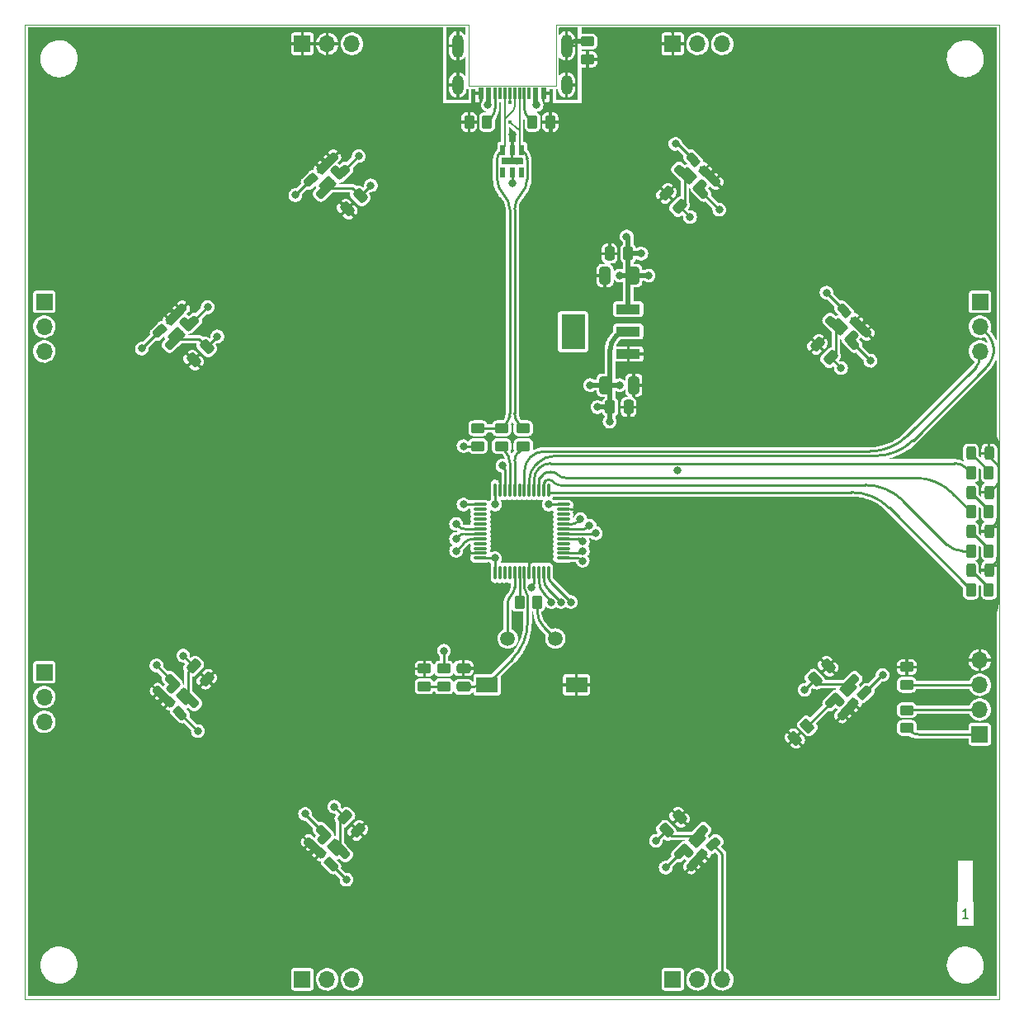
<source format=gtl>
G04 #@! TF.GenerationSoftware,KiCad,Pcbnew,(6.0.5)*
G04 #@! TF.CreationDate,2022-06-26T21:28:57+02:00*
G04 #@! TF.ProjectId,5x5x2-part2,35783578-322d-4706-9172-74322e6b6963,rev?*
G04 #@! TF.SameCoordinates,Original*
G04 #@! TF.FileFunction,Copper,L1,Top*
G04 #@! TF.FilePolarity,Positive*
%FSLAX46Y46*%
G04 Gerber Fmt 4.6, Leading zero omitted, Abs format (unit mm)*
G04 Created by KiCad (PCBNEW (6.0.5)) date 2022-06-26 21:28:57*
%MOMM*%
%LPD*%
G01*
G04 APERTURE LIST*
G04 Aperture macros list*
%AMRoundRect*
0 Rectangle with rounded corners*
0 $1 Rounding radius*
0 $2 $3 $4 $5 $6 $7 $8 $9 X,Y pos of 4 corners*
0 Add a 4 corners polygon primitive as box body*
4,1,4,$2,$3,$4,$5,$6,$7,$8,$9,$2,$3,0*
0 Add four circle primitives for the rounded corners*
1,1,$1+$1,$2,$3*
1,1,$1+$1,$4,$5*
1,1,$1+$1,$6,$7*
1,1,$1+$1,$8,$9*
0 Add four rect primitives between the rounded corners*
20,1,$1+$1,$2,$3,$4,$5,0*
20,1,$1+$1,$4,$5,$6,$7,0*
20,1,$1+$1,$6,$7,$8,$9,0*
20,1,$1+$1,$8,$9,$2,$3,0*%
%AMHorizOval*
0 Thick line with rounded ends*
0 $1 width*
0 $2 $3 position (X,Y) of the first rounded end (center of the circle)*
0 $4 $5 position (X,Y) of the second rounded end (center of the circle)*
0 Add line between two ends*
20,1,$1,$2,$3,$4,$5,0*
0 Add two circle primitives to create the rounded ends*
1,1,$1,$2,$3*
1,1,$1,$4,$5*%
%AMRotRect*
0 Rectangle, with rotation*
0 The origin of the aperture is its center*
0 $1 length*
0 $2 width*
0 $3 Rotation angle, in degrees counterclockwise*
0 Add horizontal line*
21,1,$1,$2,0,0,$3*%
G04 Aperture macros list end*
G04 #@! TA.AperFunction,Profile*
%ADD10C,0.100000*%
G04 #@! TD*
%ADD11C,0.150000*%
G04 #@! TA.AperFunction,NonConductor*
%ADD12C,0.150000*%
G04 #@! TD*
G04 #@! TA.AperFunction,SMDPad,CuDef*
%ADD13RoundRect,0.199750X-0.424618X0.106066X0.106066X-0.424618X0.424618X-0.106066X-0.106066X0.424618X0*%
G04 #@! TD*
G04 #@! TA.AperFunction,SMDPad,CuDef*
%ADD14RoundRect,0.212500X-0.512652X-0.212132X-0.212132X-0.512652X0.512652X0.212132X0.212132X0.512652X0*%
G04 #@! TD*
G04 #@! TA.AperFunction,SMDPad,CuDef*
%ADD15HorizOval,0.850000X0.229810X-0.229810X-0.229810X0.229810X0*%
G04 #@! TD*
G04 #@! TA.AperFunction,SMDPad,CuDef*
%ADD16HorizOval,0.850000X0.477297X-0.477297X-0.477297X0.477297X0*%
G04 #@! TD*
G04 #@! TA.AperFunction,SMDPad,CuDef*
%ADD17RoundRect,0.205625X-0.354437X-0.026517X-0.026517X-0.354437X0.354437X0.026517X0.026517X0.354437X0*%
G04 #@! TD*
G04 #@! TA.AperFunction,SMDPad,CuDef*
%ADD18RotRect,1.600000X0.850000X315.000000*%
G04 #@! TD*
G04 #@! TA.AperFunction,SMDPad,CuDef*
%ADD19RoundRect,0.199550X-0.283479X-0.106066X-0.106066X-0.283479X0.283479X0.106066X0.106066X0.283479X0*%
G04 #@! TD*
G04 #@! TA.AperFunction,SMDPad,CuDef*
%ADD20HorizOval,0.850000X0.159099X-0.159099X-0.159099X0.159099X0*%
G04 #@! TD*
G04 #@! TA.AperFunction,SMDPad,CuDef*
%ADD21RoundRect,0.200000X-0.707107X0.106066X0.106066X-0.707107X0.707107X-0.106066X-0.106066X0.707107X0*%
G04 #@! TD*
G04 #@! TA.AperFunction,SMDPad,CuDef*
%ADD22RoundRect,0.250000X0.450000X-0.262500X0.450000X0.262500X-0.450000X0.262500X-0.450000X-0.262500X0*%
G04 #@! TD*
G04 #@! TA.AperFunction,SMDPad,CuDef*
%ADD23RoundRect,0.250000X-0.250000X-0.475000X0.250000X-0.475000X0.250000X0.475000X-0.250000X0.475000X0*%
G04 #@! TD*
G04 #@! TA.AperFunction,SMDPad,CuDef*
%ADD24RoundRect,0.250000X0.325000X0.650000X-0.325000X0.650000X-0.325000X-0.650000X0.325000X-0.650000X0*%
G04 #@! TD*
G04 #@! TA.AperFunction,SMDPad,CuDef*
%ADD25RoundRect,0.212500X0.212132X-0.512652X0.512652X-0.212132X-0.212132X0.512652X-0.512652X0.212132X0*%
G04 #@! TD*
G04 #@! TA.AperFunction,SMDPad,CuDef*
%ADD26RoundRect,0.199750X-0.106066X-0.424618X0.424618X0.106066X0.106066X0.424618X-0.424618X-0.106066X0*%
G04 #@! TD*
G04 #@! TA.AperFunction,SMDPad,CuDef*
%ADD27HorizOval,0.850000X0.229810X0.229810X-0.229810X-0.229810X0*%
G04 #@! TD*
G04 #@! TA.AperFunction,SMDPad,CuDef*
%ADD28RotRect,1.600000X0.850000X45.000000*%
G04 #@! TD*
G04 #@! TA.AperFunction,SMDPad,CuDef*
%ADD29RoundRect,0.205625X0.026517X-0.354437X0.354437X-0.026517X-0.026517X0.354437X-0.354437X0.026517X0*%
G04 #@! TD*
G04 #@! TA.AperFunction,SMDPad,CuDef*
%ADD30HorizOval,0.850000X0.477297X0.477297X-0.477297X-0.477297X0*%
G04 #@! TD*
G04 #@! TA.AperFunction,SMDPad,CuDef*
%ADD31RoundRect,0.199550X0.106066X-0.283479X0.283479X-0.106066X-0.106066X0.283479X-0.283479X0.106066X0*%
G04 #@! TD*
G04 #@! TA.AperFunction,SMDPad,CuDef*
%ADD32HorizOval,0.850000X0.159099X0.159099X-0.159099X-0.159099X0*%
G04 #@! TD*
G04 #@! TA.AperFunction,SMDPad,CuDef*
%ADD33RoundRect,0.200000X-0.106066X-0.707107X0.707107X0.106066X0.106066X0.707107X-0.707107X-0.106066X0*%
G04 #@! TD*
G04 #@! TA.AperFunction,SMDPad,CuDef*
%ADD34RoundRect,0.250000X-0.159099X0.512652X-0.512652X0.159099X0.159099X-0.512652X0.512652X-0.159099X0*%
G04 #@! TD*
G04 #@! TA.AperFunction,SMDPad,CuDef*
%ADD35RoundRect,0.250000X-0.512652X-0.159099X-0.159099X-0.512652X0.512652X0.159099X0.159099X0.512652X0*%
G04 #@! TD*
G04 #@! TA.AperFunction,ComponentPad*
%ADD36C,1.500000*%
G04 #@! TD*
G04 #@! TA.AperFunction,SMDPad,CuDef*
%ADD37RoundRect,0.250000X0.475000X-0.250000X0.475000X0.250000X-0.475000X0.250000X-0.475000X-0.250000X0*%
G04 #@! TD*
G04 #@! TA.AperFunction,ComponentPad*
%ADD38R,1.700000X1.700000*%
G04 #@! TD*
G04 #@! TA.AperFunction,ComponentPad*
%ADD39O,1.700000X1.700000*%
G04 #@! TD*
G04 #@! TA.AperFunction,SMDPad,CuDef*
%ADD40R,2.180000X1.600000*%
G04 #@! TD*
G04 #@! TA.AperFunction,SMDPad,CuDef*
%ADD41R,2.470000X0.980000*%
G04 #@! TD*
G04 #@! TA.AperFunction,SMDPad,CuDef*
%ADD42R,2.470000X3.600000*%
G04 #@! TD*
G04 #@! TA.AperFunction,SMDPad,CuDef*
%ADD43RoundRect,0.243750X0.243750X0.456250X-0.243750X0.456250X-0.243750X-0.456250X0.243750X-0.456250X0*%
G04 #@! TD*
G04 #@! TA.AperFunction,SMDPad,CuDef*
%ADD44RoundRect,0.250000X0.132583X-0.503814X0.503814X-0.132583X-0.132583X0.503814X-0.503814X0.132583X0*%
G04 #@! TD*
G04 #@! TA.AperFunction,SMDPad,CuDef*
%ADD45RoundRect,0.250000X0.159099X-0.512652X0.512652X-0.159099X-0.159099X0.512652X-0.512652X0.159099X0*%
G04 #@! TD*
G04 #@! TA.AperFunction,SMDPad,CuDef*
%ADD46RoundRect,0.250000X0.250000X0.475000X-0.250000X0.475000X-0.250000X-0.475000X0.250000X-0.475000X0*%
G04 #@! TD*
G04 #@! TA.AperFunction,SMDPad,CuDef*
%ADD47R,0.600000X1.300000*%
G04 #@! TD*
G04 #@! TA.AperFunction,SMDPad,CuDef*
%ADD48R,0.300000X1.300000*%
G04 #@! TD*
G04 #@! TA.AperFunction,ComponentPad*
%ADD49O,1.200000X2.000000*%
G04 #@! TD*
G04 #@! TA.AperFunction,ComponentPad*
%ADD50O,1.200000X2.400000*%
G04 #@! TD*
G04 #@! TA.AperFunction,SMDPad,CuDef*
%ADD51RoundRect,0.250000X-0.325000X-0.650000X0.325000X-0.650000X0.325000X0.650000X-0.325000X0.650000X0*%
G04 #@! TD*
G04 #@! TA.AperFunction,SMDPad,CuDef*
%ADD52RoundRect,0.250000X0.262500X0.450000X-0.262500X0.450000X-0.262500X-0.450000X0.262500X-0.450000X0*%
G04 #@! TD*
G04 #@! TA.AperFunction,SMDPad,CuDef*
%ADD53RoundRect,0.212500X0.512652X0.212132X0.212132X0.512652X-0.512652X-0.212132X-0.212132X-0.512652X0*%
G04 #@! TD*
G04 #@! TA.AperFunction,SMDPad,CuDef*
%ADD54HorizOval,0.850000X-0.229810X0.229810X0.229810X-0.229810X0*%
G04 #@! TD*
G04 #@! TA.AperFunction,SMDPad,CuDef*
%ADD55RoundRect,0.199750X0.424618X-0.106066X-0.106066X0.424618X-0.424618X0.106066X0.106066X-0.424618X0*%
G04 #@! TD*
G04 #@! TA.AperFunction,SMDPad,CuDef*
%ADD56RoundRect,0.205625X0.354437X0.026517X0.026517X0.354437X-0.354437X-0.026517X-0.026517X-0.354437X0*%
G04 #@! TD*
G04 #@! TA.AperFunction,SMDPad,CuDef*
%ADD57RotRect,1.600000X0.850000X135.000000*%
G04 #@! TD*
G04 #@! TA.AperFunction,SMDPad,CuDef*
%ADD58HorizOval,0.850000X-0.477297X0.477297X0.477297X-0.477297X0*%
G04 #@! TD*
G04 #@! TA.AperFunction,SMDPad,CuDef*
%ADD59HorizOval,0.850000X-0.159099X0.159099X0.159099X-0.159099X0*%
G04 #@! TD*
G04 #@! TA.AperFunction,SMDPad,CuDef*
%ADD60RoundRect,0.199550X0.283479X0.106066X0.106066X0.283479X-0.283479X-0.106066X-0.106066X-0.283479X0*%
G04 #@! TD*
G04 #@! TA.AperFunction,SMDPad,CuDef*
%ADD61RoundRect,0.200000X0.707107X-0.106066X-0.106066X0.707107X-0.707107X0.106066X0.106066X-0.707107X0*%
G04 #@! TD*
G04 #@! TA.AperFunction,SMDPad,CuDef*
%ADD62RoundRect,0.199750X0.106066X0.424618X-0.424618X-0.106066X-0.106066X-0.424618X0.424618X0.106066X0*%
G04 #@! TD*
G04 #@! TA.AperFunction,SMDPad,CuDef*
%ADD63RoundRect,0.212500X-0.212132X0.512652X-0.512652X0.212132X0.212132X-0.512652X0.512652X-0.212132X0*%
G04 #@! TD*
G04 #@! TA.AperFunction,SMDPad,CuDef*
%ADD64HorizOval,0.850000X-0.229810X-0.229810X0.229810X0.229810X0*%
G04 #@! TD*
G04 #@! TA.AperFunction,SMDPad,CuDef*
%ADD65RotRect,1.600000X0.850000X225.000000*%
G04 #@! TD*
G04 #@! TA.AperFunction,SMDPad,CuDef*
%ADD66RoundRect,0.205625X-0.026517X0.354437X-0.354437X0.026517X0.026517X-0.354437X0.354437X-0.026517X0*%
G04 #@! TD*
G04 #@! TA.AperFunction,SMDPad,CuDef*
%ADD67HorizOval,0.850000X-0.477297X-0.477297X0.477297X0.477297X0*%
G04 #@! TD*
G04 #@! TA.AperFunction,SMDPad,CuDef*
%ADD68RoundRect,0.199550X-0.106066X0.283479X-0.283479X0.106066X0.106066X-0.283479X0.283479X-0.106066X0*%
G04 #@! TD*
G04 #@! TA.AperFunction,SMDPad,CuDef*
%ADD69HorizOval,0.850000X-0.159099X-0.159099X0.159099X0.159099X0*%
G04 #@! TD*
G04 #@! TA.AperFunction,SMDPad,CuDef*
%ADD70RoundRect,0.200000X0.106066X0.707107X-0.707107X-0.106066X-0.106066X-0.707107X0.707107X0.106066X0*%
G04 #@! TD*
G04 #@! TA.AperFunction,SMDPad,CuDef*
%ADD71R,0.530000X1.070000*%
G04 #@! TD*
G04 #@! TA.AperFunction,SMDPad,CuDef*
%ADD72O,0.270000X1.500000*%
G04 #@! TD*
G04 #@! TA.AperFunction,SMDPad,CuDef*
%ADD73O,1.500000X0.270000*%
G04 #@! TD*
G04 #@! TA.AperFunction,SMDPad,CuDef*
%ADD74RoundRect,0.250000X0.512652X0.159099X0.159099X0.512652X-0.512652X-0.159099X-0.159099X-0.512652X0*%
G04 #@! TD*
G04 #@! TA.AperFunction,SMDPad,CuDef*
%ADD75RoundRect,0.250000X-0.450000X0.262500X-0.450000X-0.262500X0.450000X-0.262500X0.450000X0.262500X0*%
G04 #@! TD*
G04 #@! TA.AperFunction,SMDPad,CuDef*
%ADD76RoundRect,0.250000X-0.262500X-0.450000X0.262500X-0.450000X0.262500X0.450000X-0.262500X0.450000X0*%
G04 #@! TD*
G04 #@! TA.AperFunction,ViaPad*
%ADD77C,0.800000*%
G04 #@! TD*
G04 #@! TA.AperFunction,ViaPad*
%ADD78C,0.450000*%
G04 #@! TD*
G04 #@! TA.AperFunction,Conductor*
%ADD79C,0.254000*%
G04 #@! TD*
G04 #@! TA.AperFunction,Conductor*
%ADD80C,0.250000*%
G04 #@! TD*
G04 #@! TA.AperFunction,Conductor*
%ADD81C,0.500000*%
G04 #@! TD*
G04 #@! TA.AperFunction,Conductor*
%ADD82C,0.200000*%
G04 #@! TD*
G04 APERTURE END LIST*
D10*
X240000000Y-38000000D02*
X240000000Y-138000000D01*
X240000000Y-138000000D02*
X140000000Y-138000000D01*
X140000000Y-138000000D02*
X140000000Y-38000000D01*
X194500000Y-38000000D02*
X194500000Y-44300000D01*
X185500000Y-38000000D02*
X140000000Y-38000000D01*
X194500000Y-38000000D02*
X240000000Y-38000000D01*
X194500000Y-44300000D02*
X185500000Y-44300000D01*
X185500000Y-44300000D02*
X185500000Y-38000000D01*
D11*
D12*
X236785714Y-129702380D02*
X236214285Y-129702380D01*
X236500000Y-129702380D02*
X236500000Y-128702380D01*
X236404761Y-128845238D01*
X236309523Y-128940476D01*
X236214285Y-128988095D01*
D13*
X154969670Y-105232233D03*
D14*
X155217157Y-105903984D03*
D15*
X155199480Y-105462043D03*
D16*
X154209530Y-106946967D03*
D13*
X153732233Y-106469670D03*
D17*
X154863604Y-107530330D03*
D18*
X154350951Y-107088388D03*
D19*
X155680312Y-108347038D03*
D20*
X155871231Y-108608668D03*
D13*
X156030330Y-108767767D03*
D21*
X156422774Y-106961109D03*
D13*
X157267767Y-107530330D03*
D16*
X156790470Y-107053033D03*
D22*
X181000000Y-105912500D03*
X181000000Y-104087500D03*
X191150000Y-81250000D03*
X191150000Y-79425000D03*
D23*
X200050000Y-77250000D03*
X201950000Y-77250000D03*
D24*
X202475000Y-63750000D03*
X199525000Y-63750000D03*
D25*
X207903984Y-122782843D03*
D26*
X207232233Y-123030330D03*
D27*
X207462043Y-122800520D03*
D28*
X209088388Y-123649049D03*
D29*
X209530330Y-123136396D03*
D30*
X208946967Y-123790470D03*
D26*
X208469670Y-124267767D03*
X210767767Y-121969670D03*
D31*
X210347038Y-122319688D03*
D32*
X210608668Y-122128769D03*
D33*
X208961109Y-121577226D03*
D26*
X209530330Y-120732233D03*
D30*
X209053033Y-121209530D03*
D34*
X158671751Y-71078249D03*
X157328249Y-72421751D03*
D35*
X172828249Y-119328249D03*
X174171751Y-120671751D03*
D36*
X189550000Y-101000000D03*
X194430000Y-101000000D03*
D37*
X185000000Y-105950000D03*
X185000000Y-104050000D03*
D22*
X197750000Y-41575000D03*
X197750000Y-39750000D03*
D38*
X206475000Y-39975000D03*
D39*
X209015000Y-39975000D03*
X211555000Y-39975000D03*
D40*
X196590000Y-105750000D03*
X187410000Y-105750000D03*
D41*
X201910000Y-71800000D03*
X201910000Y-69500000D03*
X201910000Y-67200000D03*
D42*
X196250000Y-69500000D03*
D43*
X238937500Y-86000000D03*
X237062500Y-86000000D03*
D44*
X219000000Y-111250000D03*
X220290470Y-109959530D03*
D38*
X168475000Y-39975000D03*
D39*
X171015000Y-39975000D03*
X173555000Y-39975000D03*
D45*
X221078249Y-105171751D03*
X222421751Y-103828249D03*
D46*
X201900000Y-61500000D03*
X200000000Y-61500000D03*
D47*
X193210000Y-45050000D03*
X192410000Y-45050000D03*
D48*
X191250000Y-45050000D03*
X190250000Y-45050000D03*
X189750000Y-45050000D03*
X188750000Y-45050000D03*
D47*
X187590000Y-45050000D03*
X186790000Y-45050000D03*
X186790000Y-45050000D03*
X187590000Y-45050000D03*
D48*
X188250000Y-45050000D03*
X189250000Y-45050000D03*
X190750000Y-45050000D03*
X191750000Y-45050000D03*
D47*
X192410000Y-45050000D03*
X193210000Y-45050000D03*
D49*
X195580000Y-44195000D03*
X184420000Y-44195000D03*
D50*
X195580000Y-40195000D03*
X184420000Y-40195000D03*
D35*
X157328249Y-103828249D03*
X158671751Y-105171751D03*
D51*
X199525000Y-75000000D03*
X202475000Y-75000000D03*
D52*
X238912500Y-96000000D03*
X237087500Y-96000000D03*
D38*
X142000000Y-104460000D03*
D39*
X142000000Y-107000000D03*
X142000000Y-109540000D03*
D22*
X230500000Y-110162500D03*
X230500000Y-108337500D03*
D53*
X224782843Y-70096016D03*
D54*
X224800520Y-70537957D03*
D55*
X225030330Y-70767767D03*
D56*
X225136396Y-68469670D03*
D57*
X225649049Y-68911612D03*
D55*
X226267767Y-69530330D03*
D58*
X225790470Y-69053033D03*
D55*
X223969670Y-67232233D03*
D59*
X224128769Y-67391332D03*
D60*
X224319688Y-67652962D03*
D61*
X223577226Y-69038891D03*
D55*
X222732233Y-68469670D03*
D58*
X223209530Y-68946967D03*
D22*
X230500000Y-105750000D03*
X230500000Y-103925000D03*
D62*
X157267767Y-68469670D03*
D63*
X156596016Y-68717157D03*
D64*
X157037957Y-68699480D03*
D65*
X155411612Y-67850951D03*
D66*
X154969670Y-68363604D03*
D67*
X155553033Y-67709530D03*
D62*
X156030330Y-67232233D03*
X153732233Y-69530330D03*
D68*
X154152962Y-69180312D03*
D69*
X153891332Y-69371231D03*
D67*
X155446967Y-70290470D03*
D62*
X154969670Y-70767767D03*
D70*
X155538891Y-69922774D03*
D55*
X209530330Y-55267767D03*
D53*
X209282843Y-54596016D03*
D54*
X209300520Y-55037957D03*
D56*
X209636396Y-52969670D03*
D58*
X210290470Y-53553033D03*
D57*
X210149049Y-53411612D03*
D55*
X210767767Y-54030330D03*
D60*
X208819688Y-52152962D03*
D59*
X208628769Y-51891332D03*
D55*
X208469670Y-51732233D03*
D61*
X208077226Y-53538891D03*
D58*
X207709530Y-53446967D03*
D55*
X207232233Y-52969670D03*
D38*
X142000000Y-66460000D03*
D39*
X142000000Y-69000000D03*
X142000000Y-71540000D03*
D43*
X238937500Y-90000000D03*
X237062500Y-90000000D03*
D34*
X174421751Y-55578249D03*
X173078249Y-56921751D03*
D71*
X190950000Y-50850000D03*
X190000000Y-50850000D03*
X189050000Y-50850000D03*
X189050000Y-53150000D03*
X190000000Y-53150000D03*
X190950000Y-53150000D03*
D38*
X206475000Y-135975000D03*
D39*
X209015000Y-135975000D03*
X211555000Y-135975000D03*
D72*
X188250000Y-94250000D03*
X188750000Y-94250000D03*
X189250000Y-94250000D03*
X189750000Y-94250000D03*
X190250000Y-94250000D03*
X190750000Y-94250000D03*
X191250000Y-94250000D03*
X191750000Y-94250000D03*
X192250000Y-94250000D03*
X192750000Y-94250000D03*
X193250000Y-94250000D03*
X193750000Y-94250000D03*
D73*
X195250000Y-92750000D03*
X195250000Y-92250000D03*
X195250000Y-91750000D03*
X195250000Y-91250000D03*
X195250000Y-90750000D03*
X195250000Y-90250000D03*
X195250000Y-89750000D03*
X195250000Y-89250000D03*
X195250000Y-88750000D03*
X195250000Y-88250000D03*
X195250000Y-87750000D03*
X195250000Y-87250000D03*
D72*
X193750000Y-85750000D03*
X193250000Y-85750000D03*
X192750000Y-85750000D03*
X192250000Y-85750000D03*
X191750000Y-85750000D03*
X191250000Y-85750000D03*
X190750000Y-85750000D03*
X190250000Y-85750000D03*
X189750000Y-85750000D03*
X189250000Y-85750000D03*
X188750000Y-85750000D03*
X188250000Y-85750000D03*
D73*
X186750000Y-87250000D03*
X186750000Y-87750000D03*
X186750000Y-88250000D03*
X186750000Y-88750000D03*
X186750000Y-89250000D03*
X186750000Y-89750000D03*
X186750000Y-90250000D03*
X186750000Y-90750000D03*
X186750000Y-91250000D03*
X186750000Y-91750000D03*
X186750000Y-92250000D03*
X186750000Y-92750000D03*
D45*
X205828249Y-120671751D03*
X207171751Y-119328249D03*
D52*
X192575000Y-97250000D03*
X190750000Y-97250000D03*
X238912500Y-92000000D03*
X237087500Y-92000000D03*
X238912500Y-88000000D03*
X237087500Y-88000000D03*
D74*
X222671751Y-72171751D03*
X221328249Y-70828249D03*
D25*
X223403984Y-107282843D03*
D26*
X222732233Y-107530330D03*
D27*
X222962043Y-107300520D03*
D29*
X225030330Y-107636396D03*
D30*
X224446967Y-108290470D03*
D28*
X224588388Y-108149049D03*
D26*
X223969670Y-108767767D03*
D32*
X226108668Y-106628769D03*
D26*
X226267767Y-106469670D03*
D31*
X225847038Y-106819688D03*
D30*
X224553033Y-105709530D03*
D26*
X225030330Y-105232233D03*
D33*
X224461109Y-106077226D03*
D74*
X207171751Y-56671751D03*
X205828249Y-55328249D03*
D52*
X238912500Y-84000000D03*
X237087500Y-84000000D03*
D64*
X172537957Y-53199480D03*
D62*
X172767767Y-52969670D03*
D63*
X172096016Y-53217157D03*
D67*
X171053033Y-52209530D03*
D65*
X170911612Y-52350951D03*
D62*
X171530330Y-51732233D03*
D66*
X170469670Y-52863604D03*
D62*
X169232233Y-54030330D03*
D68*
X169652962Y-53680312D03*
D69*
X169391332Y-53871231D03*
D70*
X171038891Y-54422774D03*
D67*
X170946967Y-54790470D03*
D62*
X170469670Y-55267767D03*
D75*
X186500000Y-79425000D03*
X186500000Y-81250000D03*
X183000000Y-104087500D03*
X183000000Y-105912500D03*
D43*
X238937500Y-94000000D03*
X237062500Y-94000000D03*
D76*
X185587500Y-48000000D03*
X187412500Y-48000000D03*
D43*
X238937500Y-82000000D03*
X237062500Y-82000000D03*
D13*
X170469670Y-120732233D03*
D15*
X170699480Y-120962043D03*
D14*
X170717157Y-121403984D03*
D13*
X169232233Y-121969670D03*
D17*
X170363604Y-123030330D03*
D18*
X169850951Y-122588388D03*
D16*
X169709530Y-122446967D03*
D13*
X171530330Y-124267767D03*
D19*
X171180312Y-123847038D03*
D20*
X171371231Y-124108668D03*
D16*
X172290470Y-122553033D03*
D13*
X172767767Y-123030330D03*
D21*
X171922774Y-122461109D03*
D52*
X193912500Y-48000000D03*
X192087500Y-48000000D03*
D22*
X188900000Y-81250000D03*
X188900000Y-79425000D03*
D38*
X237975000Y-110830000D03*
D39*
X237975000Y-108290000D03*
X237975000Y-105750000D03*
X237975000Y-103210000D03*
D38*
X238000000Y-66460000D03*
D39*
X238000000Y-69000000D03*
X238000000Y-71540000D03*
D38*
X168475000Y-135975000D03*
D39*
X171015000Y-135975000D03*
X173555000Y-135975000D03*
D77*
X193250000Y-92250000D03*
X194000000Y-49500000D03*
X190042878Y-49257622D03*
X192000000Y-106000000D03*
X186750000Y-98000000D03*
X201000000Y-75000000D03*
X193750000Y-87250000D03*
X207000000Y-83750000D03*
X198750000Y-77250000D03*
X200000000Y-78750000D03*
X185000000Y-81250000D03*
X188250000Y-87250000D03*
X188250000Y-92750000D03*
X198000000Y-75000000D03*
X203250000Y-61500000D03*
X208250000Y-57750000D03*
X171750000Y-118250000D03*
X192500000Y-46250000D03*
X190000000Y-54250000D03*
X201000000Y-63750000D03*
X187525500Y-46250000D03*
X204000000Y-63750000D03*
X220000000Y-106250000D03*
X204750000Y-121750000D03*
X156250000Y-102750000D03*
X223750000Y-73250000D03*
X159750000Y-70000000D03*
X175500000Y-54500000D03*
X201750000Y-59750000D03*
X189000000Y-83250000D03*
X185000000Y-87250000D03*
X198581637Y-90195576D03*
X197940477Y-89428817D03*
X197000000Y-88750000D03*
X184250000Y-89250000D03*
X184250000Y-90750000D03*
X192000000Y-95750000D03*
D78*
X189774500Y-48000000D03*
X189774500Y-46000000D03*
D77*
X205750000Y-124500000D03*
X173000000Y-125750000D03*
X168750000Y-119000000D03*
X157750000Y-110500000D03*
X152000000Y-71250000D03*
X153500000Y-103750000D03*
X158750000Y-67000000D03*
X167750000Y-55500000D03*
X184250000Y-92000000D03*
X183000000Y-102250000D03*
X193982607Y-97263962D03*
X194996072Y-97250000D03*
X196023500Y-97250000D03*
X197236286Y-93013714D03*
X197250000Y-92000000D03*
X174250000Y-51500000D03*
X206750000Y-50250000D03*
X222250000Y-65500000D03*
X211250000Y-57000000D03*
X228000000Y-104750000D03*
X226750000Y-72500000D03*
X197250000Y-91000000D03*
D79*
X239625000Y-80500000D02*
X239500000Y-80500000D01*
X239750000Y-81163040D02*
X239750000Y-80625000D01*
X239872980Y-83277819D02*
X238937500Y-82342339D01*
X239296875Y-98703125D02*
X238750000Y-99250000D01*
X186750000Y-92250000D02*
X185000000Y-92250000D01*
X239843750Y-88452934D02*
X239843750Y-85114418D01*
X239843750Y-93734565D02*
X239843750Y-97382851D01*
X188750000Y-85750000D02*
X188750000Y-84000000D01*
X239390625Y-93546875D02*
X238937500Y-94000000D01*
X239843750Y-93734565D02*
X239843750Y-92452934D01*
X239125000Y-80000000D02*
X239000000Y-80000000D01*
D80*
X154209530Y-106487348D02*
X154149911Y-106487348D01*
D79*
X239872980Y-81286020D02*
X239872980Y-81459939D01*
X239607814Y-80357814D02*
X239338388Y-80088388D01*
X239872980Y-84094142D02*
X239872980Y-81459939D01*
X239390625Y-89546875D02*
X238937500Y-90000000D01*
X190021439Y-49279061D02*
X190042878Y-49257622D01*
X191750000Y-94250000D02*
X191750000Y-92250000D01*
X194000000Y-49500000D02*
X194000000Y-48149371D01*
X190000000Y-49330819D02*
X190000000Y-50850000D01*
D80*
X169649911Y-121987348D02*
X169709530Y-121987348D01*
D79*
X239872980Y-84094142D02*
X239872980Y-83277819D01*
X239829135Y-85108365D02*
X238937500Y-86000000D01*
X239843750Y-92452934D02*
X239843750Y-89734565D01*
X239843750Y-88452934D02*
X239843750Y-89734565D01*
X238937500Y-82342339D02*
X238937500Y-82248589D01*
D80*
X208487348Y-123790469D02*
X208487348Y-123850088D01*
D79*
X239872980Y-81286020D02*
X239872980Y-80997980D01*
X239872980Y-84094142D02*
X239872980Y-85043851D01*
X239858365Y-85079135D02*
X239829135Y-85108365D01*
X239843778Y-88452934D02*
G75*
G02*
X239390624Y-89546874I-1547078J34D01*
G01*
X239750000Y-80625000D02*
G75*
G03*
X239625000Y-80500000I-125000J0D01*
G01*
X239858366Y-85079136D02*
G75*
G03*
X239843750Y-85114418I35234J-35264D01*
G01*
D80*
X154149911Y-106487351D02*
G75*
G02*
X153467068Y-106204505I-11J965651D01*
G01*
D79*
X239811548Y-81311432D02*
G75*
G03*
X239872980Y-81286020I25452J25432D01*
G01*
X239749960Y-81163040D02*
G75*
G03*
X239811490Y-81311490I209940J40D01*
G01*
X239338393Y-80088383D02*
G75*
G03*
X239125000Y-80000000I-213393J-213417D01*
G01*
X239829139Y-85108369D02*
G75*
G02*
X239843750Y-85114418I6061J-6031D01*
G01*
X239607814Y-80357814D02*
G75*
G02*
X239872980Y-80997980I-640214J-640186D01*
G01*
X190000015Y-49330819D02*
G75*
G02*
X190021439Y-49279061I73185J19D01*
G01*
X239843786Y-97382851D02*
G75*
G02*
X239296875Y-98703125I-1867186J51D01*
G01*
X239872940Y-81459939D02*
G75*
G03*
X239811490Y-81311490I-209940J39D01*
G01*
X239390605Y-93546855D02*
G75*
G03*
X239843750Y-92452934I-1093905J1093955D01*
G01*
X239390624Y-93546874D02*
G75*
G02*
X239843750Y-93734565I187676J-187726D01*
G01*
X239843747Y-89734565D02*
G75*
G03*
X239390626Y-89546876I-265447J-35D01*
G01*
X239873021Y-85043851D02*
G75*
G02*
X239858364Y-85079134I-49921J51D01*
G01*
D81*
X198009227Y-75000000D02*
X198008788Y-75000000D01*
X198246641Y-75000000D02*
X198253746Y-75000000D01*
X198972069Y-75000000D02*
X198971483Y-75000000D01*
D80*
X231639493Y-110830000D02*
X237975000Y-110830000D01*
D81*
X200889257Y-75000000D02*
X200903759Y-75000000D01*
X200557027Y-75000000D02*
X200533590Y-75000000D01*
X198803316Y-75000000D02*
X198788081Y-75000000D01*
X200864061Y-75000000D02*
X200861717Y-75000000D01*
X200859373Y-75000000D02*
X200857029Y-75000000D01*
X200194187Y-75000000D02*
X200204877Y-75000000D01*
X200852048Y-75000000D02*
X200846774Y-75000000D01*
X200373044Y-75000000D02*
X200361325Y-75000000D01*
X198626364Y-75000000D02*
X198622848Y-75000000D01*
X198158788Y-75000000D02*
X198157617Y-75000000D01*
X198972655Y-75000000D02*
X198972069Y-75000000D01*
X198399168Y-75000000D02*
X198397702Y-75000000D01*
X200158408Y-75000000D02*
X200165769Y-75000000D01*
X198652732Y-75000000D02*
X198664451Y-75000000D01*
X198136813Y-75000000D02*
X198136226Y-75000000D01*
X198635154Y-75000000D02*
X198630466Y-75000000D01*
X200869334Y-75000000D02*
X200868749Y-75000000D01*
X200743539Y-75000000D02*
X200742148Y-75000000D01*
X200011926Y-75000000D02*
X200002917Y-75000000D01*
X198159959Y-75000000D02*
X198158788Y-75000000D01*
X200080039Y-75000000D02*
X200074985Y-75000000D01*
X198486326Y-75000000D02*
X198485154Y-75000000D01*
X199057030Y-75000000D02*
X199054686Y-75000000D01*
X200424606Y-75000000D02*
X200421091Y-75000000D01*
X198629880Y-75000000D02*
X198630466Y-75000000D01*
X200744930Y-75000000D02*
X200743539Y-75000000D01*
X200718930Y-75000000D02*
X200698386Y-75000000D01*
X198608785Y-75000000D02*
X198600582Y-75000000D01*
X198644530Y-75000000D02*
X198639842Y-75000000D01*
X200100326Y-75000000D02*
X200093222Y-75000000D01*
X200050000Y-77900000D02*
X200050000Y-76600000D01*
X199001073Y-75000000D02*
X199000487Y-75000000D01*
X200736948Y-75000000D02*
X200742148Y-75000000D01*
X198020323Y-75000000D02*
X198016587Y-75000000D01*
X200071433Y-75000000D02*
X200069383Y-75000000D01*
X200465621Y-75000000D02*
X200456246Y-75000000D01*
X200607500Y-70057500D02*
X201165000Y-69500000D01*
X200767855Y-75000000D02*
X200770895Y-75000000D01*
X198519430Y-75000000D02*
X198504782Y-75000000D01*
X200766829Y-75000000D02*
X200763277Y-75000000D01*
X200144712Y-75000000D02*
X200138377Y-75000000D01*
X198066355Y-75000000D02*
X198066209Y-75000000D01*
X199059374Y-75000000D02*
X199057030Y-75000000D01*
X200477341Y-75000000D02*
X200474997Y-75000000D01*
X199160044Y-75000000D02*
X199142100Y-75000000D01*
X200727939Y-75000000D02*
X200718930Y-75000000D01*
X198645701Y-75000000D02*
X198644530Y-75000000D01*
X198002307Y-75000000D02*
X198003222Y-75000000D01*
X200501951Y-75000000D02*
X200499607Y-75000000D01*
X198066501Y-75000000D02*
X198066355Y-75000000D01*
X198451316Y-75000000D02*
X198467282Y-75000000D01*
X199050987Y-75000000D02*
X199052342Y-75000000D01*
X200069383Y-75000000D02*
X200067333Y-75000000D01*
X198036913Y-75000000D02*
X198035155Y-75000000D01*
X199045933Y-75000000D02*
X199039707Y-75000000D01*
X198303807Y-75000000D02*
X198293113Y-75000000D01*
X200446871Y-75000000D02*
X200437496Y-75000000D01*
X198487498Y-75000000D02*
X198486326Y-75000000D01*
X200856150Y-75000000D02*
X200857029Y-75000000D01*
X198541696Y-75000000D02*
X198537594Y-75000000D01*
X198488670Y-75000000D02*
X198487498Y-75000000D01*
X200777487Y-75000000D02*
X200770895Y-75000000D01*
X198002307Y-75000000D02*
X198000769Y-75000000D01*
X198479587Y-75000000D02*
X198467282Y-75000000D01*
X200866405Y-75000000D02*
X200864061Y-75000000D01*
X198231847Y-75000000D02*
X198208447Y-75000000D01*
X200361325Y-75000000D02*
X200335544Y-75000000D01*
X199066406Y-75000000D02*
X199064062Y-75000000D01*
X200840329Y-75000000D02*
X200833884Y-75000000D01*
X199215378Y-75000000D02*
X199193406Y-75000000D01*
X200067333Y-75000000D02*
X200065283Y-75000000D01*
X200861717Y-75000000D02*
X200859373Y-75000000D01*
D79*
X185000000Y-81250000D02*
X186500000Y-81250000D01*
D81*
X198671482Y-75000000D02*
X198664451Y-75000000D01*
X199950585Y-75000000D02*
X199932568Y-75000000D01*
X200474997Y-75000000D02*
X200472653Y-75000000D01*
X200846774Y-75000000D02*
X200840329Y-75000000D01*
X200911083Y-75000000D02*
X200903759Y-75000000D01*
D79*
X188250000Y-92750000D02*
X186750000Y-92750000D01*
D81*
X198558688Y-75000000D02*
X198553415Y-75000000D01*
X198121579Y-75000000D02*
X198121872Y-75000000D01*
X200501951Y-75000000D02*
X200518357Y-75000000D01*
X200129476Y-75000000D02*
X200116805Y-75000000D01*
X200041954Y-75000000D02*
X200033825Y-75000000D01*
X200011926Y-75000000D02*
X200033825Y-75000000D01*
X198200827Y-75000000D02*
X198181052Y-75000000D01*
X199050987Y-75000000D02*
X199045933Y-75000000D01*
X198400634Y-75000000D02*
X198399168Y-75000000D01*
X200138377Y-75000000D02*
X200137351Y-75000000D01*
X198833786Y-75000000D02*
X198818551Y-75000000D01*
X200691647Y-75000000D02*
X200684908Y-75000000D01*
X198972655Y-75000000D02*
X199000487Y-75000000D01*
X198547263Y-75000000D02*
X198544919Y-75000000D01*
X198558688Y-75000000D02*
X198565133Y-75000000D01*
X198266011Y-75000000D02*
X198265426Y-75000000D01*
X200974217Y-75000000D02*
X200980699Y-75000000D01*
X200872849Y-75000000D02*
X200869334Y-75000000D01*
X200673629Y-75000000D02*
X200684908Y-75000000D01*
X200100326Y-75000000D02*
X200116805Y-75000000D01*
X198035155Y-75000000D02*
X198033397Y-75000000D01*
X199968602Y-75000000D02*
X199963035Y-75000000D01*
X200580464Y-75000000D02*
X200585738Y-75000000D01*
X200644332Y-75000000D02*
X200615035Y-75000000D01*
X198115134Y-75000000D02*
X198105027Y-75000000D01*
X198600582Y-75000000D02*
X198580367Y-75000000D01*
X199079148Y-75000000D02*
X199075376Y-75000000D01*
X198055259Y-75000000D02*
X198047459Y-75000000D01*
X198147655Y-75000000D02*
X198140623Y-75000000D01*
X200050000Y-77900000D02*
X200050000Y-78700000D01*
X200093222Y-75000000D02*
X200086118Y-75000000D01*
X198031932Y-75000000D02*
X198027244Y-75000000D01*
X198204637Y-75000000D02*
X198200827Y-75000000D01*
X198350056Y-75000000D02*
X198340020Y-75000000D01*
X198553415Y-75000000D02*
X198551951Y-75000000D01*
X198012888Y-75000000D02*
X198009227Y-75000000D01*
X200487301Y-75000000D02*
X200497263Y-75000000D01*
X200938915Y-75000000D02*
X200937010Y-75000000D01*
X200763277Y-75000000D02*
X200755660Y-75000000D01*
X200499607Y-75000000D02*
X200497263Y-75000000D01*
X198451316Y-75000000D02*
X198443992Y-75000000D01*
X200868749Y-75000000D02*
X200866405Y-75000000D01*
X200940820Y-75000000D02*
X200938915Y-75000000D01*
X200698386Y-75000000D02*
X200691647Y-75000000D01*
X198293113Y-75000000D02*
X198282419Y-75000000D01*
X198266596Y-75000000D02*
X198269783Y-75000000D01*
X200437496Y-75000000D02*
X200434274Y-75000000D01*
X198443992Y-75000000D02*
X198436668Y-75000000D01*
X200962206Y-75000000D02*
X200956347Y-75000000D01*
X198551951Y-75000000D02*
X198549607Y-75000000D01*
X198818551Y-75000000D02*
X198803316Y-75000000D01*
X199061718Y-75000000D02*
X199059374Y-75000000D01*
X198239244Y-75000000D02*
X198231847Y-75000000D01*
X199860349Y-75000000D02*
X199836912Y-75000000D01*
X198927391Y-75000000D02*
X198897801Y-75000000D01*
X198062510Y-75000000D02*
X198066063Y-75000000D01*
X198133590Y-75000000D02*
X198127731Y-75000000D01*
X198400634Y-75000000D02*
X198436668Y-75000000D01*
X198266596Y-75000000D02*
X198266011Y-75000000D01*
X200487301Y-75000000D02*
X200481442Y-75000000D01*
X200965428Y-75000000D02*
X200964843Y-75000000D01*
X199908984Y-75000000D02*
X199906640Y-75000000D01*
X198956981Y-75000000D02*
X198927391Y-75000000D01*
X199962706Y-75000000D02*
X199956481Y-75000000D01*
X200615035Y-75000000D02*
X200585738Y-75000000D01*
X200137351Y-75000000D02*
X200136325Y-75000000D01*
X200784079Y-75000000D02*
X200777487Y-75000000D01*
X198265426Y-75000000D02*
X198264841Y-75000000D01*
X200479685Y-75000000D02*
X200477341Y-75000000D01*
X200755660Y-75000000D02*
X200748043Y-75000000D01*
X199039707Y-75000000D02*
X199032310Y-75000000D01*
X199064062Y-75000000D02*
X199061718Y-75000000D01*
X199906640Y-75000000D02*
X199904296Y-75000000D01*
X198260558Y-75000000D02*
X198253746Y-75000000D01*
X198639842Y-75000000D02*
X198635154Y-75000000D01*
X198504782Y-75000000D02*
X198493650Y-75000000D01*
X200883397Y-75000000D02*
X200877537Y-75000000D01*
X198264841Y-75000000D02*
X198264256Y-75000000D01*
X200074985Y-75000000D02*
X200073483Y-75000000D01*
X200419626Y-75000000D02*
X200413181Y-75000000D01*
X198544919Y-75000000D02*
X198542575Y-75000000D01*
X200988279Y-75000000D02*
X200985202Y-75000000D01*
X200073483Y-75000000D02*
X200071433Y-75000000D01*
X200997069Y-75000000D02*
X200994286Y-75000000D01*
X200991356Y-75000000D02*
X200991503Y-75000000D01*
X198525875Y-75000000D02*
X198519430Y-75000000D01*
X198532320Y-75000000D02*
X198525875Y-75000000D01*
X200057188Y-75000000D02*
X200050083Y-75000000D01*
X200748043Y-75000000D02*
X200744930Y-75000000D01*
X198172849Y-75000000D02*
X198164646Y-75000000D01*
X200335544Y-75000000D02*
X200309763Y-75000000D01*
X198020323Y-75000000D02*
X198027244Y-75000000D01*
X201000000Y-75000000D02*
X200999279Y-75000000D01*
X200984727Y-75000000D02*
X200980699Y-75000000D01*
X198580367Y-75000000D02*
X198572750Y-75000000D01*
X200413181Y-75000000D02*
X200401170Y-75000000D01*
X198066209Y-75000000D02*
X198066063Y-75000000D01*
X198616988Y-75000000D02*
X198608785Y-75000000D01*
X200927307Y-75000000D02*
X200918407Y-75000000D01*
X200398826Y-75000000D02*
X200396482Y-75000000D01*
X198077523Y-75000000D02*
X198070126Y-75000000D01*
X198159959Y-75000000D02*
X198164646Y-75000000D01*
X200050083Y-75000000D02*
X200041954Y-75000000D01*
X199160044Y-75000000D02*
X199193406Y-75000000D01*
X199987683Y-75000000D02*
X199984241Y-75000000D01*
X200889257Y-75000000D02*
X200883397Y-75000000D01*
X200934411Y-75000000D02*
X200927307Y-75000000D01*
X198008788Y-75000000D02*
X198006005Y-75000000D01*
X198757028Y-75000000D02*
X198724216Y-75000000D01*
X199141844Y-75000000D02*
X199124412Y-75000000D01*
D79*
X188250000Y-92750000D02*
X188250000Y-94250000D01*
D81*
X200767855Y-75000000D02*
X200767342Y-75000000D01*
X198263671Y-75000000D02*
X198260558Y-75000000D01*
X198154687Y-75000000D02*
X198147655Y-75000000D01*
X198303807Y-75000000D02*
X198310104Y-75000000D01*
X198062510Y-75000000D02*
X198055259Y-75000000D01*
X198971483Y-75000000D02*
X198956981Y-75000000D01*
X200481442Y-75000000D02*
X200479685Y-75000000D01*
X198208447Y-75000000D02*
X198204637Y-75000000D01*
X199024913Y-75000000D02*
X199001659Y-75000000D01*
X199091892Y-75000000D02*
X199079148Y-75000000D01*
X200419626Y-75000000D02*
X200421091Y-75000000D01*
X200767342Y-75000000D02*
X200766829Y-75000000D01*
X200129476Y-75000000D02*
X200135299Y-75000000D01*
X198493650Y-75000000D02*
X198488670Y-75000000D01*
X198360092Y-75000000D02*
X198397702Y-75000000D01*
X200962206Y-75000000D02*
X200964843Y-75000000D01*
X198282419Y-75000000D02*
X198276742Y-75000000D01*
X200428121Y-75000000D02*
X200424606Y-75000000D01*
X200997069Y-75000000D02*
X200997838Y-75000000D01*
X200523043Y-75000000D02*
X200533590Y-75000000D01*
X198276742Y-75000000D02*
X198269783Y-75000000D01*
X200080039Y-75000000D02*
X200086118Y-75000000D01*
X198629880Y-75000000D02*
X198626364Y-75000000D01*
X200791439Y-75000000D02*
X200784335Y-75000000D01*
X198157617Y-75000000D02*
X198154687Y-75000000D01*
X200375388Y-75000000D02*
X200373044Y-75000000D01*
X199124412Y-75000000D02*
X199106980Y-75000000D01*
X200264646Y-75000000D02*
X200244723Y-75000000D01*
X198140623Y-75000000D02*
X198137400Y-75000000D01*
X199883786Y-75000000D02*
X199904296Y-75000000D01*
X200966598Y-75000000D02*
X200966013Y-75000000D01*
X198750000Y-77250000D02*
X199400000Y-77250000D01*
X200942725Y-75000000D02*
X200940820Y-75000000D01*
X198333393Y-75000000D02*
X198340020Y-75000000D01*
X199980799Y-75000000D02*
X199979736Y-75000000D01*
X200050000Y-76600000D02*
X200050000Y-71403424D01*
X200309763Y-75000000D02*
X200284569Y-75000000D01*
X198849021Y-75000000D02*
X198897801Y-75000000D01*
X198031932Y-75000000D02*
X198033397Y-75000000D01*
X200244723Y-75000000D02*
X200224800Y-75000000D01*
X200377732Y-75000000D02*
X200396482Y-75000000D01*
X200520700Y-75000000D02*
X200518357Y-75000000D01*
X198616988Y-75000000D02*
X198622848Y-75000000D01*
X200816159Y-75000000D02*
X200833884Y-75000000D01*
X198678513Y-75000000D02*
X198671482Y-75000000D01*
X200401170Y-75000000D02*
X200398826Y-75000000D01*
X199068750Y-75000000D02*
X199066406Y-75000000D01*
X200949573Y-75000000D02*
X200944373Y-75000000D01*
X199979736Y-75000000D02*
X199974169Y-75000000D01*
X200791439Y-75000000D02*
X200806197Y-75000000D01*
X198572750Y-75000000D02*
X198565133Y-75000000D01*
X198127731Y-75000000D02*
X198121872Y-75000000D01*
D79*
X188250000Y-87250000D02*
X188250000Y-85750000D01*
D81*
X200224800Y-75000000D02*
X200204877Y-75000000D01*
X200942725Y-75000000D02*
X200944373Y-75000000D01*
X200284569Y-75000000D02*
X200264646Y-75000000D01*
X199001659Y-75000000D02*
X199001073Y-75000000D01*
X199141844Y-75000000D02*
X199142100Y-75000000D01*
X198360092Y-75000000D02*
X198350056Y-75000000D01*
X198757028Y-75000000D02*
X198788081Y-75000000D01*
X200991356Y-75000000D02*
X200988279Y-75000000D01*
X198121579Y-75000000D02*
X198115134Y-75000000D01*
X198542575Y-75000000D02*
X198541696Y-75000000D01*
X200934411Y-75000000D02*
X200937010Y-75000000D01*
X198724216Y-75000000D02*
X198691404Y-75000000D01*
X200994286Y-75000000D02*
X200991503Y-75000000D01*
X198485154Y-75000000D02*
X198479587Y-75000000D01*
X199984241Y-75000000D02*
X199980799Y-75000000D01*
X200158408Y-75000000D02*
X200144712Y-75000000D01*
X200856150Y-75000000D02*
X200852048Y-75000000D01*
X199032310Y-75000000D02*
X199024913Y-75000000D01*
X198652732Y-75000000D02*
X198645701Y-75000000D01*
X199911328Y-75000000D02*
X199908984Y-75000000D01*
X200063268Y-75000000D02*
X200065283Y-75000000D01*
X200377732Y-75000000D02*
X200375388Y-75000000D01*
X200918407Y-75000000D02*
X200911083Y-75000000D01*
X200434274Y-75000000D02*
X200431344Y-75000000D01*
X199068750Y-75000000D02*
X199070177Y-75000000D01*
X198038671Y-75000000D02*
X198041014Y-75000000D01*
X198000000Y-75000000D02*
X198000769Y-75000000D01*
X200431344Y-75000000D02*
X200428414Y-75000000D01*
X200063268Y-75000000D02*
X200057188Y-75000000D01*
X200968943Y-75000000D02*
X200966598Y-75000000D01*
X200974217Y-75000000D02*
X200968943Y-75000000D01*
X200472067Y-75000000D02*
X200468551Y-75000000D01*
X200456246Y-75000000D02*
X200446871Y-75000000D01*
X200999279Y-75000000D02*
X200997838Y-75000000D01*
X200428414Y-75000000D02*
X200428121Y-75000000D01*
X198094186Y-75000000D02*
X198083345Y-75000000D01*
X198105027Y-75000000D02*
X198094186Y-75000000D01*
X200580464Y-75000000D02*
X200557027Y-75000000D01*
X199104636Y-75000000D02*
X199091892Y-75000000D01*
X199054686Y-75000000D02*
X199052342Y-75000000D01*
X200784335Y-75000000D02*
X200784079Y-75000000D01*
X199987683Y-75000000D02*
X199993908Y-75000000D01*
X198549607Y-75000000D02*
X198547263Y-75000000D01*
X200136325Y-75000000D02*
X200135299Y-75000000D01*
X198691404Y-75000000D02*
X198678513Y-75000000D01*
X198849021Y-75000000D02*
X198833786Y-75000000D01*
X198181052Y-75000000D02*
X198172849Y-75000000D01*
X199974169Y-75000000D02*
X199968602Y-75000000D01*
X200966013Y-75000000D02*
X200965428Y-75000000D01*
X198006005Y-75000000D02*
X198003222Y-75000000D01*
X199962706Y-75000000D02*
X199963035Y-75000000D01*
X200468551Y-75000000D02*
X200465621Y-75000000D01*
X199950585Y-75000000D02*
X199956481Y-75000000D01*
X199075376Y-75000000D02*
X199070177Y-75000000D01*
X200877537Y-75000000D02*
X200872849Y-75000000D01*
X198038671Y-75000000D02*
X198036913Y-75000000D01*
X198136226Y-75000000D02*
X198133590Y-75000000D01*
X198083345Y-75000000D02*
X198077523Y-75000000D01*
X199883786Y-75000000D02*
X199860349Y-75000000D01*
X200002917Y-75000000D02*
X199993908Y-75000000D01*
X198016549Y-75000000D02*
X198012888Y-75000000D01*
X199106980Y-75000000D02*
X199104636Y-75000000D01*
X198532320Y-75000000D02*
X198537594Y-75000000D01*
X200984727Y-75000000D02*
X200985202Y-75000000D01*
D79*
X193750000Y-87250000D02*
X195250000Y-87250000D01*
D81*
X198066501Y-75000000D02*
X198070126Y-75000000D01*
X198137400Y-75000000D02*
X198136813Y-75000000D01*
X198047459Y-75000000D02*
X198041014Y-75000000D01*
X200194187Y-75000000D02*
X200165769Y-75000000D01*
X200523043Y-75000000D02*
X200520700Y-75000000D01*
X200816159Y-75000000D02*
X200811178Y-75000000D01*
X200472067Y-75000000D02*
X200472653Y-75000000D01*
X200673629Y-75000000D02*
X200644332Y-75000000D01*
X198016587Y-75000000D02*
X198016549Y-75000000D01*
X200956347Y-75000000D02*
X200949573Y-75000000D01*
X198264256Y-75000000D02*
X198263671Y-75000000D01*
X198333393Y-75000000D02*
X198310104Y-75000000D01*
X198246641Y-75000000D02*
X198239244Y-75000000D01*
X200811178Y-75000000D02*
X200806197Y-75000000D01*
X200736948Y-75000000D02*
X200727939Y-75000000D01*
X199932568Y-75000000D02*
X199911328Y-75000000D01*
X199400000Y-77250000D02*
G75*
G02*
X200050000Y-77900000I0J-650000D01*
G01*
X199400000Y-77250000D02*
G75*
G03*
X200050000Y-76600000I0J650000D01*
G01*
X200607493Y-70057493D02*
G75*
G03*
X200050000Y-71403424I1345907J-1345907D01*
G01*
D80*
X230833752Y-110496248D02*
G75*
G03*
X231639493Y-110830000I805748J805748D01*
G01*
D81*
X203827146Y-63750000D02*
X203818943Y-63750000D01*
X203659970Y-63750000D02*
X203649936Y-63750000D01*
D80*
X221616028Y-105709530D02*
X224553033Y-105709530D01*
D81*
X203689891Y-63750000D02*
X203666599Y-63750000D01*
X201035155Y-63750000D02*
X201034569Y-63750000D01*
X203933640Y-63750000D02*
X203933494Y-63750000D01*
X202091014Y-63750000D02*
X202088671Y-63750000D01*
X203933786Y-63750000D02*
X203933640Y-63750000D01*
X202163085Y-63750000D02*
X202139647Y-63750000D01*
X201011717Y-63750000D02*
X201008641Y-63750000D01*
X201072689Y-63750000D02*
X201081587Y-63750000D01*
X202938278Y-63750000D02*
X202935935Y-63750000D01*
X203990770Y-63750000D02*
X203987108Y-63750000D01*
X201966171Y-63750000D02*
X201988070Y-63750000D01*
X202975081Y-63750000D02*
X202967684Y-63750000D01*
X203166209Y-63750000D02*
X203150976Y-63750000D01*
X201002160Y-63750000D02*
X201000720Y-63750000D01*
X201930611Y-63750000D02*
X201928560Y-63750000D01*
X203852341Y-63750000D02*
X203845310Y-63750000D01*
X203905808Y-63750000D02*
X203894969Y-63750000D01*
X203933932Y-63750000D02*
X203933786Y-63750000D01*
X203506346Y-63750000D02*
X203495213Y-63750000D01*
X201575388Y-63750000D02*
X201571872Y-63750000D01*
X201130661Y-63750000D02*
X201127145Y-63750000D01*
X203308590Y-63750000D02*
X203321481Y-63750000D01*
X201906771Y-63750000D02*
X201899666Y-63750000D01*
D80*
X208250000Y-57750000D02*
X207171751Y-56671751D01*
D81*
X203467673Y-63750000D02*
X203462399Y-63750000D01*
X203863767Y-63750000D02*
X203866404Y-63750000D01*
X202006088Y-63750000D02*
X201997079Y-63750000D01*
X201925008Y-63750000D02*
X201919955Y-63750000D01*
X203520407Y-63750000D02*
X203514840Y-63750000D01*
X203717576Y-63750000D02*
X203723253Y-63750000D01*
X203736327Y-63750000D02*
X203735741Y-63750000D01*
X201244332Y-63750000D02*
X201236715Y-63750000D01*
D80*
X157883972Y-70290470D02*
X155446967Y-70290470D01*
D81*
X201000000Y-63750000D02*
X201000720Y-63750000D01*
X203328513Y-63750000D02*
X203321481Y-63750000D01*
X201057273Y-63750000D02*
X201055625Y-63750000D01*
X187590000Y-46139891D02*
X187590000Y-44975000D01*
X203600828Y-63750000D02*
X203599364Y-63750000D01*
D80*
X158671751Y-71078249D02*
X157883972Y-70290470D01*
D81*
X201153219Y-63750000D02*
X201147946Y-63750000D01*
X201122457Y-63750000D02*
X201116598Y-63750000D01*
X202975081Y-63750000D02*
X202998337Y-63750000D01*
X203922470Y-63750000D02*
X203916647Y-63750000D01*
X201626950Y-63750000D02*
X201624607Y-63750000D01*
X201008641Y-63750000D02*
X201008494Y-63750000D01*
X203799168Y-63750000D02*
X203795360Y-63750000D01*
X203999230Y-63750000D02*
X203997691Y-63750000D01*
X202893017Y-63750000D02*
X202895361Y-63750000D01*
X201037791Y-63750000D02*
X201035155Y-63750000D01*
D80*
X156250000Y-102750000D02*
X157328249Y-103828249D01*
D81*
X203027342Y-63750000D02*
X202999509Y-63750000D01*
X202929821Y-63750000D02*
X202924621Y-63750000D01*
X201183833Y-63750000D02*
X201166109Y-63750000D01*
X201571579Y-63750000D02*
X201568649Y-63750000D01*
X201308346Y-63750000D02*
X201301609Y-63750000D01*
X201855283Y-63750000D02*
X201841587Y-63750000D01*
D80*
X190000000Y-54250000D02*
X190000000Y-53150000D01*
D81*
X201834226Y-63750000D02*
X201841587Y-63750000D01*
X203929868Y-63750000D02*
X203922470Y-63750000D01*
X201281064Y-63750000D02*
X201272055Y-63750000D01*
X201215658Y-63750000D02*
X201208553Y-63750000D01*
X203841209Y-63750000D02*
X203840037Y-63750000D01*
X202935935Y-63750000D02*
X202933592Y-63750000D01*
X203944735Y-63750000D02*
X203937484Y-63750000D01*
X203457420Y-63750000D02*
X203458298Y-63750000D01*
X203649936Y-63750000D02*
X203639902Y-63750000D01*
X201805808Y-63750000D02*
X201795112Y-63750000D01*
D80*
X207709530Y-56133972D02*
X207709530Y-53446967D01*
D81*
X203369527Y-63750000D02*
X203364840Y-63750000D01*
X202043517Y-63750000D02*
X202037291Y-63750000D01*
X201188814Y-63750000D02*
X201183833Y-63750000D01*
X202857896Y-63750000D02*
X202839951Y-63750000D01*
X202947650Y-63750000D02*
X202945307Y-63750000D01*
X203878124Y-63750000D02*
X203878416Y-63750000D01*
X203993992Y-63750000D02*
X203991209Y-63750000D01*
X203211908Y-63750000D02*
X203242964Y-63750000D01*
X202960287Y-63750000D02*
X202954061Y-63750000D01*
X202931249Y-63750000D02*
X202929821Y-63750000D01*
X203894969Y-63750000D02*
X203884861Y-63750000D01*
X201775191Y-63750000D02*
X201755270Y-63750000D01*
X203275777Y-63750000D02*
X203242964Y-63750000D01*
X203335545Y-63750000D02*
X203347263Y-63750000D01*
X201147946Y-63750000D02*
X201143845Y-63750000D01*
X203863767Y-63750000D02*
X203863181Y-63750000D01*
X203983446Y-63750000D02*
X203983409Y-63750000D01*
X201222507Y-63750000D02*
X201215915Y-63750000D01*
X201864693Y-63750000D02*
X201870516Y-63750000D01*
X203730211Y-63750000D02*
X203723253Y-63750000D01*
X203639902Y-63750000D02*
X203602292Y-63750000D01*
X201140623Y-63750000D02*
X201138279Y-63750000D01*
X203972751Y-63750000D02*
X203968064Y-63750000D01*
X201062985Y-63750000D02*
X201061081Y-63750000D01*
D80*
X204750000Y-121750000D02*
X205828249Y-120671751D01*
D81*
X203027928Y-63750000D02*
X203027342Y-63750000D01*
X203441305Y-63750000D02*
X203434859Y-63750000D01*
X202806589Y-63750000D02*
X202784616Y-63750000D01*
X201088912Y-63750000D02*
X201081587Y-63750000D01*
X203211908Y-63750000D02*
X203196675Y-63750000D01*
X202954061Y-63750000D02*
X202949006Y-63750000D01*
X201414254Y-63750000D02*
X201419528Y-63750000D01*
X201925008Y-63750000D02*
X201926509Y-63750000D01*
X203964842Y-63750000D02*
X203963084Y-63750000D01*
X202006088Y-63750000D02*
X202012314Y-63750000D01*
X201033397Y-63750000D02*
X201031053Y-63750000D01*
X203795360Y-63750000D02*
X203791552Y-63750000D01*
X203563328Y-63750000D02*
X203556003Y-63750000D01*
X203734569Y-63750000D02*
X203733983Y-63750000D01*
X201256454Y-63750000D02*
X201255062Y-63750000D01*
X203735741Y-63750000D02*
X203735155Y-63750000D01*
X203963084Y-63750000D02*
X203961326Y-63750000D01*
X203872264Y-63750000D02*
X203866404Y-63750000D01*
D80*
X222671751Y-72171751D02*
X223209530Y-71633972D01*
D81*
X203556003Y-63750000D02*
X203548678Y-63750000D01*
X201586813Y-63750000D02*
X201580368Y-63750000D01*
X203462399Y-63750000D02*
X203458298Y-63750000D01*
X203399410Y-63750000D02*
X203391207Y-63750000D01*
X203863181Y-63750000D02*
X203862595Y-63750000D01*
X201015269Y-63750000D02*
X201014793Y-63750000D01*
X201928560Y-63750000D02*
X201926509Y-63750000D01*
X203457420Y-63750000D02*
X203455076Y-63750000D01*
X203735155Y-63750000D02*
X203734569Y-63750000D01*
X201384957Y-63750000D02*
X201355660Y-63750000D01*
X201127145Y-63750000D02*
X201122457Y-63750000D01*
X202839951Y-63750000D02*
X202806589Y-63750000D01*
X201601170Y-63750000D02*
X201598826Y-63750000D01*
X203514840Y-63750000D02*
X203513669Y-63750000D01*
X201522653Y-63750000D02*
X201520310Y-63750000D01*
X201855283Y-63750000D02*
X201861618Y-63750000D01*
X202020260Y-63750000D02*
X202019198Y-63750000D01*
X201934713Y-63750000D02*
X201932662Y-63750000D01*
X203602292Y-63750000D02*
X203600828Y-63750000D01*
X201135935Y-63750000D02*
X201133591Y-63750000D01*
X201002160Y-63750000D02*
X201002928Y-63750000D01*
X204000000Y-63750000D02*
X203999230Y-63750000D01*
X203335545Y-63750000D02*
X203328513Y-63750000D01*
X202116209Y-63750000D02*
X202095700Y-63750000D01*
X203696190Y-63750000D02*
X203689891Y-63750000D01*
X201624607Y-63750000D02*
X201622264Y-63750000D01*
X201466404Y-63750000D02*
X201476951Y-63750000D01*
X202908105Y-63750000D02*
X202895361Y-63750000D01*
X201315083Y-63750000D02*
X201326363Y-63750000D01*
D80*
X159750000Y-70000000D02*
X158671751Y-71078249D01*
D81*
X203862595Y-63750000D02*
X203859372Y-63750000D01*
X202920849Y-63750000D02*
X202908105Y-63750000D01*
X201096237Y-63750000D02*
X201088912Y-63750000D01*
X202945307Y-63750000D02*
X202942964Y-63750000D01*
X203760753Y-63750000D02*
X203753355Y-63750000D01*
D80*
X172290470Y-119866028D02*
X172290470Y-122553033D01*
D81*
X202933592Y-63750000D02*
X202931249Y-63750000D01*
X203364840Y-63750000D02*
X203360153Y-63750000D01*
X201019297Y-63750000D02*
X201015269Y-63750000D01*
X203360153Y-63750000D02*
X203355466Y-63750000D01*
X201603514Y-63750000D02*
X201601170Y-63750000D01*
X202924621Y-63750000D02*
X202920849Y-63750000D01*
X203452732Y-63750000D02*
X203450388Y-63750000D01*
D80*
X175500000Y-54500000D02*
X174421751Y-55578249D01*
D81*
X203532712Y-63750000D02*
X203548678Y-63750000D01*
X202858153Y-63750000D02*
X202857896Y-63750000D01*
X201065585Y-63750000D02*
X201062985Y-63750000D01*
X201899666Y-63750000D02*
X201883187Y-63750000D01*
X203563328Y-63750000D02*
X203599364Y-63750000D01*
X203733983Y-63750000D02*
X203733397Y-63750000D01*
X203354294Y-63750000D02*
X203347263Y-63750000D01*
X203842381Y-63750000D02*
X203845310Y-63750000D01*
X203929868Y-63750000D02*
X203933494Y-63750000D01*
X201520310Y-63750000D02*
X201518552Y-63750000D01*
X201502733Y-63750000D02*
X201512693Y-63750000D01*
X202036961Y-63750000D02*
X202031394Y-63750000D01*
X201442966Y-63750000D02*
X201419528Y-63750000D01*
X201864693Y-63750000D02*
X201863668Y-63750000D01*
X201900000Y-60825000D02*
X201900000Y-59900000D01*
X203419625Y-63750000D02*
X203399410Y-63750000D01*
X203480565Y-63750000D02*
X203495213Y-63750000D01*
X201043650Y-63750000D02*
X201050425Y-63750000D01*
X203958982Y-63750000D02*
X203952536Y-63750000D01*
X203768151Y-63750000D02*
X203760753Y-63750000D01*
X201193795Y-63750000D02*
X201188814Y-63750000D01*
X203818943Y-63750000D02*
X203799168Y-63750000D01*
X201019297Y-63750000D02*
X201025779Y-63750000D01*
X201795112Y-63750000D02*
X201775191Y-63750000D01*
D80*
X156790470Y-104366028D02*
X156790470Y-107053033D01*
D81*
X201500389Y-63750000D02*
X201498045Y-63750000D01*
X201862643Y-63750000D02*
X201861618Y-63750000D01*
X201014793Y-63750000D02*
X201011717Y-63750000D01*
X201033983Y-63750000D02*
X201033397Y-63750000D01*
X201138279Y-63750000D02*
X201135935Y-63750000D01*
X203972751Y-63750000D02*
X203979673Y-63750000D01*
X201524996Y-63750000D02*
X201522653Y-63750000D01*
X202019198Y-63750000D02*
X202015756Y-63750000D01*
D80*
X206366028Y-121209530D02*
X209053033Y-121209530D01*
X220000000Y-106250000D02*
X221078249Y-105171751D01*
D81*
X203706883Y-63750000D02*
X203696190Y-63750000D01*
D80*
X157328249Y-103828249D02*
X156790470Y-104366028D01*
D81*
X201215915Y-63750000D02*
X201215658Y-63750000D01*
X201932662Y-63750000D02*
X201930611Y-63750000D01*
X201257846Y-63750000D02*
X201256454Y-63750000D01*
X201531442Y-63750000D02*
X201527926Y-63750000D01*
X203944735Y-63750000D02*
X203952536Y-63750000D01*
X201571872Y-63750000D02*
X201571579Y-63750000D01*
X201130661Y-63750000D02*
X201131247Y-63750000D01*
X201479295Y-63750000D02*
X201476951Y-63750000D01*
X203512498Y-63750000D02*
X203511327Y-63750000D01*
X201481639Y-63750000D02*
X201479295Y-63750000D01*
X202893017Y-63750000D02*
X202875585Y-63750000D01*
X201997079Y-63750000D02*
X201988070Y-63750000D01*
X201958041Y-63750000D02*
X201949911Y-63750000D01*
X203966600Y-63750000D02*
X203964842Y-63750000D01*
X202139647Y-63750000D02*
X202116209Y-63750000D01*
X203659970Y-63750000D02*
X203666599Y-63750000D01*
X201116598Y-63750000D02*
X201110739Y-63750000D01*
X202031394Y-63750000D02*
X202025827Y-63750000D01*
X203474119Y-63750000D02*
X203467673Y-63750000D01*
D80*
X171750000Y-118250000D02*
X172828249Y-119328249D01*
D81*
X203996775Y-63750000D02*
X203993992Y-63750000D01*
X201229099Y-63750000D02*
X201232139Y-63750000D01*
X201281064Y-63750000D02*
X201301609Y-63750000D01*
X203746250Y-63750000D02*
X203739439Y-63750000D01*
X202043517Y-63750000D02*
X202049413Y-63750000D01*
X201059177Y-63750000D02*
X201057273Y-63750000D01*
X203072606Y-63750000D02*
X203043016Y-63750000D01*
X201096237Y-63750000D02*
X201110739Y-63750000D01*
X201034569Y-63750000D02*
X201033983Y-63750000D01*
X203532712Y-63750000D02*
X203520407Y-63750000D01*
X201919955Y-63750000D02*
X201913876Y-63750000D01*
D80*
X223209530Y-71633972D02*
X223209530Y-68946967D01*
D81*
X201142967Y-63750000D02*
X201143845Y-63750000D01*
X202949006Y-63750000D02*
X202947650Y-63750000D01*
D80*
X174421751Y-55578249D02*
X173633972Y-54790470D01*
D81*
X203736327Y-63750000D02*
X203739439Y-63750000D01*
X203102196Y-63750000D02*
X203072606Y-63750000D01*
X201531442Y-63750000D02*
X201534371Y-63750000D01*
X203513669Y-63750000D02*
X203512498Y-63750000D01*
X201072689Y-63750000D02*
X201065585Y-63750000D01*
X201257846Y-63750000D02*
X201263046Y-63750000D01*
X203878124Y-63750000D02*
X203872264Y-63750000D01*
X201233163Y-63750000D02*
X201236715Y-63750000D01*
X201031053Y-63750000D02*
X201025779Y-63750000D01*
X202093357Y-63750000D02*
X202091014Y-63750000D01*
X203377145Y-63750000D02*
X203373629Y-63750000D01*
X201578904Y-63750000D02*
X201580368Y-63750000D01*
X201414254Y-63750000D02*
X201384957Y-63750000D01*
X203250000Y-61500000D02*
X202575000Y-61500000D01*
X203791552Y-63750000D02*
X203768151Y-63750000D01*
X201502733Y-63750000D02*
X201500389Y-63750000D01*
X202999509Y-63750000D02*
X202998923Y-63750000D01*
X201315083Y-63750000D02*
X201308346Y-63750000D01*
X201008494Y-63750000D02*
X201005711Y-63750000D01*
X201578904Y-63750000D02*
X201575388Y-63750000D01*
X201966171Y-63750000D02*
X201958041Y-63750000D01*
X201715428Y-63750000D02*
X201690231Y-63750000D01*
X201055625Y-63750000D02*
X201050425Y-63750000D01*
X203859372Y-63750000D02*
X203852341Y-63750000D01*
X201934713Y-63750000D02*
X201936727Y-63750000D01*
X201942806Y-63750000D02*
X201949911Y-63750000D01*
X203355466Y-63750000D02*
X203354294Y-63750000D01*
X203377145Y-63750000D02*
X203383004Y-63750000D01*
X202067431Y-63750000D02*
X202049413Y-63750000D01*
D80*
X172828249Y-119328249D02*
X172290470Y-119866028D01*
D81*
X203987108Y-63750000D02*
X203983446Y-63750000D01*
X201355660Y-63750000D02*
X201326363Y-63750000D01*
X201061081Y-63750000D02*
X201059177Y-63750000D01*
X203916647Y-63750000D02*
X203905808Y-63750000D01*
X203733397Y-63750000D02*
X203730211Y-63750000D01*
X201527339Y-63750000D02*
X201527926Y-63750000D01*
X192410000Y-46096360D02*
X192410000Y-44975000D01*
X203842381Y-63750000D02*
X203841209Y-63750000D01*
X187525500Y-46250000D02*
X187557750Y-46217750D01*
X201690231Y-63750000D02*
X201664450Y-63750000D01*
X201251949Y-63750000D02*
X201244332Y-63750000D01*
X203884861Y-63750000D02*
X203878416Y-63750000D01*
X203102196Y-63750000D02*
X203150976Y-63750000D01*
X201834226Y-63750000D02*
X201805808Y-63750000D01*
X203427242Y-63750000D02*
X203419625Y-63750000D01*
X203181442Y-63750000D02*
X203166209Y-63750000D01*
X203369527Y-63750000D02*
X203370113Y-63750000D01*
X201562496Y-63750000D02*
X201553121Y-63750000D01*
X201603514Y-63750000D02*
X201622264Y-63750000D01*
X202875585Y-63750000D02*
X202858153Y-63750000D01*
X202067431Y-63750000D02*
X202088671Y-63750000D01*
X201755270Y-63750000D02*
X201735349Y-63750000D01*
X201232651Y-63750000D02*
X201232139Y-63750000D01*
X201598826Y-63750000D02*
X201586813Y-63750000D01*
X201562496Y-63750000D02*
X201565719Y-63750000D01*
X201942806Y-63750000D02*
X201936727Y-63750000D01*
X201568649Y-63750000D02*
X201565719Y-63750000D01*
X203966600Y-63750000D02*
X203968064Y-63750000D01*
X201208553Y-63750000D02*
X201193795Y-63750000D01*
X203511327Y-63750000D02*
X203506346Y-63750000D01*
X201166109Y-63750000D02*
X201159664Y-63750000D01*
X203990770Y-63750000D02*
X203991209Y-63750000D01*
X201466404Y-63750000D02*
X201442966Y-63750000D01*
X201133591Y-63750000D02*
X201131247Y-63750000D01*
X201043650Y-63750000D02*
X201037791Y-63750000D01*
X203835349Y-63750000D02*
X203827146Y-63750000D01*
X202037291Y-63750000D02*
X202036961Y-63750000D01*
X201527339Y-63750000D02*
X201524996Y-63750000D01*
X202025827Y-63750000D02*
X202020260Y-63750000D01*
X203717576Y-63750000D02*
X203706883Y-63750000D01*
X201142967Y-63750000D02*
X201140623Y-63750000D01*
X201664450Y-63750000D02*
X201638669Y-63750000D01*
X203996775Y-63750000D02*
X203997691Y-63750000D01*
X192500000Y-46250000D02*
X192455000Y-46205000D01*
X203983409Y-63750000D02*
X203979673Y-63750000D01*
X203450388Y-63750000D02*
X203448044Y-63750000D01*
X203028514Y-63750000D02*
X203027928Y-63750000D01*
X201910000Y-67200000D02*
X201910000Y-61510000D01*
X201553121Y-63750000D02*
X201543746Y-63750000D01*
X203753355Y-63750000D02*
X203746250Y-63750000D01*
X203933932Y-63750000D02*
X203937484Y-63750000D01*
X202940621Y-63750000D02*
X202938278Y-63750000D01*
X201543746Y-63750000D02*
X201534371Y-63750000D01*
D80*
X223750000Y-73250000D02*
X222671751Y-72171751D01*
D81*
X203840037Y-63750000D02*
X203835349Y-63750000D01*
D80*
X173633972Y-54790470D02*
X170946967Y-54790470D01*
X207171751Y-56671751D02*
X207709530Y-56133972D01*
D81*
X202998923Y-63750000D02*
X202998337Y-63750000D01*
X203480565Y-63750000D02*
X203474119Y-63750000D01*
X203308590Y-63750000D02*
X203275777Y-63750000D01*
X201005711Y-63750000D02*
X201002928Y-63750000D01*
X202942964Y-63750000D02*
X202940621Y-63750000D01*
X203446579Y-63750000D02*
X203448044Y-63750000D01*
X202967684Y-63750000D02*
X202960287Y-63750000D01*
X201159664Y-63750000D02*
X201153219Y-63750000D01*
X201272055Y-63750000D02*
X201263046Y-63750000D01*
X201913876Y-63750000D02*
X201906771Y-63750000D01*
X203373629Y-63750000D02*
X203370113Y-63750000D01*
X202095700Y-63750000D02*
X202093357Y-63750000D01*
X202015756Y-63750000D02*
X202012314Y-63750000D01*
X201735349Y-63750000D02*
X201715428Y-63750000D01*
X201481639Y-63750000D02*
X201498045Y-63750000D01*
X201518552Y-63750000D02*
X201512693Y-63750000D01*
X203961326Y-63750000D02*
X203958982Y-63750000D01*
X203434859Y-63750000D02*
X203427242Y-63750000D01*
X203028514Y-63750000D02*
X203043016Y-63750000D01*
X201883187Y-63750000D02*
X201870516Y-63750000D01*
X203446579Y-63750000D02*
X203441305Y-63750000D01*
X203455076Y-63750000D02*
X203452732Y-63750000D01*
X201251949Y-63750000D02*
X201255062Y-63750000D01*
D80*
X205828249Y-120671751D02*
X206366028Y-121209530D01*
D81*
X201638669Y-63750000D02*
X201626950Y-63750000D01*
X201233163Y-63750000D02*
X201232651Y-63750000D01*
X201229099Y-63750000D02*
X201222507Y-63750000D01*
X203196675Y-63750000D02*
X203181442Y-63750000D01*
X203391207Y-63750000D02*
X203383004Y-63750000D01*
X201863668Y-63750000D02*
X201862643Y-63750000D01*
D80*
X221078249Y-105171751D02*
X221616028Y-105709530D01*
D81*
X202575000Y-61500000D02*
G75*
G02*
X201900000Y-60825000I0J675000D01*
G01*
X192454988Y-46205012D02*
G75*
G02*
X192410000Y-46096360I108612J108612D01*
G01*
X187557752Y-46217752D02*
G75*
G03*
X187590000Y-46139891I-77852J77852D01*
G01*
D79*
X189550000Y-97417152D02*
X189550000Y-101000000D01*
X190250000Y-95727203D02*
X190250000Y-94250000D01*
X190249994Y-95727203D02*
G75*
G02*
X189899999Y-96572177I-1194994J3D01*
G01*
X189549974Y-97417152D02*
G75*
G02*
X189900000Y-96572178I1195026J-48D01*
G01*
X192575000Y-98197500D02*
X192575000Y-97250000D01*
X193244983Y-99814983D02*
X194430000Y-101000000D01*
X193244976Y-99814990D02*
G75*
G02*
X192575000Y-98197500I1617524J1617490D01*
G01*
X189125000Y-83375000D02*
X189000000Y-83250000D01*
X189250000Y-83676776D02*
X189250000Y-85750000D01*
D80*
X230581087Y-108290000D02*
X237975000Y-108290000D01*
D79*
X189250009Y-83676776D02*
G75*
G03*
X189125000Y-83375000I-426809J-24D01*
G01*
X185000000Y-87250000D02*
X186750000Y-87250000D01*
D80*
X230750000Y-105750000D02*
X237975000Y-105750000D01*
D79*
X238859466Y-95796966D02*
X237062500Y-94000000D01*
X238859466Y-91796966D02*
X237062500Y-90000000D01*
X238859466Y-87796966D02*
X237062500Y-86000000D01*
X198554425Y-90222788D02*
X198581637Y-90195576D01*
X198488729Y-90250000D02*
X195250000Y-90250000D01*
X198488729Y-90250023D02*
G75*
G03*
X198554425Y-90222788I-29J92923D01*
G01*
X197940477Y-89428817D02*
X197779885Y-89589408D01*
X197392183Y-89750000D02*
X195250000Y-89750000D01*
X197392183Y-89749985D02*
G75*
G03*
X197779885Y-89589408I17J548285D01*
G01*
X196146446Y-89250000D02*
X195250000Y-89250000D01*
X196750000Y-89000000D02*
X197000000Y-88750000D01*
X196749986Y-88999986D02*
G75*
G02*
X196146446Y-89250000I-603586J603586D01*
G01*
X184250000Y-89250000D02*
X184500000Y-89500000D01*
X185103553Y-89750000D02*
X186750000Y-89750000D01*
X185103553Y-89750019D02*
G75*
G02*
X184500000Y-89500000I47J853619D01*
G01*
X185103553Y-90250000D02*
X186750000Y-90250000D01*
X184500000Y-90500000D02*
X184250000Y-90750000D01*
X185103553Y-90250023D02*
G75*
G03*
X184500001Y-90500001I-53J-853477D01*
G01*
D80*
X191250000Y-46570298D02*
X191250000Y-44975000D01*
X191668750Y-47581250D02*
X192087500Y-48000000D01*
X191250001Y-46570298D02*
G75*
G03*
X191668750Y-47581250I1429699J-2D01*
G01*
D82*
X189250000Y-50050000D02*
X189250000Y-44975000D01*
D79*
X189283765Y-79020545D02*
X188909168Y-79395143D01*
X189728288Y-78182846D02*
X189737187Y-78126663D01*
D82*
X189250000Y-50497593D02*
X189250000Y-50503085D01*
X189250000Y-50497593D02*
X189250000Y-50486610D01*
D79*
X189436547Y-78852475D02*
X189469982Y-78806457D01*
X189012499Y-50887499D02*
X188735494Y-51164504D01*
D82*
X189250000Y-50505831D02*
X189250000Y-50507204D01*
D79*
X189748000Y-77899787D02*
X189748000Y-56960363D01*
D82*
X189400033Y-47474970D02*
X190153837Y-46721158D01*
X189250000Y-50508578D02*
X189250000Y-50508520D01*
X190299011Y-45058667D02*
X190299011Y-46370676D01*
X189250000Y-50464644D02*
X189250000Y-50420711D01*
X189250000Y-50050000D02*
X189250000Y-50420711D01*
D79*
X188887548Y-79425000D02*
X186500000Y-79425000D01*
D82*
X189250000Y-47837185D02*
X189250000Y-50050000D01*
X189250000Y-50486610D02*
X189250000Y-50464644D01*
X189250000Y-50508234D02*
X189250000Y-50508405D01*
X189250000Y-50507204D02*
X189250000Y-50507891D01*
X189250000Y-50508405D02*
X189250000Y-50508520D01*
X189250000Y-50507891D02*
X189250000Y-50508234D01*
X189250000Y-50503085D02*
X189250000Y-50505831D01*
D79*
X188458489Y-53847209D02*
X188458489Y-51833253D01*
D82*
X190153860Y-46721181D02*
G75*
G03*
X190299011Y-46370676I-350560J350481D01*
G01*
X189150006Y-50750006D02*
G75*
G03*
X189250000Y-50508578I-241406J241406D01*
G01*
D79*
X189737192Y-78126664D02*
G75*
G03*
X189747043Y-78013576I-799992J126664D01*
G01*
X189675330Y-78403437D02*
G75*
G03*
X189728288Y-78182846I-1374930J446737D01*
G01*
X189469982Y-78806457D02*
G75*
G03*
X189588516Y-78613028I-1169582J849757D01*
G01*
X189747043Y-78013576D02*
G75*
G03*
X189748000Y-77899787I-6799943J114076D01*
G01*
X188735526Y-51164536D02*
G75*
G03*
X188458489Y-51833253I668674J-668764D01*
G01*
X189588516Y-78613028D02*
G75*
G03*
X189675331Y-78403437I-1288116J656328D01*
G01*
D82*
X189400051Y-47474988D02*
G75*
G03*
X189250000Y-47837185I362149J-362212D01*
G01*
D79*
X189363551Y-78939409D02*
G75*
G02*
X189283765Y-79020545I-4882751J4721709D01*
G01*
X189103219Y-55403811D02*
G75*
G02*
X189748000Y-56960363I-1556519J-1556589D01*
G01*
X189363550Y-78939408D02*
G75*
G03*
X189436547Y-78852475I-582350J563108D01*
G01*
X189103253Y-55403777D02*
G75*
G02*
X188458489Y-53847209I1556547J1556577D01*
G01*
X192125000Y-95625000D02*
X192000000Y-95750000D01*
X192250000Y-95323223D02*
X192250000Y-94250000D01*
X192250009Y-95323223D02*
G75*
G02*
X192125000Y-95625000I-426809J23D01*
G01*
D80*
X188250000Y-46570298D02*
X188250000Y-44975000D01*
X187831250Y-47581250D02*
X187412500Y-48000000D01*
X187831251Y-47581251D02*
G75*
G03*
X188250000Y-46570298I-1010951J1010951D01*
G01*
X191025000Y-50925000D02*
X191100000Y-51000000D01*
D79*
X191541511Y-53846667D02*
X191541511Y-51909405D01*
X190701000Y-78976000D02*
X191150000Y-79425000D01*
D82*
X189774500Y-48000000D02*
X190493497Y-48718997D01*
X190750000Y-48612750D02*
X190750000Y-50508578D01*
X190750000Y-45534500D02*
X190750000Y-48612750D01*
D79*
X190252000Y-77892018D02*
X190252000Y-56959821D01*
X191210658Y-51110658D02*
X191025000Y-50925000D01*
D82*
X189762250Y-45987750D02*
X189774500Y-46000000D01*
D79*
X191342004Y-51258704D02*
X191369566Y-51299954D01*
X191520027Y-51663189D02*
X191529706Y-51711847D01*
D82*
X189750000Y-45958175D02*
X189750000Y-44975000D01*
D79*
X190252006Y-56959821D02*
G75*
G02*
X190896756Y-55403245I2201294J21D01*
G01*
X191369566Y-51299954D02*
G75*
G02*
X191462684Y-51474162I-837866J-559846D01*
G01*
D82*
X190493469Y-48719025D02*
G75*
G03*
X190750000Y-48612750I106231J106325D01*
G01*
X189750010Y-45958175D02*
G75*
G03*
X189762250Y-45987750I41790J-25D01*
G01*
X190750009Y-50508578D02*
G75*
G03*
X190850000Y-50750000I341391J-22D01*
G01*
D79*
X190701005Y-78975995D02*
G75*
G02*
X190252000Y-77892018I1083995J1083995D01*
G01*
X191541493Y-53846667D02*
G75*
G02*
X190896755Y-55403244I-2201293J-33D01*
G01*
X191280088Y-51181598D02*
G75*
G02*
X191342003Y-51258704I-408588J-391502D01*
G01*
X191280092Y-51181595D02*
G75*
G03*
X191210658Y-51110658I-3349492J-3209105D01*
G01*
X191541511Y-51909405D02*
G75*
G03*
X191540451Y-51810149I-4665011J-195D01*
G01*
X191529712Y-51711846D02*
G75*
G02*
X191540451Y-51810149I-554912J-110354D01*
G01*
X191462688Y-51474160D02*
G75*
G02*
X191520026Y-51663189I-931088J-385640D01*
G01*
X238859466Y-83796966D02*
X237062500Y-82000000D01*
D80*
X205750000Y-124500000D02*
X205762563Y-124500000D01*
X173000000Y-125737437D02*
X171530330Y-124267767D01*
X173000000Y-125750000D02*
X173000000Y-125737437D01*
X205762563Y-124500000D02*
X207232233Y-123030330D01*
X168750000Y-119012563D02*
X170469670Y-120732233D01*
X168750000Y-119000000D02*
X168750000Y-119012563D01*
X157750000Y-110500000D02*
X157750000Y-110487437D01*
X157750000Y-110487437D02*
X156030330Y-108767767D01*
X157750000Y-110500000D02*
X157750000Y-110493718D01*
X157749976Y-110493718D02*
G75*
G03*
X157745558Y-110482995I-15176J18D01*
G01*
X153500000Y-103750000D02*
X153500000Y-103762563D01*
X152000000Y-71250000D02*
X152006281Y-71250000D01*
X152012563Y-71250000D02*
X153732233Y-69530330D01*
X152000000Y-71250000D02*
X152012563Y-71250000D01*
X153500000Y-103762563D02*
X154969670Y-105232233D01*
X152006281Y-71249975D02*
G75*
G03*
X152017003Y-71245557I19J15175D01*
G01*
X167762563Y-55500000D02*
X169232233Y-54030330D01*
X167756281Y-55500000D02*
X167750000Y-55500000D01*
X167750000Y-55500000D02*
X167762563Y-55500000D01*
X158737437Y-67000000D02*
X157267767Y-68469670D01*
X158750000Y-67000000D02*
X158737437Y-67000000D01*
X167767021Y-55495575D02*
G75*
G02*
X167756281Y-55500000I-10721J10775D01*
G01*
D79*
X183000000Y-105912500D02*
X181000000Y-105912500D01*
X186363250Y-90750000D02*
X186125000Y-90750000D01*
X186363250Y-90750000D02*
X185976500Y-90750000D01*
X183000000Y-102250000D02*
X183000000Y-104087500D01*
X185058058Y-91191941D02*
X184250000Y-92000000D01*
X186125000Y-90750005D02*
G75*
G03*
X185058059Y-91191942I0J-1508895D01*
G01*
X189250000Y-81750000D02*
X188750000Y-81250000D01*
X189750000Y-82957106D02*
X189750000Y-85750000D01*
X189250002Y-81749998D02*
G75*
G02*
X189750000Y-82957106I-1207102J-1207102D01*
G01*
X190250000Y-84755347D02*
X190250000Y-84754798D01*
X190250000Y-83095687D02*
X190250000Y-83075375D01*
X190250000Y-84451456D02*
X190250000Y-84463273D01*
X190250000Y-82943887D02*
X190250000Y-82947094D01*
X190250000Y-84059441D02*
X190250000Y-84062673D01*
X190250000Y-84727321D02*
X190250000Y-84741334D01*
X190250000Y-84770665D02*
X190250000Y-84775474D01*
X190250000Y-84934577D02*
X190250000Y-84937770D01*
X190250000Y-84978406D02*
X190250000Y-84978508D01*
X190250000Y-84776780D02*
X190250000Y-84778977D01*
X190250000Y-84905656D02*
X190250000Y-84910842D01*
X190250000Y-84785568D02*
X190250000Y-84787765D01*
X190250000Y-83808435D02*
X190250000Y-83852811D01*
X190250000Y-83097825D02*
X190250000Y-83099963D01*
X190250000Y-83916833D02*
X190250000Y-83897187D01*
X190250000Y-84103127D02*
X190250000Y-84108211D01*
X190250000Y-84220313D02*
X190250000Y-84278907D01*
X190250000Y-83415091D02*
X190250000Y-83437861D01*
X190250000Y-82822021D02*
X190250000Y-82824159D01*
X190250000Y-84643792D02*
X190250000Y-84644891D01*
X190250000Y-84673468D02*
X190250000Y-84699846D01*
X190250000Y-84866057D02*
X190250000Y-84875433D01*
X190250000Y-84079777D02*
X190250000Y-84093649D01*
X190250000Y-83032614D02*
X190250000Y-83075375D01*
X190250000Y-83808435D02*
X190250000Y-83755959D01*
X190250000Y-83487376D02*
X190250000Y-83487430D01*
X190250000Y-82780330D02*
X190250000Y-82781399D01*
X190250000Y-84887798D02*
X190250000Y-84885103D01*
X190250000Y-85007581D02*
X190250000Y-85001347D01*
X190250000Y-83705117D02*
X190250000Y-83730538D01*
X190250000Y-83852811D02*
X190250000Y-83897187D01*
X190250000Y-82785675D02*
X190250000Y-82783537D01*
X190250000Y-83961208D02*
X190250000Y-83966291D01*
X190250000Y-83123481D02*
X190250000Y-83099963D01*
X190250000Y-84617416D02*
X190250000Y-84624560D01*
X190250000Y-83982244D02*
X190250000Y-83993338D01*
X190250000Y-84910842D02*
X190250000Y-84916028D01*
X190250000Y-84920422D02*
X190250000Y-84921623D01*
X190250000Y-84927002D02*
X190250000Y-84930988D01*
X190250000Y-84951732D02*
X190250000Y-84957915D01*
X190250000Y-85100354D02*
X190250000Y-85115292D01*
X190250000Y-84439639D02*
X190250000Y-84395404D01*
X190250000Y-83502573D02*
X190250000Y-83517716D01*
X190250000Y-82947094D02*
X190250000Y-82955646D01*
X190250000Y-83655712D02*
X190250000Y-83663228D01*
X190250000Y-85049072D02*
X190250000Y-85052336D01*
X190250000Y-84783371D02*
X190250000Y-84785568D01*
X190250000Y-84875433D02*
X190250000Y-84879124D01*
X190250000Y-84941360D02*
X190250000Y-84937770D01*
X190250000Y-84775474D02*
X190250000Y-84776780D01*
X190250000Y-82972750D02*
X190250000Y-82981302D01*
X190250000Y-84978508D02*
X190250000Y-84982647D01*
X190250000Y-82826297D02*
X190250000Y-82832711D01*
X190250000Y-83487430D02*
X190250000Y-83502573D01*
X190250000Y-84589940D02*
X190250000Y-84617416D01*
X190250000Y-84098043D02*
X190250000Y-84093649D01*
X190250000Y-83997958D02*
X190250000Y-83993338D01*
X190250000Y-84845261D02*
X190250000Y-84854738D01*
X190250000Y-84919221D02*
X190250000Y-84920422D01*
X190250000Y-85115292D02*
X190250000Y-85130230D01*
X190250000Y-83441620D02*
X190250000Y-83456872D01*
X190250000Y-83578452D02*
X190250000Y-83598789D01*
X190250000Y-84781174D02*
X190250000Y-84783371D01*
X190250000Y-84022001D02*
X190250000Y-84042337D01*
X190250000Y-83997958D02*
X190250000Y-83999811D01*
X190250000Y-84098043D02*
X190250000Y-84103127D01*
X190250000Y-84070181D02*
X190250000Y-84075501D01*
X190250000Y-84127167D02*
X190250000Y-84132251D01*
X190250000Y-84778977D02*
X190250000Y-84781174D01*
X190250000Y-83308653D02*
X190250000Y-83346674D01*
X190250000Y-84283300D02*
X190250000Y-84287693D01*
X190250000Y-84905656D02*
X190250000Y-84895181D01*
X190250000Y-84887798D02*
X190250000Y-84895181D01*
X190250000Y-82785675D02*
X190250000Y-82787813D01*
X190250000Y-84186105D02*
X190250000Y-84220313D01*
X190250000Y-84561363D02*
X190250000Y-84575376D01*
X190250000Y-82787813D02*
X190250000Y-82789951D01*
X190250000Y-84978304D02*
X190250000Y-84974267D01*
X190250000Y-82801710D02*
X190250000Y-82810262D01*
X190250000Y-84957915D02*
X190250000Y-84966091D01*
X190250000Y-84993173D02*
X190250000Y-84997260D01*
X190250000Y-82981302D02*
X190250000Y-82998406D01*
X190250000Y-83921917D02*
X190250000Y-83927001D01*
X190250000Y-83437861D02*
X190250000Y-83441620D01*
X190250000Y-84991027D02*
X190250000Y-84993173D01*
X190250000Y-83730538D02*
X190250000Y-83755959D01*
X190250000Y-82793158D02*
X190250000Y-82789951D01*
X190250000Y-83532914D02*
X190250000Y-83578452D01*
X190250000Y-84835784D02*
X190250000Y-84845261D01*
X190250000Y-83966291D02*
X190250000Y-83982244D01*
X190250000Y-83456872D02*
X190250000Y-83472124D01*
X190250000Y-84007212D02*
X190250000Y-84016454D01*
X190250000Y-84645990D02*
X190250000Y-84647089D01*
X190250000Y-83415091D02*
X190250000Y-83384695D01*
X190250000Y-84151897D02*
X190250000Y-84186105D01*
X190250000Y-83168380D02*
X190250000Y-83213279D01*
X190250000Y-84287693D02*
X190250000Y-84292086D01*
X190250000Y-84439639D02*
X190250000Y-84451456D01*
X190250000Y-84699846D02*
X190250000Y-84713308D01*
X190250000Y-83663228D02*
X190250000Y-83670744D01*
X190250000Y-84883110D02*
X190250000Y-84885103D01*
X190250000Y-84808719D02*
X190250000Y-84816275D01*
X190250000Y-84770665D02*
X190250000Y-84767162D01*
X190250000Y-82955646D02*
X190250000Y-82964198D01*
X190250000Y-84547350D02*
X190250000Y-84561363D01*
X190250000Y-84931384D02*
X190250000Y-84930988D01*
X190250000Y-84059441D02*
X190250000Y-84056781D01*
X190250000Y-85024136D02*
X190250000Y-85045808D01*
X190250000Y-82865850D02*
X190250000Y-82900058D01*
X190250000Y-84127167D02*
X190250000Y-84108211D01*
X190250000Y-84151897D02*
X190250000Y-84137335D01*
X190250000Y-83472124D02*
X190250000Y-83487376D01*
X190250000Y-84065905D02*
X190250000Y-84069137D01*
X190250000Y-84647089D02*
X190250000Y-84648188D01*
X190250000Y-84794705D02*
X190250000Y-84801163D01*
X190250000Y-82933197D02*
X190250000Y-82939611D01*
X190250000Y-84001664D02*
X190250000Y-84003517D01*
X190250000Y-84643792D02*
X190250000Y-84637748D01*
X190250000Y-83346674D02*
X190250000Y-83384695D01*
X190250000Y-83517716D02*
X190250000Y-83532914D01*
X190250000Y-85085416D02*
X190250000Y-85100354D01*
X190250000Y-85007581D02*
X190250000Y-85024136D01*
X190250000Y-82832711D02*
X190250000Y-82843401D01*
X190250000Y-82793158D02*
X190250000Y-82801710D01*
X190250000Y-84062673D02*
X190250000Y-84065905D01*
X190250000Y-84923016D02*
X190250000Y-84921623D01*
X190250000Y-82854091D02*
X190250000Y-82865850D01*
X190250000Y-82964198D02*
X190250000Y-82972750D01*
X190250000Y-84079777D02*
X190250000Y-84075501D01*
X190250000Y-84997260D02*
X190250000Y-85001347D01*
X190250000Y-84022001D02*
X190250000Y-84016454D01*
X190250000Y-83123481D02*
X190250000Y-83168380D01*
X190250000Y-82911817D02*
X190250000Y-82900058D01*
X190250000Y-84741884D02*
X190250000Y-84754798D01*
X190250000Y-84343745D02*
X190250000Y-84329732D01*
X190250000Y-83956125D02*
X190250000Y-83961208D01*
X190250000Y-84533337D02*
X190250000Y-84547350D01*
X190250000Y-84644891D02*
X190250000Y-84645990D01*
X190250000Y-85055600D02*
X190250000Y-85085416D01*
X190250000Y-82911817D02*
X190250000Y-82922507D01*
X190250000Y-84931384D02*
X190250000Y-84934577D01*
X190250000Y-82922507D02*
X190250000Y-82933197D01*
X190250000Y-84278907D02*
X190250000Y-84283300D01*
X190250000Y-83032614D02*
X190250000Y-83015510D01*
X190250000Y-83670744D02*
X190250000Y-83679696D01*
X190250000Y-84713308D02*
X190250000Y-84727321D01*
X190250000Y-84069137D02*
X190250000Y-84070181D01*
X190250000Y-84741884D02*
X190250000Y-84741334D01*
X190250000Y-83006958D02*
X190250000Y-83015510D01*
X190250000Y-84648188D02*
X190250000Y-84653959D01*
X190250000Y-84003517D02*
X190250000Y-84007212D01*
X190250000Y-84755347D02*
X190250000Y-84767162D01*
X190250000Y-85045808D02*
X190250000Y-85049072D01*
X190250000Y-84292086D02*
X190250000Y-84296479D01*
X190250000Y-84306099D02*
X190250000Y-84329732D01*
X190250000Y-84475090D02*
X190250000Y-84533337D01*
X190250000Y-84463273D02*
X190250000Y-84475090D01*
X190250000Y-83916833D02*
X190250000Y-83921917D01*
X190250000Y-82939611D02*
X190250000Y-82941749D01*
X190250000Y-83679696D02*
X190250000Y-83705117D01*
X190250000Y-84296479D02*
X190250000Y-84306099D01*
X190250000Y-84048229D02*
X190250000Y-84042337D01*
X190250000Y-84982647D02*
X190250000Y-84991027D01*
X190250000Y-84653959D02*
X190250000Y-84666599D01*
X190250000Y-84048229D02*
X190250000Y-84056781D01*
X190250000Y-83956125D02*
X190250000Y-83927001D01*
X190250000Y-82781399D02*
X190250000Y-82783537D01*
X190250000Y-82998406D02*
X190250000Y-83006958D01*
X190250000Y-83639243D02*
X190250000Y-83655712D01*
X190250000Y-84789346D02*
X190250000Y-84794705D01*
X190250000Y-82818814D02*
X190250000Y-82822021D01*
X190250000Y-84881117D02*
X190250000Y-84883110D01*
X190250000Y-84666599D02*
X190250000Y-84673468D01*
X190250000Y-82824159D02*
X190250000Y-82826297D01*
X190250000Y-84801163D02*
X190250000Y-84808719D01*
X190250000Y-82941749D02*
X190250000Y-82943887D01*
X190250000Y-82843401D02*
X190250000Y-82854091D01*
X190250000Y-84816275D02*
X190250000Y-84835784D01*
X190250000Y-83598789D02*
X190250000Y-83639243D01*
X190250000Y-83095687D02*
X190250000Y-83097825D01*
X190250000Y-84343745D02*
X190250000Y-84395404D01*
X190250000Y-82810262D02*
X190250000Y-82818814D01*
X190250000Y-84575376D02*
X190250000Y-84589940D01*
X190250000Y-84941360D02*
X190250000Y-84951732D01*
X190250000Y-84923016D02*
X190250000Y-84927002D01*
X190250000Y-83213279D02*
X190250000Y-83308653D01*
X190250000Y-84132251D02*
X190250000Y-84137335D01*
X190250000Y-84854738D02*
X190250000Y-84866057D01*
X190250000Y-83999811D02*
X190250000Y-84001664D01*
X190625000Y-81875000D02*
X191000000Y-81500000D01*
X190250000Y-84624560D02*
X190250000Y-84637748D01*
X190250000Y-84787765D02*
X190250000Y-84789346D01*
X190250000Y-84978304D02*
X190250000Y-84978406D01*
X190250000Y-85052336D02*
X190250000Y-85055600D01*
X190250000Y-84879124D02*
X190250000Y-84881117D01*
X190250000Y-84966091D02*
X190250000Y-84974267D01*
X190250000Y-84916028D02*
X190250000Y-84919221D01*
X190624991Y-81874991D02*
G75*
G03*
X190250000Y-82780330I905309J-905309D01*
G01*
X190750000Y-94250000D02*
X190750000Y-97250000D01*
X228681292Y-87593792D02*
X237087500Y-96000000D01*
X224833536Y-86000000D02*
X193711520Y-86000000D01*
X224833536Y-85999990D02*
G75*
G02*
X228681291Y-87593793I-36J-5441610D01*
G01*
X193250000Y-85091501D02*
X193250000Y-85200690D01*
X226246036Y-85250000D02*
X194925348Y-85250000D01*
X230093792Y-86843792D02*
X234600345Y-91350345D01*
X193423657Y-84808655D02*
X193327207Y-84905105D01*
X236168750Y-92000000D02*
X237087500Y-92000000D01*
X194076342Y-84808655D02*
X194229427Y-84961740D01*
X236168750Y-92000023D02*
G75*
G02*
X234600345Y-91350345I50J2218123D01*
G01*
X193250000Y-85091501D02*
G75*
G02*
X193327208Y-84905106I263600J1D01*
G01*
X193423657Y-84808655D02*
G75*
G02*
X193750000Y-84673480I326343J-326345D01*
G01*
X226246036Y-85249990D02*
G75*
G02*
X230093791Y-86843793I-36J-5441610D01*
G01*
X194925348Y-85250031D02*
G75*
G02*
X194229427Y-84961740I52J984231D01*
G01*
X193750000Y-84673481D02*
G75*
G02*
X194076342Y-84808655I0J-461519D01*
G01*
X195424264Y-84500000D02*
X231333536Y-84500000D01*
X192750000Y-84678607D02*
X192750000Y-85750000D01*
X192836890Y-84494030D02*
X193129595Y-84201325D01*
X192819649Y-84535653D02*
X192811992Y-84543310D01*
X193857059Y-83900000D02*
X193975735Y-83900000D01*
X235181292Y-86093792D02*
X237087500Y-88000000D01*
X192802313Y-84552313D02*
X192805594Y-84549370D01*
X194700011Y-84199989D02*
G75*
G03*
X195424264Y-84500000I724289J724289D01*
G01*
X193129614Y-84201344D02*
G75*
G02*
X193857059Y-83900000I727486J-727456D01*
G01*
X192828287Y-84514842D02*
G75*
G02*
X192819648Y-84535652I-29487J42D01*
G01*
X192802311Y-84552311D02*
G75*
G03*
X192750000Y-84678607I126289J-126289D01*
G01*
X192828299Y-84514842D02*
G75*
G02*
X192836890Y-84494030I29401J42D01*
G01*
X192805591Y-84549367D02*
G75*
G03*
X192811991Y-84543309I-109091J121667D01*
G01*
X235181284Y-86093800D02*
G75*
G03*
X231333536Y-84500000I-3847784J-3847800D01*
G01*
X193975735Y-83899986D02*
G75*
G02*
X194699999Y-84200001I-35J-1024314D01*
G01*
X191250000Y-83851017D02*
X191250000Y-85750000D01*
X230528918Y-80202687D02*
X237578703Y-73152902D01*
X193304537Y-81796480D02*
X226681162Y-81796480D01*
X238000000Y-72135803D02*
G75*
G02*
X237578703Y-73152902I-1438400J3D01*
G01*
X191851745Y-82398225D02*
G75*
G02*
X193304537Y-81796480I1452755J-1452775D01*
G01*
X226681162Y-81796443D02*
G75*
G03*
X230528917Y-80202686I38J5441543D01*
G01*
X191851759Y-82398239D02*
G75*
G03*
X191250000Y-83851017I1452741J-1452761D01*
G01*
D80*
X211555000Y-135975000D02*
X211555000Y-123075101D01*
X211555000Y-123075101D02*
X210608668Y-122128769D01*
D79*
X238636998Y-73163000D02*
X231143791Y-80656207D01*
X191750000Y-84787722D02*
X191750000Y-85750000D01*
X239387209Y-71636444D02*
X239376894Y-71714795D01*
X238856472Y-69874536D02*
X238904095Y-69936599D01*
X239398763Y-71479036D02*
X239399921Y-71405024D01*
X239377030Y-71078331D02*
X239387243Y-71155891D01*
X238851037Y-72930868D02*
X238899146Y-72868172D01*
X192430433Y-83145010D02*
X192537722Y-83037722D01*
X194439451Y-82250000D02*
X227296035Y-82250000D01*
X238644669Y-69644669D02*
X238000000Y-69000000D01*
X239399918Y-71384924D02*
X239398729Y-71311710D01*
X239077593Y-70196254D02*
G75*
G03*
X238904095Y-69936599I-2067593J-1193746D01*
G01*
X239387210Y-71636444D02*
G75*
G03*
X239398762Y-71479036I-1358710J178844D01*
G01*
X239400000Y-71394974D02*
G75*
G03*
X239399918Y-71384924I-631300J-126D01*
G01*
X238754418Y-69756228D02*
G75*
G03*
X238644669Y-69644669I-6882518J-6661072D01*
G01*
X239316102Y-70772046D02*
G75*
G03*
X239215717Y-70476334I-2306402J-618054D01*
G01*
X238636997Y-73162999D02*
G75*
G03*
X238747905Y-73050343I-7148597J7148499D01*
G01*
X238747908Y-73050346D02*
G75*
G03*
X238851037Y-72930868I-984408J953946D01*
G01*
X239377028Y-71078331D02*
G75*
G03*
X239316102Y-70772046I-2367128J-311669D01*
G01*
X239315343Y-72024202D02*
G75*
G03*
X239376894Y-71714795I-2329843J624302D01*
G01*
X239213946Y-72322933D02*
G75*
G03*
X239315347Y-72024203I-2228246J922933D01*
G01*
X239074418Y-72605871D02*
G75*
G03*
X239213942Y-72322932I-2088718J1205871D01*
G01*
X238856473Y-69874535D02*
G75*
G03*
X238754418Y-69756228I-1082773J-830865D01*
G01*
X239215711Y-70476336D02*
G75*
G03*
X239077593Y-70196254I-2206011J-913764D01*
G01*
X192537707Y-83037707D02*
G75*
G02*
X194439451Y-82250000I1901693J-1901693D01*
G01*
X238899149Y-72868174D02*
G75*
G03*
X239074413Y-72605868I-1913549J1468274D01*
G01*
X239399921Y-71405024D02*
G75*
G03*
X239400000Y-71394974I-647421J10124D01*
G01*
X191750002Y-84787722D02*
G75*
G02*
X192430433Y-83145010I2323098J22D01*
G01*
X239398733Y-71311710D02*
G75*
G03*
X239387243Y-71155891I-1363133J-22190D01*
G01*
X227296035Y-82250009D02*
G75*
G03*
X231143791Y-80656207I-35J5441609D01*
G01*
X192750000Y-95073589D02*
X192750000Y-94250000D01*
X193982607Y-97263962D02*
X193982607Y-97196873D01*
X193332365Y-96479543D02*
X193935168Y-97082346D01*
X193935163Y-97082351D02*
G75*
G02*
X193982607Y-97196873I-114563J-114549D01*
G01*
X193332364Y-96479544D02*
G75*
G02*
X192750000Y-95073589I1405936J1405944D01*
G01*
X193250000Y-94876964D02*
X193250000Y-94250000D01*
X194996072Y-97250000D02*
X193693330Y-95947258D01*
X193693317Y-95947271D02*
G75*
G02*
X193250000Y-94876964I1070283J1070271D01*
G01*
X194006856Y-95233356D02*
X196023500Y-97250000D01*
X193750047Y-94613250D02*
G75*
G03*
X194006857Y-95233355I876953J-50D01*
G01*
X196786098Y-92750000D02*
X195250000Y-92750000D01*
X197236286Y-93013714D02*
X197104429Y-92881857D01*
X197104432Y-92881854D02*
G75*
G03*
X196786098Y-92750000I-318332J-318346D01*
G01*
X196823223Y-92250000D02*
X195250000Y-92250000D01*
X197125000Y-92125000D02*
X197250000Y-92000000D01*
X196823223Y-92250009D02*
G75*
G03*
X197125000Y-92125000I-23J426809D01*
G01*
D80*
X206750000Y-50250000D02*
X206987437Y-50250000D01*
X174237437Y-51500000D02*
X172537957Y-53199480D01*
X174250000Y-51500000D02*
X174237437Y-51500000D01*
X206987437Y-50250000D02*
X208469670Y-51732233D01*
X222250000Y-65500000D02*
X222250000Y-65506281D01*
X211250000Y-57000000D02*
X211250000Y-56987437D01*
X222250000Y-65500000D02*
X222250000Y-65512563D01*
X211250000Y-56987437D02*
X209530330Y-55267767D01*
X222250000Y-65512563D02*
X223969670Y-67232233D01*
X222250024Y-65506281D02*
G75*
G03*
X222254441Y-65517004I15176J-19D01*
G01*
X225930312Y-106819688D02*
X225847038Y-106819688D01*
X228000000Y-104750000D02*
X227993718Y-104750000D01*
X226750000Y-72500000D02*
X226750000Y-72487437D01*
X228000000Y-104750000D02*
X227987437Y-104750000D01*
X227987437Y-104750000D02*
X226267767Y-106469670D01*
X226750000Y-72487437D02*
X224800520Y-70537957D01*
X227993718Y-104750023D02*
G75*
G03*
X227982995Y-104754441I-18J-15177D01*
G01*
D79*
X196823223Y-90750000D02*
X195250000Y-90750000D01*
X197125000Y-90875000D02*
X197250000Y-91000000D01*
X196823223Y-90749991D02*
G75*
G02*
X197125000Y-90875000I-23J-426809D01*
G01*
X189995227Y-103130892D02*
X187945494Y-105180625D01*
X191250000Y-95817049D02*
X191250000Y-94250000D01*
X186088060Y-105950000D02*
X185000000Y-105950000D01*
X191589020Y-96635516D02*
X191589020Y-99283136D01*
X191249953Y-95817049D02*
G75*
G03*
X191419511Y-96226282I578747J49D01*
G01*
X191589053Y-99283136D02*
G75*
G02*
X189995227Y-103130892I-5441553J36D01*
G01*
X187945513Y-105180644D02*
G75*
G02*
X186088060Y-105950000I-1857413J1857444D01*
G01*
X191589015Y-96635516D02*
G75*
G03*
X191419510Y-96226283I-578715J16D01*
G01*
D81*
X196339662Y-39750000D02*
X197750000Y-39750000D01*
X196339662Y-39749985D02*
G75*
G03*
X195802500Y-39972500I38J-759715D01*
G01*
D80*
X220307474Y-109955088D02*
X222732233Y-107530330D01*
D79*
X235420491Y-83023489D02*
X193946763Y-83023489D01*
X236599244Y-83511744D02*
X237087500Y-84000000D01*
X192250000Y-84720252D02*
X192250000Y-85750000D01*
X192747000Y-83520489D02*
G75*
G02*
X193946763Y-83023489I1199800J-1199711D01*
G01*
X192746937Y-83520426D02*
G75*
G03*
X192250000Y-84720252I1199863J-1199774D01*
G01*
X235420491Y-83023496D02*
G75*
G02*
X236599244Y-83511744I9J-1667004D01*
G01*
G04 #@! TA.AperFunction,Conductor*
G36*
X196735648Y-38314852D02*
G01*
X196750000Y-38349500D01*
X196750000Y-41262644D01*
X196749750Y-41266791D01*
X196749766Y-41266792D01*
X196749677Y-41268263D01*
X196749500Y-41269728D01*
X196749500Y-41880272D01*
X196749677Y-41881737D01*
X196749766Y-41883208D01*
X196749750Y-41883209D01*
X196750000Y-41887356D01*
X196750000Y-45701000D01*
X196735648Y-45735648D01*
X196701000Y-45750000D01*
X194549000Y-45750000D01*
X194514352Y-45735648D01*
X194500000Y-45701000D01*
X194500000Y-44646602D01*
X194514352Y-44611954D01*
X194544772Y-44597785D01*
X194565175Y-44596018D01*
X194581696Y-44594587D01*
X194585757Y-44592602D01*
X194585761Y-44592601D01*
X194589249Y-44590896D01*
X194601791Y-44586748D01*
X194601903Y-44586727D01*
X194610053Y-44585209D01*
X194613556Y-44583050D01*
X194650853Y-44583962D01*
X194676715Y-44611121D01*
X194680000Y-44628760D01*
X194680000Y-44640885D01*
X194680133Y-44643432D01*
X194694550Y-44780600D01*
X194695611Y-44785591D01*
X194752488Y-44960637D01*
X194754566Y-44965305D01*
X194846587Y-45124691D01*
X194849597Y-45128834D01*
X194972750Y-45265608D01*
X194976537Y-45269019D01*
X195125445Y-45377208D01*
X195129866Y-45379760D01*
X195298011Y-45454622D01*
X195302862Y-45456198D01*
X195420465Y-45481196D01*
X195427802Y-45479836D01*
X195430000Y-45476638D01*
X195430000Y-45473476D01*
X195730000Y-45473476D01*
X195732855Y-45480368D01*
X195736442Y-45481854D01*
X195857138Y-45456198D01*
X195861989Y-45454622D01*
X196030133Y-45379760D01*
X196034554Y-45377208D01*
X196183463Y-45269019D01*
X196187250Y-45265608D01*
X196310403Y-45128834D01*
X196313413Y-45124691D01*
X196405434Y-44965305D01*
X196407512Y-44960637D01*
X196464389Y-44785591D01*
X196465450Y-44780600D01*
X196479867Y-44643432D01*
X196480000Y-44640885D01*
X196480000Y-44354747D01*
X196477145Y-44347855D01*
X196470253Y-44345000D01*
X195739747Y-44345000D01*
X195732855Y-44347855D01*
X195730000Y-44354747D01*
X195730000Y-45473476D01*
X195430000Y-45473476D01*
X195430000Y-44035253D01*
X195730000Y-44035253D01*
X195732855Y-44042145D01*
X195739747Y-44045000D01*
X196470253Y-44045000D01*
X196477145Y-44042145D01*
X196480000Y-44035253D01*
X196480000Y-43749116D01*
X196479867Y-43746568D01*
X196465450Y-43609400D01*
X196464389Y-43604409D01*
X196407512Y-43429363D01*
X196405434Y-43424695D01*
X196313413Y-43265309D01*
X196310403Y-43261166D01*
X196187250Y-43124392D01*
X196183463Y-43120981D01*
X196034555Y-43012792D01*
X196030134Y-43010240D01*
X195861989Y-42935378D01*
X195857138Y-42933802D01*
X195739535Y-42908804D01*
X195732198Y-42910164D01*
X195730000Y-42913362D01*
X195730000Y-44035253D01*
X195430000Y-44035253D01*
X195430000Y-42916524D01*
X195427145Y-42909632D01*
X195423558Y-42908146D01*
X195302862Y-42933802D01*
X195298011Y-42935378D01*
X195129867Y-43010240D01*
X195125446Y-43012792D01*
X194976537Y-43120981D01*
X194972755Y-43124387D01*
X194885914Y-43220833D01*
X194852064Y-43236978D01*
X194816712Y-43224459D01*
X194800500Y-43188045D01*
X194800500Y-41401955D01*
X194814852Y-41367307D01*
X194849500Y-41352955D01*
X194885914Y-41369167D01*
X194972755Y-41465613D01*
X194976537Y-41469019D01*
X195125445Y-41577208D01*
X195129866Y-41579760D01*
X195298011Y-41654622D01*
X195302862Y-41656198D01*
X195420465Y-41681196D01*
X195427802Y-41679836D01*
X195430000Y-41676638D01*
X195430000Y-41673476D01*
X195730000Y-41673476D01*
X195732855Y-41680368D01*
X195736442Y-41681854D01*
X195857138Y-41656198D01*
X195861989Y-41654622D01*
X196030133Y-41579760D01*
X196034554Y-41577208D01*
X196183463Y-41469019D01*
X196187250Y-41465608D01*
X196310403Y-41328834D01*
X196313413Y-41324691D01*
X196405434Y-41165305D01*
X196407512Y-41160637D01*
X196464389Y-40985591D01*
X196465450Y-40980600D01*
X196479867Y-40843432D01*
X196480000Y-40840885D01*
X196480000Y-40354747D01*
X196477145Y-40347855D01*
X196470253Y-40345000D01*
X195739747Y-40345000D01*
X195732855Y-40347855D01*
X195730000Y-40354747D01*
X195730000Y-41673476D01*
X195430000Y-41673476D01*
X195430000Y-40035253D01*
X195730000Y-40035253D01*
X195732855Y-40042145D01*
X195739747Y-40045000D01*
X196470253Y-40045000D01*
X196477145Y-40042145D01*
X196480000Y-40035253D01*
X196480000Y-39549116D01*
X196479867Y-39546568D01*
X196465450Y-39409400D01*
X196464389Y-39404409D01*
X196407512Y-39229363D01*
X196405434Y-39224695D01*
X196313413Y-39065309D01*
X196310403Y-39061166D01*
X196187250Y-38924392D01*
X196183463Y-38920981D01*
X196034555Y-38812792D01*
X196030134Y-38810240D01*
X195861989Y-38735378D01*
X195857138Y-38733802D01*
X195739535Y-38708804D01*
X195732198Y-38710164D01*
X195730000Y-38713362D01*
X195730000Y-40035253D01*
X195430000Y-40035253D01*
X195430000Y-38716524D01*
X195427145Y-38709632D01*
X195423558Y-38708146D01*
X195302862Y-38733802D01*
X195298011Y-38735378D01*
X195129867Y-38810240D01*
X195125446Y-38812792D01*
X194976537Y-38920981D01*
X194972755Y-38924387D01*
X194885914Y-39020833D01*
X194852064Y-39036978D01*
X194816712Y-39024459D01*
X194800500Y-38988045D01*
X194800500Y-38349500D01*
X194814852Y-38314852D01*
X194849500Y-38300500D01*
X196701000Y-38300500D01*
X196735648Y-38314852D01*
G37*
G04 #@! TD.AperFunction*
G04 #@! TA.AperFunction,Conductor*
G36*
X182885648Y-38314852D02*
G01*
X182900000Y-38349500D01*
X182900000Y-46100000D01*
X185800000Y-46100000D01*
X185800000Y-45743127D01*
X186190000Y-45743127D01*
X186190171Y-45746009D01*
X186192678Y-45767078D01*
X186194605Y-45774090D01*
X186236642Y-45868730D01*
X186241681Y-45876062D01*
X186314370Y-45948623D01*
X186321713Y-45953652D01*
X186416421Y-45995522D01*
X186423450Y-45997438D01*
X186444015Y-45999836D01*
X186446844Y-46000000D01*
X186630253Y-46000000D01*
X186637145Y-45997145D01*
X186640000Y-45990253D01*
X186640000Y-45209747D01*
X186637145Y-45202855D01*
X186630253Y-45200000D01*
X186199747Y-45200000D01*
X186192855Y-45202855D01*
X186190000Y-45209747D01*
X186190000Y-45743127D01*
X185800000Y-45743127D01*
X185800000Y-44649500D01*
X185814352Y-44614852D01*
X185849000Y-44600500D01*
X186141000Y-44600500D01*
X186175648Y-44614852D01*
X186190000Y-44649500D01*
X186190000Y-44890253D01*
X186192855Y-44897145D01*
X186199747Y-44900000D01*
X186630253Y-44900000D01*
X186637145Y-44897145D01*
X186640000Y-44890253D01*
X186640000Y-44649500D01*
X186654352Y-44614852D01*
X186689000Y-44600500D01*
X186891000Y-44600500D01*
X186925648Y-44614852D01*
X186940000Y-44649500D01*
X186940000Y-45849277D01*
X186931091Y-45877450D01*
X186903613Y-45916547D01*
X186902542Y-45919295D01*
X186902540Y-45919298D01*
X186871142Y-45999829D01*
X186842024Y-46074513D01*
X186819894Y-46242611D01*
X186838499Y-46411135D01*
X186865068Y-46483738D01*
X186895751Y-46567584D01*
X186895753Y-46567588D01*
X186896766Y-46570356D01*
X186991330Y-46711083D01*
X187116733Y-46825191D01*
X187119326Y-46826599D01*
X187119329Y-46826601D01*
X187263138Y-46904682D01*
X187264015Y-46905158D01*
X187265735Y-46906092D01*
X187265474Y-46906572D01*
X187290723Y-46931038D01*
X187291314Y-46968536D01*
X187265216Y-46995469D01*
X187245754Y-46999500D01*
X187107228Y-46999500D01*
X187105766Y-46999677D01*
X187105765Y-46999677D01*
X187020576Y-47009986D01*
X187020575Y-47009986D01*
X187017453Y-47010364D01*
X187014529Y-47011522D01*
X187014528Y-47011522D01*
X186997312Y-47018338D01*
X186877217Y-47065887D01*
X186757078Y-47157078D01*
X186665887Y-47277217D01*
X186610364Y-47417453D01*
X186609986Y-47420575D01*
X186609986Y-47420576D01*
X186606621Y-47448380D01*
X186599500Y-47507228D01*
X186599500Y-48492772D01*
X186599677Y-48494234D01*
X186599677Y-48494235D01*
X186609972Y-48579304D01*
X186610364Y-48582547D01*
X186665887Y-48722783D01*
X186757078Y-48842922D01*
X186877217Y-48934113D01*
X186986164Y-48977248D01*
X187013291Y-48987988D01*
X187017453Y-48989636D01*
X187020575Y-48990014D01*
X187020576Y-48990014D01*
X187103096Y-49000000D01*
X187107228Y-49000500D01*
X187717772Y-49000500D01*
X187721904Y-49000000D01*
X187804424Y-48990014D01*
X187804425Y-48990014D01*
X187807547Y-48989636D01*
X187811710Y-48987988D01*
X187838836Y-48977248D01*
X187947783Y-48934113D01*
X188067922Y-48842922D01*
X188159113Y-48722783D01*
X188214636Y-48582547D01*
X188215029Y-48579304D01*
X188225323Y-48494235D01*
X188225323Y-48494234D01*
X188225500Y-48492772D01*
X188225500Y-47800116D01*
X188237660Y-47767809D01*
X188294228Y-47703306D01*
X188294230Y-47703304D01*
X188295288Y-47702097D01*
X188296181Y-47700761D01*
X188429505Y-47501227D01*
X188429507Y-47501223D01*
X188430398Y-47499890D01*
X188447961Y-47464277D01*
X188537251Y-47283215D01*
X188537252Y-47283213D01*
X188537960Y-47281777D01*
X188616131Y-47051490D01*
X188616446Y-47049907D01*
X188663264Y-46814540D01*
X188663265Y-46814536D01*
X188663576Y-46812970D01*
X188669044Y-46729551D01*
X188678400Y-46586792D01*
X188678898Y-46582332D01*
X188680201Y-46574105D01*
X188680201Y-46574104D01*
X188680804Y-46570297D01*
X188676103Y-46540616D01*
X188675500Y-46532951D01*
X188675500Y-46049500D01*
X188689852Y-46014852D01*
X188724500Y-46000500D01*
X188800500Y-46000500D01*
X188835148Y-46014852D01*
X188849500Y-46049500D01*
X188849500Y-47799401D01*
X188849348Y-47803252D01*
X188848972Y-47808021D01*
X188848521Y-47811836D01*
X188845111Y-47833365D01*
X188844508Y-47837173D01*
X188845111Y-47840981D01*
X188848897Y-47864890D01*
X188849500Y-47872554D01*
X188849500Y-49965500D01*
X188835148Y-50000148D01*
X188800500Y-50014500D01*
X188740354Y-50014500D01*
X188738929Y-50014670D01*
X188738922Y-50014670D01*
X188717800Y-50017184D01*
X188717799Y-50017184D01*
X188714154Y-50017618D01*
X188710799Y-50019108D01*
X188710796Y-50019109D01*
X188615982Y-50061224D01*
X188615981Y-50061225D01*
X188611847Y-50063061D01*
X188608652Y-50066262D01*
X188608650Y-50066263D01*
X188576894Y-50098075D01*
X188532759Y-50142287D01*
X188487494Y-50244673D01*
X188484500Y-50270354D01*
X188484500Y-50790626D01*
X188470148Y-50825274D01*
X188461509Y-50833913D01*
X188455278Y-50839183D01*
X188437671Y-50851717D01*
X188430118Y-50859087D01*
X188428982Y-50860602D01*
X188428978Y-50860607D01*
X188419570Y-50873158D01*
X188417215Y-50876061D01*
X188312475Y-50995478D01*
X188212455Y-51145148D01*
X188132828Y-51306593D01*
X188132315Y-51308105D01*
X188132313Y-51308109D01*
X188076001Y-51473966D01*
X188074954Y-51477051D01*
X188057507Y-51564738D01*
X188042718Y-51639070D01*
X188039826Y-51653604D01*
X188037767Y-51685000D01*
X188033023Y-51757314D01*
X188032267Y-51763143D01*
X188031483Y-51765622D01*
X188030989Y-51771898D01*
X188030989Y-51786721D01*
X188030884Y-51789929D01*
X188030183Y-51800612D01*
X188029610Y-51805526D01*
X188026723Y-51822680D01*
X188026593Y-51833232D01*
X188026863Y-51835117D01*
X188030494Y-51860480D01*
X188030989Y-51867424D01*
X188030989Y-53807202D01*
X188030310Y-53815331D01*
X188026722Y-53836659D01*
X188026593Y-53847211D01*
X188026862Y-53849091D01*
X188026949Y-53850422D01*
X188027129Y-53852238D01*
X188043089Y-54136396D01*
X188043404Y-54142010D01*
X188043633Y-54143355D01*
X188043633Y-54143359D01*
X188091751Y-54426549D01*
X188092864Y-54433102D01*
X188093243Y-54434417D01*
X188093244Y-54434422D01*
X188174225Y-54715508D01*
X188174228Y-54715517D01*
X188174605Y-54716825D01*
X188175127Y-54718085D01*
X188175129Y-54718091D01*
X188241521Y-54878372D01*
X188287600Y-54989613D01*
X188430426Y-55248033D01*
X188601289Y-55488838D01*
X188602209Y-55489867D01*
X188602211Y-55489870D01*
X188623032Y-55513168D01*
X188784844Y-55694232D01*
X188788218Y-55698456D01*
X188790480Y-55701633D01*
X188794012Y-55705253D01*
X188794146Y-55705436D01*
X188794325Y-55705574D01*
X188795099Y-55706367D01*
X188796529Y-55707833D01*
X188796533Y-55707837D01*
X188797850Y-55709186D01*
X188799360Y-55710318D01*
X188799365Y-55710322D01*
X188810655Y-55718783D01*
X188818109Y-55725684D01*
X188951818Y-55878144D01*
X188955711Y-55883219D01*
X189042775Y-56013512D01*
X189081054Y-56070798D01*
X189084258Y-56076347D01*
X189175290Y-56260933D01*
X189184043Y-56278682D01*
X189186496Y-56284604D01*
X189259019Y-56498236D01*
X189260678Y-56504427D01*
X189304694Y-56725689D01*
X189305531Y-56732044D01*
X189318609Y-56931535D01*
X189318131Y-56942276D01*
X189316136Y-56955094D01*
X189316588Y-56958550D01*
X189316588Y-56958554D01*
X189320086Y-56985296D01*
X189320500Y-56991650D01*
X189320500Y-77862682D01*
X189319916Y-77870222D01*
X189316136Y-77894493D01*
X189316588Y-77897951D01*
X189316588Y-77897958D01*
X189319999Y-77924047D01*
X189320413Y-77930544D01*
X189320399Y-77935269D01*
X189320397Y-77935535D01*
X189320111Y-77969602D01*
X189319397Y-77977534D01*
X189315329Y-78001057D01*
X189315329Y-78001062D01*
X189315485Y-78002432D01*
X189317133Y-78016918D01*
X189317133Y-78016919D01*
X189317568Y-78020742D01*
X189317429Y-78022140D01*
X189317447Y-78022457D01*
X189317447Y-78022459D01*
X189317397Y-78022459D01*
X189315524Y-78041299D01*
X189311462Y-78053916D01*
X189311368Y-78057406D01*
X189310810Y-78078050D01*
X189308470Y-78091745D01*
X189302566Y-78110079D01*
X189301888Y-78135153D01*
X189301085Y-78142759D01*
X189296567Y-78167135D01*
X189296034Y-78169643D01*
X189284193Y-78218966D01*
X189283529Y-78221444D01*
X189278109Y-78239743D01*
X189274844Y-78247958D01*
X189267811Y-78261850D01*
X189267809Y-78261856D01*
X189266234Y-78264967D01*
X189264399Y-78274823D01*
X189262091Y-78287215D01*
X189262089Y-78287225D01*
X189261638Y-78289644D01*
X189259659Y-78297016D01*
X189251377Y-78320403D01*
X189250468Y-78322769D01*
X189231055Y-78369638D01*
X189230012Y-78371982D01*
X189221796Y-78389207D01*
X189217284Y-78396811D01*
X189214606Y-78400518D01*
X189206118Y-78412265D01*
X189204951Y-78415552D01*
X189197725Y-78435902D01*
X189194612Y-78442885D01*
X189182781Y-78464676D01*
X189181517Y-78466867D01*
X189154980Y-78510171D01*
X189153598Y-78512298D01*
X189142791Y-78528021D01*
X189137149Y-78534823D01*
X189130210Y-78541799D01*
X189123699Y-78548344D01*
X189122030Y-78551412D01*
X189122029Y-78551413D01*
X189112155Y-78569560D01*
X189103852Y-78580699D01*
X189092737Y-78591872D01*
X189092733Y-78591877D01*
X189092181Y-78592432D01*
X189092178Y-78592434D01*
X189090273Y-78594349D01*
X189089783Y-78593862D01*
X189060216Y-78611487D01*
X189053143Y-78612000D01*
X188407228Y-78612000D01*
X188405766Y-78612177D01*
X188405765Y-78612177D01*
X188320576Y-78622486D01*
X188320575Y-78622486D01*
X188317453Y-78622864D01*
X188177217Y-78678387D01*
X188057078Y-78769578D01*
X187965887Y-78889717D01*
X187935472Y-78966538D01*
X187909374Y-78993470D01*
X187889913Y-78997500D01*
X187510087Y-78997500D01*
X187475439Y-78983148D01*
X187464528Y-78966538D01*
X187434113Y-78889717D01*
X187342922Y-78769578D01*
X187222783Y-78678387D01*
X187082547Y-78622864D01*
X187079425Y-78622486D01*
X187079424Y-78622486D01*
X186994235Y-78612177D01*
X186994234Y-78612177D01*
X186992772Y-78612000D01*
X186007228Y-78612000D01*
X186005766Y-78612177D01*
X186005765Y-78612177D01*
X185920576Y-78622486D01*
X185920575Y-78622486D01*
X185917453Y-78622864D01*
X185777217Y-78678387D01*
X185657078Y-78769578D01*
X185565887Y-78889717D01*
X185510364Y-79029953D01*
X185499500Y-79119728D01*
X185499500Y-79730272D01*
X185510364Y-79820047D01*
X185565887Y-79960283D01*
X185657078Y-80080422D01*
X185777217Y-80171613D01*
X185917453Y-80227136D01*
X185920575Y-80227514D01*
X185920576Y-80227514D01*
X186005765Y-80237823D01*
X186007228Y-80238000D01*
X186992772Y-80238000D01*
X186994235Y-80237823D01*
X187079424Y-80227514D01*
X187079425Y-80227514D01*
X187082547Y-80227136D01*
X187222783Y-80171613D01*
X187342922Y-80080422D01*
X187434113Y-79960283D01*
X187464529Y-79883461D01*
X187490626Y-79856530D01*
X187510087Y-79852500D01*
X187889913Y-79852500D01*
X187924561Y-79866852D01*
X187935471Y-79883461D01*
X187965887Y-79960283D01*
X188057078Y-80080422D01*
X188177217Y-80171613D01*
X188317453Y-80227136D01*
X188320575Y-80227514D01*
X188320576Y-80227514D01*
X188405765Y-80237823D01*
X188407228Y-80238000D01*
X189392772Y-80238000D01*
X189394235Y-80237823D01*
X189479424Y-80227514D01*
X189479425Y-80227514D01*
X189482547Y-80227136D01*
X189622783Y-80171613D01*
X189742922Y-80080422D01*
X189834113Y-79960283D01*
X189889636Y-79820047D01*
X189900500Y-79730272D01*
X189900500Y-79119728D01*
X189889636Y-79029953D01*
X189879023Y-79003148D01*
X189879612Y-78965650D01*
X189882803Y-78959507D01*
X189899271Y-78932634D01*
X189923182Y-78893616D01*
X189923482Y-78893064D01*
X189923495Y-78893041D01*
X189950200Y-78843855D01*
X189953899Y-78838054D01*
X189967306Y-78819968D01*
X189968433Y-78818448D01*
X189969311Y-78816776D01*
X189970322Y-78815166D01*
X189971215Y-78815727D01*
X189997631Y-78793727D01*
X190034978Y-78797134D01*
X190056139Y-78818841D01*
X190083518Y-78874360D01*
X190084409Y-78875693D01*
X190084411Y-78875697D01*
X190156177Y-78983102D01*
X190163493Y-79019884D01*
X190162287Y-79023974D01*
X190162297Y-79023977D01*
X190161522Y-79027028D01*
X190160364Y-79029953D01*
X190149500Y-79119728D01*
X190149500Y-79730272D01*
X190160364Y-79820047D01*
X190215887Y-79960283D01*
X190307078Y-80080422D01*
X190427217Y-80171613D01*
X190567453Y-80227136D01*
X190570575Y-80227514D01*
X190570576Y-80227514D01*
X190655765Y-80237823D01*
X190657228Y-80238000D01*
X191642772Y-80238000D01*
X191644235Y-80237823D01*
X191729424Y-80227514D01*
X191729425Y-80227514D01*
X191732547Y-80227136D01*
X191872783Y-80171613D01*
X191992922Y-80080422D01*
X192084113Y-79960283D01*
X192139636Y-79820047D01*
X192150500Y-79730272D01*
X192150500Y-79119728D01*
X192139636Y-79029953D01*
X192084113Y-78889717D01*
X191992922Y-78769578D01*
X191872783Y-78678387D01*
X191732547Y-78622864D01*
X191729425Y-78622486D01*
X191729424Y-78622486D01*
X191644235Y-78612177D01*
X191644234Y-78612177D01*
X191642772Y-78612000D01*
X190973180Y-78612000D01*
X190938532Y-78597648D01*
X190935920Y-78594823D01*
X190935100Y-78593862D01*
X190914343Y-78569560D01*
X190893135Y-78544728D01*
X190888616Y-78538507D01*
X190802012Y-78397182D01*
X190798521Y-78390332D01*
X190750674Y-78274823D01*
X190735082Y-78237183D01*
X190732708Y-78229875D01*
X190730684Y-78221444D01*
X190694011Y-78068693D01*
X190692810Y-78061112D01*
X190681691Y-77919852D01*
X190682124Y-77908468D01*
X190683327Y-77900740D01*
X190683327Y-77900737D01*
X190683864Y-77897289D01*
X190683048Y-77891045D01*
X190679914Y-77867085D01*
X190679500Y-77860731D01*
X190679500Y-74992611D01*
X197294394Y-74992611D01*
X197312999Y-75161135D01*
X197314015Y-75163910D01*
X197370251Y-75317584D01*
X197370253Y-75317588D01*
X197371266Y-75320356D01*
X197465830Y-75461083D01*
X197591233Y-75575191D01*
X197593826Y-75576599D01*
X197593829Y-75576601D01*
X197672881Y-75619522D01*
X197740235Y-75656092D01*
X197904233Y-75699116D01*
X197998574Y-75700598D01*
X198070809Y-75701733D01*
X198070812Y-75701733D01*
X198073760Y-75701779D01*
X198076637Y-75701120D01*
X198076638Y-75701120D01*
X198236144Y-75664589D01*
X198236146Y-75664588D01*
X198239029Y-75663928D01*
X198241670Y-75662600D01*
X198241672Y-75662599D01*
X198339127Y-75613584D01*
X198390498Y-75587747D01*
X198392742Y-75585830D01*
X198392747Y-75585827D01*
X198420362Y-75562241D01*
X198452185Y-75550500D01*
X198600500Y-75550500D01*
X198635148Y-75564852D01*
X198649500Y-75599500D01*
X198649500Y-75692772D01*
X198649677Y-75694234D01*
X198649677Y-75694235D01*
X198659972Y-75779304D01*
X198660364Y-75782547D01*
X198715887Y-75922783D01*
X198807078Y-76042922D01*
X198927217Y-76134113D01*
X199047312Y-76181662D01*
X199063291Y-76187988D01*
X199067453Y-76189636D01*
X199070575Y-76190014D01*
X199070576Y-76190014D01*
X199153096Y-76200000D01*
X199157228Y-76200500D01*
X199450500Y-76200500D01*
X199485148Y-76214852D01*
X199499500Y-76249500D01*
X199499500Y-76287601D01*
X199485148Y-76322249D01*
X199480127Y-76326630D01*
X199407078Y-76382078D01*
X199315887Y-76502217D01*
X199285493Y-76578983D01*
X199280932Y-76590505D01*
X199260364Y-76642453D01*
X199259985Y-76645581D01*
X199259985Y-76645583D01*
X199258678Y-76656386D01*
X199240268Y-76689060D01*
X199210033Y-76699500D01*
X199203865Y-76699500D01*
X199171268Y-76687085D01*
X199154925Y-76672524D01*
X199152721Y-76670560D01*
X199150118Y-76669182D01*
X199150114Y-76669179D01*
X199080856Y-76632509D01*
X199002881Y-76591224D01*
X199000023Y-76590506D01*
X199000020Y-76590505D01*
X198920133Y-76570439D01*
X198838441Y-76549919D01*
X198752311Y-76549468D01*
X198671848Y-76549046D01*
X198671844Y-76549046D01*
X198668895Y-76549031D01*
X198666026Y-76549720D01*
X198666024Y-76549720D01*
X198580441Y-76570267D01*
X198504032Y-76588612D01*
X198496298Y-76592604D01*
X198405152Y-76639648D01*
X198353369Y-76666375D01*
X198225604Y-76777831D01*
X198128113Y-76916547D01*
X198066524Y-77074513D01*
X198044394Y-77242611D01*
X198062999Y-77411135D01*
X198064015Y-77413910D01*
X198120251Y-77567584D01*
X198120253Y-77567588D01*
X198121266Y-77570356D01*
X198215830Y-77711083D01*
X198341233Y-77825191D01*
X198343826Y-77826599D01*
X198343829Y-77826601D01*
X198424172Y-77870223D01*
X198490235Y-77906092D01*
X198654233Y-77949116D01*
X198748574Y-77950598D01*
X198820809Y-77951733D01*
X198820812Y-77951733D01*
X198823760Y-77951779D01*
X198826637Y-77951120D01*
X198826638Y-77951120D01*
X198986144Y-77914589D01*
X198986146Y-77914588D01*
X198989029Y-77913928D01*
X198991670Y-77912600D01*
X198991672Y-77912599D01*
X199107578Y-77854304D01*
X199140498Y-77837747D01*
X199142742Y-77835830D01*
X199142747Y-77835827D01*
X199170362Y-77812241D01*
X199202185Y-77800500D01*
X199210033Y-77800500D01*
X199244681Y-77814852D01*
X199258678Y-77843614D01*
X199259972Y-77854304D01*
X199260364Y-77857547D01*
X199261522Y-77860472D01*
X199261524Y-77860478D01*
X199274729Y-77893829D01*
X199315887Y-77997783D01*
X199407078Y-78117922D01*
X199409734Y-78119938D01*
X199409735Y-78119939D01*
X199480126Y-78173369D01*
X199499047Y-78205749D01*
X199499500Y-78212399D01*
X199499500Y-78234706D01*
X199482712Y-78271630D01*
X199475604Y-78277831D01*
X199473906Y-78280246D01*
X199473905Y-78280248D01*
X199464661Y-78293401D01*
X199378113Y-78416547D01*
X199377042Y-78419295D01*
X199377040Y-78419298D01*
X199370400Y-78436330D01*
X199316524Y-78574513D01*
X199294394Y-78742611D01*
X199312999Y-78911135D01*
X199330701Y-78959507D01*
X199370251Y-79067584D01*
X199370253Y-79067588D01*
X199371266Y-79070356D01*
X199465830Y-79211083D01*
X199591233Y-79325191D01*
X199593826Y-79326599D01*
X199593829Y-79326601D01*
X199708796Y-79389022D01*
X199740235Y-79406092D01*
X199904233Y-79449116D01*
X199998574Y-79450598D01*
X200070809Y-79451733D01*
X200070812Y-79451733D01*
X200073760Y-79451779D01*
X200076637Y-79451120D01*
X200076638Y-79451120D01*
X200236144Y-79414589D01*
X200236146Y-79414588D01*
X200239029Y-79413928D01*
X200241670Y-79412600D01*
X200241672Y-79412599D01*
X200317057Y-79374684D01*
X200390498Y-79337747D01*
X200454960Y-79282691D01*
X200517179Y-79229551D01*
X200517181Y-79229549D01*
X200519423Y-79227634D01*
X200596961Y-79119728D01*
X200616636Y-79092348D01*
X200616637Y-79092346D01*
X200618361Y-79089947D01*
X200681601Y-78932634D01*
X200689895Y-78874360D01*
X200701370Y-78793727D01*
X200705490Y-78764778D01*
X200705645Y-78750000D01*
X200685276Y-78581680D01*
X200667570Y-78534823D01*
X200626390Y-78425842D01*
X200626389Y-78425841D01*
X200625345Y-78423077D01*
X200609118Y-78399467D01*
X200600500Y-78371713D01*
X200600500Y-78212399D01*
X200614852Y-78177751D01*
X200619874Y-78173369D01*
X200690265Y-78119939D01*
X200690266Y-78119938D01*
X200692922Y-78117922D01*
X200784113Y-77997783D01*
X200839636Y-77857547D01*
X200840029Y-77854304D01*
X200850323Y-77769235D01*
X200850323Y-77769234D01*
X200850500Y-77767772D01*
X200850500Y-77766259D01*
X201150000Y-77766259D01*
X201150177Y-77769195D01*
X201160476Y-77854304D01*
X201162012Y-77860352D01*
X201215098Y-77994431D01*
X201218345Y-78000194D01*
X201305419Y-78114909D01*
X201310091Y-78119581D01*
X201424806Y-78206655D01*
X201430569Y-78209902D01*
X201564648Y-78262988D01*
X201570696Y-78264524D01*
X201655805Y-78274823D01*
X201658741Y-78275000D01*
X201790253Y-78275000D01*
X201797145Y-78272145D01*
X201800000Y-78265253D01*
X202100000Y-78265253D01*
X202102855Y-78272145D01*
X202109747Y-78275000D01*
X202241259Y-78275000D01*
X202244195Y-78274823D01*
X202329304Y-78264524D01*
X202335352Y-78262988D01*
X202469431Y-78209902D01*
X202475194Y-78206655D01*
X202589909Y-78119581D01*
X202594581Y-78114909D01*
X202681655Y-78000194D01*
X202684902Y-77994431D01*
X202737988Y-77860352D01*
X202739524Y-77854304D01*
X202749823Y-77769195D01*
X202750000Y-77766259D01*
X202750000Y-77409747D01*
X202747145Y-77402855D01*
X202740253Y-77400000D01*
X202109747Y-77400000D01*
X202102855Y-77402855D01*
X202100000Y-77409747D01*
X202100000Y-78265253D01*
X201800000Y-78265253D01*
X201800000Y-77409747D01*
X201797145Y-77402855D01*
X201790253Y-77400000D01*
X201159747Y-77400000D01*
X201152855Y-77402855D01*
X201150000Y-77409747D01*
X201150000Y-77766259D01*
X200850500Y-77766259D01*
X200850500Y-76732228D01*
X200850323Y-76730765D01*
X200840014Y-76645576D01*
X200840014Y-76645575D01*
X200839636Y-76642453D01*
X200784113Y-76502217D01*
X200692922Y-76382078D01*
X200619874Y-76326631D01*
X200600953Y-76294251D01*
X200600500Y-76287601D01*
X200600500Y-75662584D01*
X200614852Y-75627936D01*
X200649500Y-75613584D01*
X200672880Y-75619522D01*
X200740235Y-75656092D01*
X200904233Y-75699116D01*
X200998574Y-75700598D01*
X201070809Y-75701733D01*
X201070812Y-75701733D01*
X201073760Y-75701779D01*
X201076637Y-75701120D01*
X201076638Y-75701120D01*
X201236144Y-75664589D01*
X201236146Y-75664588D01*
X201239029Y-75663928D01*
X201241670Y-75662600D01*
X201241672Y-75662599D01*
X201339127Y-75613584D01*
X201390498Y-75587747D01*
X201519177Y-75477844D01*
X201554844Y-75466255D01*
X201588260Y-75483281D01*
X201600000Y-75515104D01*
X201600000Y-75691259D01*
X201600177Y-75694195D01*
X201610476Y-75779304D01*
X201612012Y-75785352D01*
X201665098Y-75919431D01*
X201668345Y-75925194D01*
X201755419Y-76039909D01*
X201760091Y-76044581D01*
X201874803Y-76131653D01*
X201877742Y-76133309D01*
X201900884Y-76162820D01*
X201896381Y-76200052D01*
X201866870Y-76223194D01*
X201853690Y-76225000D01*
X201658741Y-76225000D01*
X201655805Y-76225177D01*
X201570696Y-76235476D01*
X201564648Y-76237012D01*
X201430569Y-76290098D01*
X201424806Y-76293345D01*
X201310091Y-76380419D01*
X201305419Y-76385091D01*
X201218345Y-76499806D01*
X201215098Y-76505569D01*
X201162012Y-76639648D01*
X201160476Y-76645696D01*
X201150177Y-76730805D01*
X201150000Y-76733741D01*
X201150000Y-77090253D01*
X201152855Y-77097145D01*
X201159747Y-77100000D01*
X202740253Y-77100000D01*
X202747145Y-77097145D01*
X202750000Y-77090253D01*
X202750000Y-76733741D01*
X202749823Y-76730805D01*
X202739524Y-76645696D01*
X202737988Y-76639648D01*
X202684902Y-76505569D01*
X202681655Y-76499806D01*
X202594581Y-76385091D01*
X202589909Y-76380419D01*
X202475194Y-76293345D01*
X202469431Y-76290098D01*
X202355962Y-76245172D01*
X202329030Y-76219073D01*
X202325000Y-76199613D01*
X202325000Y-76190253D01*
X202625000Y-76190253D01*
X202627855Y-76197145D01*
X202634747Y-76200000D01*
X202841259Y-76200000D01*
X202844195Y-76199823D01*
X202929304Y-76189524D01*
X202935352Y-76187988D01*
X203069431Y-76134902D01*
X203075194Y-76131655D01*
X203189909Y-76044581D01*
X203194581Y-76039909D01*
X203281655Y-75925194D01*
X203284902Y-75919431D01*
X203337988Y-75785352D01*
X203339524Y-75779304D01*
X203349823Y-75694195D01*
X203350000Y-75691259D01*
X203350000Y-75159747D01*
X203347145Y-75152855D01*
X203340253Y-75150000D01*
X202634747Y-75150000D01*
X202627855Y-75152855D01*
X202625000Y-75159747D01*
X202625000Y-76190253D01*
X202325000Y-76190253D01*
X202325000Y-74840253D01*
X202625000Y-74840253D01*
X202627855Y-74847145D01*
X202634747Y-74850000D01*
X203340253Y-74850000D01*
X203347145Y-74847145D01*
X203350000Y-74840253D01*
X203350000Y-74308741D01*
X203349823Y-74305805D01*
X203339524Y-74220696D01*
X203337988Y-74214648D01*
X203284902Y-74080569D01*
X203281655Y-74074806D01*
X203194581Y-73960091D01*
X203189909Y-73955419D01*
X203075194Y-73868345D01*
X203069431Y-73865098D01*
X202935352Y-73812012D01*
X202929304Y-73810476D01*
X202844195Y-73800177D01*
X202841259Y-73800000D01*
X202634747Y-73800000D01*
X202627855Y-73802855D01*
X202625000Y-73809747D01*
X202625000Y-74840253D01*
X202325000Y-74840253D01*
X202325000Y-73809747D01*
X202322145Y-73802855D01*
X202315253Y-73800000D01*
X202108741Y-73800000D01*
X202105805Y-73800177D01*
X202020696Y-73810476D01*
X202014648Y-73812012D01*
X201880569Y-73865098D01*
X201874806Y-73868345D01*
X201760091Y-73955419D01*
X201755419Y-73960091D01*
X201668345Y-74074806D01*
X201665098Y-74080569D01*
X201612012Y-74214648D01*
X201610476Y-74220696D01*
X201600177Y-74305805D01*
X201600000Y-74308741D01*
X201600000Y-74487045D01*
X201585648Y-74521693D01*
X201551000Y-74536045D01*
X201518404Y-74523630D01*
X201404930Y-74422528D01*
X201404929Y-74422527D01*
X201402721Y-74420560D01*
X201252881Y-74341224D01*
X201250023Y-74340506D01*
X201250020Y-74340505D01*
X201123562Y-74308741D01*
X201088441Y-74299919D01*
X201002311Y-74299468D01*
X200921848Y-74299046D01*
X200921844Y-74299046D01*
X200918895Y-74299031D01*
X200916026Y-74299720D01*
X200916024Y-74299720D01*
X200830441Y-74320267D01*
X200754032Y-74338612D01*
X200746298Y-74342604D01*
X200671974Y-74380965D01*
X200634602Y-74384103D01*
X200605958Y-74359897D01*
X200600500Y-74337423D01*
X200600500Y-72639000D01*
X200614852Y-72604352D01*
X200649500Y-72590000D01*
X201750253Y-72590000D01*
X201757145Y-72587145D01*
X201760000Y-72580253D01*
X202060000Y-72580253D01*
X202062855Y-72587145D01*
X202069747Y-72590000D01*
X203188127Y-72590000D01*
X203191009Y-72589829D01*
X203212078Y-72587322D01*
X203219090Y-72585395D01*
X203313730Y-72543358D01*
X203321062Y-72538319D01*
X203393623Y-72465630D01*
X203398652Y-72458287D01*
X203440522Y-72363579D01*
X203442438Y-72356550D01*
X203444836Y-72335985D01*
X203445000Y-72333156D01*
X203445000Y-71959747D01*
X203442145Y-71952855D01*
X203435253Y-71950000D01*
X202069747Y-71950000D01*
X202062855Y-71952855D01*
X202060000Y-71959747D01*
X202060000Y-72580253D01*
X201760000Y-72580253D01*
X201760000Y-71659100D01*
X220713569Y-71659100D01*
X220716424Y-71665993D01*
X220809414Y-71758983D01*
X220811614Y-71760933D01*
X220879079Y-71813833D01*
X220884446Y-71817026D01*
X221016787Y-71874295D01*
X221023164Y-71876075D01*
X221165843Y-71895619D01*
X221172457Y-71895619D01*
X221315136Y-71876075D01*
X221321513Y-71874295D01*
X221453854Y-71817026D01*
X221459221Y-71813833D01*
X221526686Y-71760933D01*
X221528886Y-71758983D01*
X221780976Y-71506894D01*
X221783831Y-71500001D01*
X221780976Y-71493108D01*
X221335142Y-71047274D01*
X221328249Y-71044419D01*
X221321356Y-71047274D01*
X220716424Y-71652207D01*
X220713569Y-71659100D01*
X201760000Y-71659100D01*
X201760000Y-71640253D01*
X202060000Y-71640253D01*
X202062855Y-71647145D01*
X202069747Y-71650000D01*
X203435253Y-71650000D01*
X203442145Y-71647145D01*
X203445000Y-71640253D01*
X203445000Y-71266873D01*
X203444829Y-71263991D01*
X203442322Y-71242922D01*
X203440395Y-71235910D01*
X203398358Y-71141270D01*
X203393319Y-71133938D01*
X203320630Y-71061377D01*
X203313287Y-71056348D01*
X203218579Y-71014478D01*
X203211550Y-71012562D01*
X203190985Y-71010164D01*
X203188156Y-71010000D01*
X202069747Y-71010000D01*
X202062855Y-71012855D01*
X202060000Y-71019747D01*
X202060000Y-71640253D01*
X201760000Y-71640253D01*
X201760000Y-71019747D01*
X201757145Y-71012855D01*
X201750253Y-71010000D01*
X200729658Y-71010000D01*
X200695010Y-70995648D01*
X200692942Y-70990655D01*
X220260879Y-70990655D01*
X220280423Y-71133334D01*
X220282203Y-71139711D01*
X220339472Y-71272052D01*
X220342665Y-71277419D01*
X220395565Y-71344884D01*
X220397515Y-71347084D01*
X220490506Y-71440075D01*
X220497399Y-71442930D01*
X220504292Y-71440075D01*
X221109224Y-70835142D01*
X221112079Y-70828249D01*
X221544419Y-70828249D01*
X221547274Y-70835142D01*
X221993108Y-71280976D01*
X222000001Y-71283831D01*
X222006894Y-71280976D01*
X222258983Y-71028886D01*
X222260933Y-71026686D01*
X222313833Y-70959221D01*
X222317026Y-70953854D01*
X222374295Y-70821513D01*
X222376075Y-70815136D01*
X222395619Y-70672457D01*
X222395619Y-70665843D01*
X222376075Y-70523164D01*
X222374295Y-70516787D01*
X222317026Y-70384446D01*
X222313833Y-70379079D01*
X222260933Y-70311614D01*
X222258983Y-70309414D01*
X222165993Y-70216424D01*
X222159100Y-70213569D01*
X222152207Y-70216424D01*
X221547274Y-70821356D01*
X221544419Y-70828249D01*
X221112079Y-70828249D01*
X221109224Y-70821356D01*
X220663391Y-70375523D01*
X220656498Y-70372668D01*
X220649605Y-70375523D01*
X220397515Y-70627612D01*
X220395565Y-70629812D01*
X220342665Y-70697277D01*
X220339472Y-70702644D01*
X220282203Y-70834985D01*
X220280423Y-70841362D01*
X220260879Y-70984041D01*
X220260879Y-70990655D01*
X200692942Y-70990655D01*
X200680658Y-70961000D01*
X200683258Y-70945250D01*
X200702448Y-70888716D01*
X200704901Y-70882794D01*
X200780331Y-70729835D01*
X200783536Y-70724284D01*
X200878287Y-70582479D01*
X200882182Y-70577402D01*
X200977630Y-70468563D01*
X200984635Y-70462003D01*
X200988105Y-70459341D01*
X201000121Y-70450121D01*
X201020318Y-70423800D01*
X201024543Y-70418982D01*
X201138673Y-70304852D01*
X201173321Y-70290500D01*
X203189646Y-70290500D01*
X203191071Y-70290330D01*
X203191078Y-70290330D01*
X203212200Y-70287816D01*
X203212201Y-70287816D01*
X203215846Y-70287382D01*
X203219201Y-70285892D01*
X203219204Y-70285891D01*
X203314018Y-70243776D01*
X203314019Y-70243775D01*
X203318153Y-70241939D01*
X203321348Y-70238738D01*
X203321350Y-70238737D01*
X203374616Y-70185377D01*
X203397241Y-70162713D01*
X203399989Y-70156498D01*
X220872668Y-70156498D01*
X220875523Y-70163391D01*
X221321356Y-70609224D01*
X221328249Y-70612079D01*
X221335142Y-70609224D01*
X221940075Y-70004292D01*
X221942930Y-69997399D01*
X221940075Y-69990506D01*
X221847084Y-69897515D01*
X221844884Y-69895565D01*
X221777419Y-69842665D01*
X221772052Y-69839472D01*
X221639711Y-69782203D01*
X221633334Y-69780423D01*
X221490655Y-69760879D01*
X221484041Y-69760879D01*
X221341362Y-69780423D01*
X221334985Y-69782203D01*
X221202644Y-69839472D01*
X221197277Y-69842665D01*
X221129812Y-69895565D01*
X221127612Y-69897515D01*
X220875523Y-70149605D01*
X220872668Y-70156498D01*
X203399989Y-70156498D01*
X203401304Y-70153524D01*
X203422273Y-70106092D01*
X203442506Y-70060327D01*
X203442981Y-70056258D01*
X203444999Y-70038944D01*
X203445500Y-70034646D01*
X203445500Y-68965354D01*
X203442382Y-68939154D01*
X203440892Y-68935799D01*
X203440891Y-68935796D01*
X203398776Y-68840982D01*
X203398775Y-68840981D01*
X203396939Y-68836847D01*
X203393738Y-68833652D01*
X203393737Y-68833650D01*
X203348263Y-68788256D01*
X203317713Y-68757759D01*
X203215327Y-68712494D01*
X203211671Y-68712068D01*
X203211668Y-68712067D01*
X203202276Y-68710972D01*
X203189646Y-68709500D01*
X200630354Y-68709500D01*
X200628929Y-68709670D01*
X200628922Y-68709670D01*
X200607800Y-68712184D01*
X200607799Y-68712184D01*
X200604154Y-68712618D01*
X200600799Y-68714108D01*
X200600796Y-68714109D01*
X200505982Y-68756224D01*
X200505981Y-68756225D01*
X200501847Y-68758061D01*
X200498652Y-68761262D01*
X200498650Y-68761263D01*
X200462413Y-68797563D01*
X200422759Y-68837287D01*
X200377494Y-68939673D01*
X200374500Y-68965354D01*
X200374500Y-69491680D01*
X200360148Y-69526328D01*
X200246021Y-69640455D01*
X200241212Y-69644673D01*
X200214879Y-69664879D01*
X200212923Y-69667428D01*
X200212922Y-69667429D01*
X200208904Y-69672665D01*
X200206568Y-69675486D01*
X200130257Y-69760879D01*
X200031838Y-69871011D01*
X200031040Y-69872136D01*
X200031039Y-69872137D01*
X199981510Y-69941942D01*
X199872344Y-70095797D01*
X199739023Y-70337027D01*
X199738499Y-70338292D01*
X199634332Y-70589778D01*
X199633549Y-70591668D01*
X199602508Y-70699417D01*
X199557627Y-70855203D01*
X199557625Y-70855212D01*
X199557249Y-70856517D01*
X199557021Y-70857861D01*
X199557020Y-70857864D01*
X199548342Y-70908944D01*
X199511084Y-71128244D01*
X199502509Y-71280976D01*
X199499912Y-71327226D01*
X199499857Y-71328068D01*
X199499565Y-71332042D01*
X199499564Y-71332064D01*
X199499500Y-71332939D01*
X199499500Y-71333824D01*
X199499467Y-71334728D01*
X199499457Y-71334728D01*
X199499423Y-71335934D01*
X199496393Y-71389900D01*
X199496051Y-71393549D01*
X199494750Y-71403431D01*
X199495169Y-71406613D01*
X199499081Y-71436324D01*
X199499500Y-71442721D01*
X199499500Y-73750500D01*
X199485148Y-73785148D01*
X199450500Y-73799500D01*
X199157228Y-73799500D01*
X199155766Y-73799677D01*
X199155765Y-73799677D01*
X199070576Y-73809986D01*
X199070575Y-73809986D01*
X199067453Y-73810364D01*
X199064529Y-73811522D01*
X199064528Y-73811522D01*
X199047312Y-73818338D01*
X198927217Y-73865887D01*
X198807078Y-73957078D01*
X198715887Y-74077217D01*
X198660364Y-74217453D01*
X198659986Y-74220575D01*
X198659986Y-74220576D01*
X198650492Y-74299031D01*
X198649500Y-74307228D01*
X198649500Y-74400500D01*
X198635148Y-74435148D01*
X198600500Y-74449500D01*
X198453865Y-74449500D01*
X198421268Y-74437085D01*
X198418711Y-74434807D01*
X198402721Y-74420560D01*
X198400118Y-74419182D01*
X198400114Y-74419179D01*
X198327939Y-74380965D01*
X198252881Y-74341224D01*
X198250023Y-74340506D01*
X198250020Y-74340505D01*
X198123562Y-74308741D01*
X198088441Y-74299919D01*
X198002311Y-74299468D01*
X197921848Y-74299046D01*
X197921844Y-74299046D01*
X197918895Y-74299031D01*
X197916026Y-74299720D01*
X197916024Y-74299720D01*
X197830441Y-74320267D01*
X197754032Y-74338612D01*
X197746298Y-74342604D01*
X197671975Y-74380965D01*
X197603369Y-74416375D01*
X197475604Y-74527831D01*
X197378113Y-74666547D01*
X197316524Y-74824513D01*
X197294394Y-74992611D01*
X190679500Y-74992611D01*
X190679500Y-71344646D01*
X194714500Y-71344646D01*
X194714670Y-71346071D01*
X194714670Y-71346078D01*
X194717121Y-71366668D01*
X194717618Y-71370846D01*
X194719108Y-71374201D01*
X194719109Y-71374204D01*
X194749636Y-71442930D01*
X194763061Y-71473153D01*
X194766262Y-71476348D01*
X194766263Y-71476350D01*
X194780956Y-71491017D01*
X194842287Y-71552241D01*
X194944673Y-71597506D01*
X194948329Y-71597932D01*
X194948332Y-71597933D01*
X194957694Y-71599024D01*
X194970354Y-71600500D01*
X197529646Y-71600500D01*
X197531071Y-71600330D01*
X197531078Y-71600330D01*
X197552200Y-71597816D01*
X197552201Y-71597816D01*
X197555846Y-71597382D01*
X197559201Y-71595892D01*
X197559204Y-71595891D01*
X197654018Y-71553776D01*
X197654019Y-71553775D01*
X197658153Y-71551939D01*
X197661348Y-71548738D01*
X197661350Y-71548737D01*
X197698026Y-71511996D01*
X197737241Y-71472713D01*
X197782506Y-71370327D01*
X197785500Y-71344646D01*
X197785500Y-67655354D01*
X197782382Y-67629154D01*
X197780892Y-67625799D01*
X197780891Y-67625796D01*
X197738776Y-67530982D01*
X197738775Y-67530981D01*
X197736939Y-67526847D01*
X197733738Y-67523652D01*
X197733737Y-67523650D01*
X197689560Y-67479551D01*
X197657713Y-67447759D01*
X197555327Y-67402494D01*
X197551671Y-67402068D01*
X197551668Y-67402067D01*
X197541234Y-67400851D01*
X197529646Y-67399500D01*
X194970354Y-67399500D01*
X194968929Y-67399670D01*
X194968922Y-67399670D01*
X194947800Y-67402184D01*
X194947799Y-67402184D01*
X194944154Y-67402618D01*
X194940799Y-67404108D01*
X194940796Y-67404109D01*
X194845982Y-67446224D01*
X194845981Y-67446225D01*
X194841847Y-67448061D01*
X194838652Y-67451262D01*
X194838650Y-67451263D01*
X194811387Y-67478574D01*
X194762759Y-67527287D01*
X194717494Y-67629673D01*
X194714500Y-67655354D01*
X194714500Y-71344646D01*
X190679500Y-71344646D01*
X190679500Y-64441259D01*
X198650000Y-64441259D01*
X198650177Y-64444195D01*
X198660476Y-64529304D01*
X198662012Y-64535352D01*
X198715098Y-64669431D01*
X198718345Y-64675194D01*
X198805419Y-64789909D01*
X198810091Y-64794581D01*
X198924806Y-64881655D01*
X198930569Y-64884902D01*
X199064648Y-64937988D01*
X199070696Y-64939524D01*
X199155805Y-64949823D01*
X199158741Y-64950000D01*
X199365253Y-64950000D01*
X199372145Y-64947145D01*
X199375000Y-64940253D01*
X199375000Y-63909747D01*
X199372145Y-63902855D01*
X199365253Y-63900000D01*
X198659747Y-63900000D01*
X198652855Y-63902855D01*
X198650000Y-63909747D01*
X198650000Y-64441259D01*
X190679500Y-64441259D01*
X190679500Y-63590253D01*
X198650000Y-63590253D01*
X198652855Y-63597145D01*
X198659747Y-63600000D01*
X199626000Y-63600000D01*
X199660648Y-63614352D01*
X199675000Y-63649000D01*
X199675000Y-64940253D01*
X199677855Y-64947145D01*
X199684747Y-64950000D01*
X199891259Y-64950000D01*
X199894195Y-64949823D01*
X199979304Y-64939524D01*
X199985352Y-64937988D01*
X200119431Y-64884902D01*
X200125194Y-64881655D01*
X200239909Y-64794581D01*
X200244581Y-64789909D01*
X200331655Y-64675194D01*
X200334902Y-64669431D01*
X200387988Y-64535352D01*
X200389524Y-64529304D01*
X200399823Y-64444195D01*
X200400000Y-64441259D01*
X200400000Y-64262019D01*
X200414352Y-64227371D01*
X200449000Y-64213019D01*
X200481979Y-64225777D01*
X200591233Y-64325191D01*
X200593826Y-64326599D01*
X200593829Y-64326601D01*
X200703797Y-64386308D01*
X200740235Y-64406092D01*
X200904233Y-64449116D01*
X200998574Y-64450598D01*
X201070809Y-64451733D01*
X201070812Y-64451733D01*
X201073760Y-64451779D01*
X201076637Y-64451120D01*
X201076638Y-64451120D01*
X201236144Y-64414589D01*
X201236146Y-64414588D01*
X201239029Y-64413928D01*
X201241670Y-64412600D01*
X201241672Y-64412599D01*
X201288483Y-64389055D01*
X201325885Y-64386308D01*
X201354275Y-64410813D01*
X201359500Y-64432830D01*
X201359500Y-66360500D01*
X201345148Y-66395148D01*
X201310500Y-66409500D01*
X200630354Y-66409500D01*
X200628929Y-66409670D01*
X200628922Y-66409670D01*
X200607800Y-66412184D01*
X200607799Y-66412184D01*
X200604154Y-66412618D01*
X200600799Y-66414108D01*
X200600796Y-66414109D01*
X200505982Y-66456224D01*
X200505981Y-66456225D01*
X200501847Y-66458061D01*
X200498652Y-66461262D01*
X200498650Y-66461263D01*
X200462413Y-66497563D01*
X200422759Y-66537287D01*
X200377494Y-66639673D01*
X200374500Y-66665354D01*
X200374500Y-67734646D01*
X200377618Y-67760846D01*
X200379108Y-67764201D01*
X200379109Y-67764204D01*
X200417606Y-67850872D01*
X200423061Y-67863153D01*
X200426262Y-67866348D01*
X200426263Y-67866350D01*
X200452943Y-67892983D01*
X200502287Y-67942241D01*
X200604673Y-67987506D01*
X200608329Y-67987932D01*
X200608332Y-67987933D01*
X200617724Y-67989028D01*
X200630354Y-67990500D01*
X203189646Y-67990500D01*
X203191071Y-67990330D01*
X203191078Y-67990330D01*
X203212200Y-67987816D01*
X203212201Y-67987816D01*
X203215846Y-67987382D01*
X203219201Y-67985892D01*
X203219204Y-67985891D01*
X203314018Y-67943776D01*
X203314019Y-67943775D01*
X203318153Y-67941939D01*
X203321348Y-67938738D01*
X203321350Y-67938737D01*
X203367853Y-67892152D01*
X203397241Y-67862713D01*
X203442506Y-67760327D01*
X203445500Y-67734646D01*
X203445500Y-66665354D01*
X203442382Y-66639154D01*
X203440892Y-66635799D01*
X203440891Y-66635796D01*
X203398776Y-66540982D01*
X203398775Y-66540981D01*
X203396939Y-66536847D01*
X203393738Y-66533652D01*
X203393737Y-66533650D01*
X203321223Y-66461263D01*
X203317713Y-66457759D01*
X203215327Y-66412494D01*
X203211671Y-66412068D01*
X203211668Y-66412067D01*
X203202276Y-66410972D01*
X203189646Y-66409500D01*
X202509500Y-66409500D01*
X202474852Y-66395148D01*
X202460500Y-66360500D01*
X202460500Y-65492611D01*
X221544394Y-65492611D01*
X221562999Y-65661135D01*
X221564015Y-65663910D01*
X221620251Y-65817584D01*
X221620253Y-65817588D01*
X221621266Y-65820356D01*
X221715830Y-65961083D01*
X221841233Y-66075191D01*
X221843826Y-66076599D01*
X221843829Y-66076601D01*
X221958796Y-66139022D01*
X221990235Y-66156092D01*
X222154233Y-66199116D01*
X222317843Y-66201686D01*
X222351721Y-66216032D01*
X223054724Y-66919035D01*
X223069076Y-66953683D01*
X223064681Y-66973965D01*
X223059973Y-66984320D01*
X223039658Y-67126167D01*
X223059973Y-67268014D01*
X223061417Y-67271191D01*
X223061418Y-67271193D01*
X223111038Y-67380327D01*
X223119282Y-67398458D01*
X223157841Y-67446416D01*
X223459978Y-67748553D01*
X223474330Y-67783201D01*
X223459978Y-67817849D01*
X223432276Y-67831706D01*
X223347856Y-67843795D01*
X223329242Y-67846461D01*
X223326064Y-67847906D01*
X223226652Y-67893106D01*
X223189171Y-67894382D01*
X223171723Y-67883148D01*
X222946416Y-67657841D01*
X222898458Y-67619282D01*
X222895663Y-67618011D01*
X222771193Y-67561418D01*
X222771191Y-67561417D01*
X222768014Y-67559973D01*
X222626167Y-67539658D01*
X222484320Y-67559973D01*
X222481143Y-67561417D01*
X222481141Y-67561418D01*
X222356671Y-67618011D01*
X222353876Y-67619282D01*
X222305918Y-67657841D01*
X221920404Y-68043355D01*
X221881845Y-68091313D01*
X221880575Y-68094107D01*
X221880574Y-68094108D01*
X221827244Y-68211403D01*
X221822536Y-68221757D01*
X221802221Y-68363604D01*
X221822536Y-68505451D01*
X221823980Y-68508628D01*
X221823981Y-68508630D01*
X221848223Y-68561947D01*
X221881845Y-68635895D01*
X221920404Y-68683853D01*
X222451827Y-69215276D01*
X222455366Y-69219220D01*
X222481880Y-69252197D01*
X222481886Y-69252204D01*
X222482712Y-69253231D01*
X222769678Y-69540197D01*
X222784030Y-69574845D01*
X222784030Y-71067090D01*
X222769678Y-71101738D01*
X222741680Y-71115637D01*
X222727676Y-71117555D01*
X222681417Y-71123892D01*
X222678351Y-71125219D01*
X222678350Y-71125219D01*
X222545885Y-71182542D01*
X222545883Y-71182543D01*
X222542995Y-71183793D01*
X222471832Y-71239592D01*
X221739592Y-71971832D01*
X221713065Y-72005663D01*
X221689446Y-72035786D01*
X221683793Y-72042995D01*
X221682543Y-72045883D01*
X221682542Y-72045885D01*
X221625219Y-72178350D01*
X221623892Y-72181417D01*
X221603423Y-72330850D01*
X221623892Y-72480283D01*
X221625219Y-72483349D01*
X221625219Y-72483350D01*
X221677582Y-72604352D01*
X221683793Y-72618705D01*
X221685734Y-72621181D01*
X221685735Y-72621182D01*
X221701099Y-72640776D01*
X221739592Y-72689868D01*
X222153634Y-73103910D01*
X222186192Y-73129439D01*
X222221808Y-73157365D01*
X222224797Y-73159709D01*
X222227685Y-73160959D01*
X222227687Y-73160960D01*
X222360152Y-73218283D01*
X222360153Y-73218283D01*
X222363219Y-73219610D01*
X222512652Y-73240079D01*
X222662085Y-73219610D01*
X222665151Y-73218283D01*
X222665152Y-73218283D01*
X222797617Y-73160960D01*
X222797619Y-73160959D01*
X222800507Y-73159709D01*
X222803497Y-73157365D01*
X222839112Y-73129439D01*
X222871670Y-73103910D01*
X222902268Y-73073312D01*
X222936916Y-73058960D01*
X222971564Y-73073312D01*
X223038530Y-73140278D01*
X223052882Y-73174926D01*
X223052463Y-73181322D01*
X223047363Y-73220063D01*
X223044394Y-73242611D01*
X223062999Y-73411135D01*
X223083953Y-73468394D01*
X223120251Y-73567584D01*
X223120253Y-73567588D01*
X223121266Y-73570356D01*
X223215830Y-73711083D01*
X223341233Y-73825191D01*
X223343826Y-73826599D01*
X223343829Y-73826601D01*
X223413924Y-73864659D01*
X223490235Y-73906092D01*
X223654233Y-73949116D01*
X223748574Y-73950598D01*
X223820809Y-73951733D01*
X223820812Y-73951733D01*
X223823760Y-73951779D01*
X223826637Y-73951120D01*
X223826638Y-73951120D01*
X223986144Y-73914589D01*
X223986146Y-73914588D01*
X223989029Y-73913928D01*
X223991670Y-73912600D01*
X223991672Y-73912599D01*
X224079661Y-73868345D01*
X224140498Y-73837747D01*
X224242651Y-73750500D01*
X224267179Y-73729551D01*
X224267181Y-73729549D01*
X224269423Y-73727634D01*
X224368361Y-73589947D01*
X224431601Y-73432634D01*
X224455490Y-73264778D01*
X224455645Y-73250000D01*
X224435276Y-73081680D01*
X224418178Y-73036432D01*
X224376390Y-72925842D01*
X224376389Y-72925841D01*
X224375345Y-72923077D01*
X224326011Y-72851296D01*
X224280987Y-72785786D01*
X224279312Y-72783349D01*
X224277107Y-72781384D01*
X224277104Y-72781381D01*
X224154930Y-72672528D01*
X224154929Y-72672527D01*
X224152721Y-72670560D01*
X224002881Y-72591224D01*
X224000023Y-72590506D01*
X224000020Y-72590505D01*
X223903767Y-72566328D01*
X223838441Y-72549919D01*
X223705663Y-72549224D01*
X223670829Y-72549041D01*
X223636438Y-72534690D01*
X223573312Y-72471564D01*
X223558960Y-72436916D01*
X223573312Y-72402268D01*
X223603910Y-72371670D01*
X223659709Y-72300507D01*
X223661597Y-72296146D01*
X223718283Y-72165152D01*
X223718283Y-72165151D01*
X223719610Y-72162085D01*
X223740079Y-72012652D01*
X223719610Y-71863219D01*
X223703154Y-71825191D01*
X223660960Y-71727687D01*
X223660959Y-71727685D01*
X223659709Y-71724797D01*
X223657768Y-71722321D01*
X223657764Y-71722315D01*
X223645471Y-71706638D01*
X223635030Y-71676403D01*
X223635030Y-70300149D01*
X223649382Y-70265501D01*
X223682952Y-70251595D01*
X223683292Y-70251644D01*
X223696894Y-70249696D01*
X223733226Y-70258991D01*
X223752345Y-70291254D01*
X223752345Y-70301202D01*
X223752410Y-70301202D01*
X223752410Y-70304691D01*
X223751915Y-70308148D01*
X223772747Y-70453611D01*
X223774192Y-70456789D01*
X223831340Y-70582479D01*
X223833568Y-70587380D01*
X223835496Y-70589778D01*
X223872277Y-70635524D01*
X223872283Y-70635531D01*
X223873109Y-70636558D01*
X224816147Y-71579596D01*
X224864105Y-71618155D01*
X224866899Y-71619425D01*
X224866900Y-71619426D01*
X224991370Y-71676019D01*
X224991372Y-71676020D01*
X224994549Y-71677464D01*
X225136396Y-71697779D01*
X225278243Y-71677464D01*
X225281420Y-71676020D01*
X225281422Y-71676019D01*
X225288600Y-71672755D01*
X225326081Y-71671479D01*
X225343529Y-71682713D01*
X226039991Y-72379175D01*
X226054343Y-72413823D01*
X226053924Y-72420218D01*
X226047946Y-72465630D01*
X226044394Y-72492611D01*
X226062999Y-72661135D01*
X226088197Y-72729992D01*
X226120251Y-72817584D01*
X226120253Y-72817588D01*
X226121266Y-72820356D01*
X226215830Y-72961083D01*
X226341233Y-73075191D01*
X226343826Y-73076599D01*
X226343829Y-73076601D01*
X226399260Y-73106697D01*
X226490235Y-73156092D01*
X226654233Y-73199116D01*
X226747750Y-73200585D01*
X226820809Y-73201733D01*
X226820812Y-73201733D01*
X226823760Y-73201779D01*
X226826637Y-73201120D01*
X226826638Y-73201120D01*
X226986144Y-73164589D01*
X226986146Y-73164588D01*
X226989029Y-73163928D01*
X226991670Y-73162600D01*
X226991672Y-73162599D01*
X227129053Y-73093503D01*
X227140498Y-73087747D01*
X227209901Y-73028471D01*
X227267179Y-72979551D01*
X227267181Y-72979549D01*
X227269423Y-72977634D01*
X227310377Y-72920640D01*
X227366636Y-72842348D01*
X227366637Y-72842346D01*
X227368361Y-72839947D01*
X227375653Y-72821809D01*
X227406964Y-72743920D01*
X227431601Y-72682634D01*
X227433040Y-72672528D01*
X227444713Y-72590505D01*
X227455490Y-72514778D01*
X227455645Y-72500000D01*
X227435276Y-72331680D01*
X227421849Y-72296146D01*
X227376390Y-72175842D01*
X227376389Y-72175841D01*
X227375345Y-72173077D01*
X227279312Y-72033349D01*
X227277107Y-72031384D01*
X227277104Y-72031381D01*
X227154930Y-71922528D01*
X227154929Y-71922527D01*
X227152721Y-71920560D01*
X227002881Y-71841224D01*
X227000023Y-71840506D01*
X227000020Y-71840505D01*
X226893834Y-71813833D01*
X226838441Y-71799919D01*
X226737868Y-71799392D01*
X226683457Y-71799107D01*
X226649066Y-71784756D01*
X225945276Y-71080966D01*
X225930924Y-71046318D01*
X225935318Y-71026037D01*
X225938582Y-71018859D01*
X225938583Y-71018857D01*
X225940027Y-71015680D01*
X225960342Y-70873833D01*
X225940027Y-70731986D01*
X225936526Y-70724284D01*
X225881989Y-70604337D01*
X225881988Y-70604336D01*
X225880718Y-70601542D01*
X225842159Y-70553584D01*
X225631371Y-70342796D01*
X225617019Y-70308148D01*
X225631371Y-70273500D01*
X225692577Y-70212294D01*
X225732118Y-70163115D01*
X225733714Y-70159606D01*
X225744569Y-70135730D01*
X225747593Y-70129081D01*
X225774997Y-70103479D01*
X225812478Y-70104755D01*
X225826846Y-70114713D01*
X226052967Y-70340834D01*
X226054940Y-70342605D01*
X226099416Y-70378365D01*
X226104613Y-70381566D01*
X226228950Y-70438098D01*
X226235585Y-70440038D01*
X226370376Y-70459341D01*
X226377290Y-70459341D01*
X226512081Y-70440038D01*
X226518716Y-70438098D01*
X226643059Y-70381563D01*
X226648241Y-70378372D01*
X226692729Y-70342603D01*
X226694702Y-70340832D01*
X226773526Y-70262007D01*
X226776381Y-70255114D01*
X226773526Y-70248221D01*
X226055635Y-69530330D01*
X226483937Y-69530330D01*
X226486792Y-69537223D01*
X226985658Y-70036089D01*
X226992551Y-70038944D01*
X226999444Y-70036089D01*
X227078271Y-69957262D01*
X227080042Y-69955289D01*
X227115802Y-69910813D01*
X227119003Y-69905616D01*
X227175535Y-69781279D01*
X227177475Y-69774644D01*
X227196778Y-69639853D01*
X227196778Y-69632939D01*
X227177475Y-69498148D01*
X227175535Y-69491513D01*
X227119000Y-69367170D01*
X227115809Y-69361988D01*
X227080040Y-69317500D01*
X227078269Y-69315527D01*
X226893379Y-69130637D01*
X226886486Y-69127782D01*
X226879593Y-69130637D01*
X226486792Y-69523437D01*
X226483937Y-69530330D01*
X226055635Y-69530330D01*
X225622355Y-69097050D01*
X225615461Y-69094194D01*
X225599565Y-69100778D01*
X225598284Y-69097686D01*
X225580106Y-69105216D01*
X225545458Y-69090864D01*
X225507627Y-69053033D01*
X226006640Y-69053033D01*
X226009495Y-69059926D01*
X226260874Y-69311305D01*
X226267767Y-69314160D01*
X226274660Y-69311305D01*
X226667460Y-68918505D01*
X226670315Y-68911612D01*
X226667460Y-68904719D01*
X226416081Y-68653340D01*
X226409188Y-68650485D01*
X226402295Y-68653340D01*
X226009495Y-69046140D01*
X226006640Y-69053033D01*
X225507627Y-69053033D01*
X224958913Y-68504319D01*
X224944561Y-68469671D01*
X224952091Y-68451493D01*
X224948998Y-68450212D01*
X224955583Y-68434315D01*
X225387922Y-68434315D01*
X225390777Y-68441208D01*
X225642156Y-68692587D01*
X225649049Y-68695442D01*
X225655942Y-68692587D01*
X226048742Y-68299787D01*
X226051597Y-68292894D01*
X226048742Y-68286001D01*
X225882210Y-68119469D01*
X225882206Y-68119464D01*
X225797363Y-68034621D01*
X225790470Y-68031766D01*
X225783577Y-68034621D01*
X225390777Y-68427422D01*
X225387922Y-68434315D01*
X224955583Y-68434315D01*
X224952728Y-68427423D01*
X224726096Y-68200791D01*
X224711744Y-68166143D01*
X224728308Y-68129416D01*
X224771451Y-68091313D01*
X224831542Y-68038242D01*
X224849771Y-68012450D01*
X224859361Y-67998880D01*
X224864728Y-67992513D01*
X224868757Y-67988484D01*
X224903405Y-67974132D01*
X224938053Y-67988484D01*
X225164859Y-68215290D01*
X225171752Y-68218145D01*
X225178645Y-68215290D01*
X225571445Y-67822489D01*
X225574300Y-67815596D01*
X225571445Y-67808703D01*
X225487550Y-67724808D01*
X225485559Y-67723022D01*
X225440523Y-67686812D01*
X225435335Y-67683617D01*
X225309461Y-67626386D01*
X225302826Y-67624446D01*
X225166369Y-67604904D01*
X225156570Y-67604904D01*
X225121922Y-67590552D01*
X225107570Y-67555904D01*
X225107865Y-67551758D01*
X225107865Y-67550352D01*
X225108360Y-67546896D01*
X225088053Y-67405106D01*
X225086119Y-67400851D01*
X225065111Y-67354646D01*
X236849500Y-67354646D01*
X236852618Y-67380846D01*
X236854108Y-67384201D01*
X236854109Y-67384204D01*
X236896027Y-67478574D01*
X236898061Y-67483153D01*
X236901262Y-67486348D01*
X236901263Y-67486350D01*
X236937563Y-67522587D01*
X236977287Y-67562241D01*
X237079673Y-67607506D01*
X237083329Y-67607932D01*
X237083332Y-67607933D01*
X237092724Y-67609028D01*
X237105354Y-67610500D01*
X238894646Y-67610500D01*
X238896071Y-67610330D01*
X238896078Y-67610330D01*
X238917200Y-67607816D01*
X238917201Y-67607816D01*
X238920846Y-67607382D01*
X238924201Y-67605892D01*
X238924204Y-67605891D01*
X239019018Y-67563776D01*
X239019019Y-67563775D01*
X239023153Y-67561939D01*
X239026348Y-67558738D01*
X239026350Y-67558737D01*
X239062587Y-67522437D01*
X239102241Y-67482713D01*
X239104487Y-67477634D01*
X239116280Y-67450958D01*
X239147506Y-67380327D01*
X239150500Y-67354646D01*
X239150500Y-65565354D01*
X239147382Y-65539154D01*
X239145892Y-65535799D01*
X239145891Y-65535796D01*
X239103776Y-65440982D01*
X239103775Y-65440981D01*
X239101939Y-65436847D01*
X239098738Y-65433652D01*
X239098737Y-65433650D01*
X239026223Y-65361263D01*
X239022713Y-65357759D01*
X238920327Y-65312494D01*
X238916671Y-65312068D01*
X238916668Y-65312067D01*
X238907276Y-65310972D01*
X238894646Y-65309500D01*
X237105354Y-65309500D01*
X237103929Y-65309670D01*
X237103922Y-65309670D01*
X237082800Y-65312184D01*
X237082799Y-65312184D01*
X237079154Y-65312618D01*
X237075799Y-65314108D01*
X237075796Y-65314109D01*
X236980982Y-65356224D01*
X236980981Y-65356225D01*
X236976847Y-65358061D01*
X236973652Y-65361262D01*
X236973650Y-65361263D01*
X236937413Y-65397563D01*
X236897759Y-65437287D01*
X236852494Y-65539673D01*
X236849500Y-65565354D01*
X236849500Y-67354646D01*
X225065111Y-67354646D01*
X225030041Y-67277513D01*
X225030040Y-67277511D01*
X225028768Y-67274714D01*
X225020487Y-67264415D01*
X224991057Y-67227811D01*
X224991051Y-67227804D01*
X224990225Y-67226777D01*
X224857180Y-67093732D01*
X224857168Y-67093719D01*
X224183853Y-66420404D01*
X224135895Y-66381845D01*
X224088949Y-66360500D01*
X224008630Y-66323981D01*
X224008628Y-66323980D01*
X224005451Y-66322536D01*
X223863604Y-66302221D01*
X223721757Y-66322536D01*
X223718581Y-66323980D01*
X223718578Y-66323981D01*
X223717514Y-66324465D01*
X223711402Y-66327244D01*
X223673921Y-66328522D01*
X223656472Y-66317287D01*
X222960154Y-65620969D01*
X222945802Y-65586321D01*
X222946291Y-65579417D01*
X222955263Y-65516371D01*
X222955490Y-65514778D01*
X222955645Y-65500000D01*
X222935276Y-65331680D01*
X222931529Y-65321764D01*
X222876390Y-65175842D01*
X222876389Y-65175841D01*
X222875345Y-65173077D01*
X222779312Y-65033349D01*
X222777107Y-65031384D01*
X222777104Y-65031381D01*
X222654930Y-64922528D01*
X222654929Y-64922527D01*
X222652721Y-64920560D01*
X222502881Y-64841224D01*
X222500023Y-64840506D01*
X222500020Y-64840505D01*
X222420133Y-64820439D01*
X222338441Y-64799919D01*
X222252311Y-64799468D01*
X222171848Y-64799046D01*
X222171844Y-64799046D01*
X222168895Y-64799031D01*
X222166026Y-64799720D01*
X222166024Y-64799720D01*
X222080441Y-64820267D01*
X222004032Y-64838612D01*
X221853369Y-64916375D01*
X221725604Y-65027831D01*
X221628113Y-65166547D01*
X221566524Y-65324513D01*
X221544394Y-65492611D01*
X202460500Y-65492611D01*
X202460500Y-64999500D01*
X202474852Y-64964852D01*
X202509500Y-64950500D01*
X202842772Y-64950500D01*
X202846904Y-64950000D01*
X202929424Y-64940014D01*
X202929425Y-64940014D01*
X202932547Y-64939636D01*
X202936710Y-64937988D01*
X202975757Y-64922528D01*
X203072783Y-64884113D01*
X203192922Y-64792922D01*
X203284113Y-64672783D01*
X203339636Y-64532547D01*
X203340029Y-64529304D01*
X203350323Y-64444235D01*
X203350323Y-64444234D01*
X203350500Y-64442772D01*
X203350500Y-64349500D01*
X203364852Y-64314852D01*
X203399500Y-64300500D01*
X203545141Y-64300500D01*
X203578119Y-64313258D01*
X203591233Y-64325191D01*
X203593826Y-64326599D01*
X203593829Y-64326601D01*
X203703797Y-64386308D01*
X203740235Y-64406092D01*
X203904233Y-64449116D01*
X203998574Y-64450598D01*
X204070809Y-64451733D01*
X204070812Y-64451733D01*
X204073760Y-64451779D01*
X204076637Y-64451120D01*
X204076638Y-64451120D01*
X204236144Y-64414589D01*
X204236146Y-64414588D01*
X204239029Y-64413928D01*
X204241670Y-64412600D01*
X204241672Y-64412599D01*
X204317057Y-64374684D01*
X204390498Y-64337747D01*
X204479164Y-64262019D01*
X204517179Y-64229551D01*
X204517181Y-64229549D01*
X204519423Y-64227634D01*
X204618361Y-64089947D01*
X204681601Y-63932634D01*
X204686246Y-63900000D01*
X204705263Y-63766371D01*
X204705490Y-63764778D01*
X204705645Y-63750000D01*
X204685276Y-63581680D01*
X204625345Y-63423077D01*
X204529312Y-63283349D01*
X204527107Y-63281384D01*
X204527104Y-63281381D01*
X204404930Y-63172528D01*
X204404929Y-63172527D01*
X204402721Y-63170560D01*
X204252881Y-63091224D01*
X204250023Y-63090506D01*
X204250020Y-63090505D01*
X204123562Y-63058741D01*
X204088441Y-63049919D01*
X204002311Y-63049468D01*
X203921848Y-63049046D01*
X203921844Y-63049046D01*
X203918895Y-63049031D01*
X203916026Y-63049720D01*
X203916024Y-63049720D01*
X203847020Y-63066287D01*
X203754032Y-63088612D01*
X203746298Y-63092604D01*
X203639598Y-63147676D01*
X203603369Y-63166375D01*
X203601149Y-63168312D01*
X203601147Y-63168313D01*
X203579239Y-63187425D01*
X203547028Y-63199500D01*
X203399500Y-63199500D01*
X203364852Y-63185148D01*
X203350500Y-63150500D01*
X203350500Y-63057228D01*
X203349508Y-63049031D01*
X203340014Y-62970576D01*
X203340014Y-62970575D01*
X203339636Y-62967453D01*
X203284113Y-62827217D01*
X203192922Y-62707078D01*
X203072783Y-62615887D01*
X202952688Y-62568338D01*
X202935472Y-62561522D01*
X202935471Y-62561522D01*
X202932547Y-62560364D01*
X202929425Y-62559986D01*
X202929424Y-62559986D01*
X202844235Y-62549677D01*
X202844234Y-62549677D01*
X202842772Y-62549500D01*
X202509500Y-62549500D01*
X202474852Y-62535148D01*
X202460500Y-62500500D01*
X202460500Y-62454808D01*
X202474852Y-62420160D01*
X202479874Y-62415778D01*
X202542922Y-62367922D01*
X202634113Y-62247783D01*
X202689636Y-62107547D01*
X202690029Y-62104304D01*
X202691322Y-62093614D01*
X202709732Y-62060940D01*
X202739967Y-62050500D01*
X202795141Y-62050500D01*
X202828119Y-62063258D01*
X202841233Y-62075191D01*
X202843826Y-62076599D01*
X202843829Y-62076601D01*
X202906224Y-62110478D01*
X202990235Y-62156092D01*
X203154233Y-62199116D01*
X203248574Y-62200598D01*
X203320809Y-62201733D01*
X203320812Y-62201733D01*
X203323760Y-62201779D01*
X203326637Y-62201120D01*
X203326638Y-62201120D01*
X203486144Y-62164589D01*
X203486146Y-62164588D01*
X203489029Y-62163928D01*
X203491670Y-62162600D01*
X203491672Y-62162599D01*
X203607578Y-62104304D01*
X203640498Y-62087747D01*
X203722428Y-62017772D01*
X203767179Y-61979551D01*
X203767181Y-61979549D01*
X203769423Y-61977634D01*
X203868361Y-61839947D01*
X203931601Y-61682634D01*
X203936246Y-61650000D01*
X203955263Y-61516371D01*
X203955490Y-61514778D01*
X203955645Y-61500000D01*
X203935276Y-61331680D01*
X203875345Y-61173077D01*
X203779312Y-61033349D01*
X203777107Y-61031384D01*
X203777104Y-61031381D01*
X203654930Y-60922528D01*
X203654929Y-60922527D01*
X203652721Y-60920560D01*
X203502881Y-60841224D01*
X203500023Y-60840506D01*
X203500020Y-60840505D01*
X203420133Y-60820439D01*
X203338441Y-60799919D01*
X203252311Y-60799468D01*
X203171848Y-60799046D01*
X203171844Y-60799046D01*
X203168895Y-60799031D01*
X203166026Y-60799720D01*
X203166024Y-60799720D01*
X203080441Y-60820267D01*
X203004032Y-60838612D01*
X202996298Y-60842604D01*
X202905152Y-60889648D01*
X202853369Y-60916375D01*
X202851149Y-60918312D01*
X202851147Y-60918313D01*
X202829239Y-60937425D01*
X202797028Y-60949500D01*
X202739967Y-60949500D01*
X202705319Y-60935148D01*
X202691322Y-60906386D01*
X202690015Y-60895583D01*
X202690015Y-60895581D01*
X202689636Y-60892453D01*
X202669069Y-60840505D01*
X202664507Y-60828983D01*
X202634113Y-60752217D01*
X202542922Y-60632078D01*
X202469874Y-60576631D01*
X202450953Y-60544251D01*
X202450500Y-60537601D01*
X202450500Y-59862215D01*
X202450274Y-59860566D01*
X202450273Y-59860550D01*
X202447075Y-59837210D01*
X202447110Y-59823659D01*
X202455490Y-59764778D01*
X202455645Y-59750000D01*
X202435276Y-59581680D01*
X202375345Y-59423077D01*
X202279312Y-59283349D01*
X202277107Y-59281384D01*
X202277104Y-59281381D01*
X202154930Y-59172528D01*
X202154929Y-59172527D01*
X202152721Y-59170560D01*
X202002881Y-59091224D01*
X202000023Y-59090506D01*
X202000020Y-59090505D01*
X201920133Y-59070439D01*
X201838441Y-59049919D01*
X201752311Y-59049468D01*
X201671848Y-59049046D01*
X201671844Y-59049046D01*
X201668895Y-59049031D01*
X201666026Y-59049720D01*
X201666024Y-59049720D01*
X201580441Y-59070267D01*
X201504032Y-59088612D01*
X201353369Y-59166375D01*
X201225604Y-59277831D01*
X201128113Y-59416547D01*
X201066524Y-59574513D01*
X201044394Y-59742611D01*
X201062999Y-59911135D01*
X201064015Y-59913910D01*
X201120251Y-60067584D01*
X201120253Y-60067588D01*
X201121266Y-60070356D01*
X201215830Y-60211083D01*
X201333478Y-60318135D01*
X201349500Y-60354376D01*
X201349500Y-60537601D01*
X201335148Y-60572249D01*
X201330127Y-60576630D01*
X201257078Y-60632078D01*
X201165887Y-60752217D01*
X201110364Y-60892453D01*
X201109986Y-60895575D01*
X201109986Y-60895576D01*
X201099677Y-60980765D01*
X201099500Y-60982228D01*
X201099500Y-62017772D01*
X201099677Y-62019234D01*
X201099677Y-62019235D01*
X201109972Y-62104304D01*
X201110364Y-62107547D01*
X201165887Y-62247783D01*
X201257078Y-62367922D01*
X201340126Y-62430959D01*
X201359047Y-62463338D01*
X201359500Y-62469988D01*
X201359500Y-63066287D01*
X201345148Y-63100935D01*
X201310500Y-63115287D01*
X201287572Y-63109592D01*
X201252881Y-63091224D01*
X201088441Y-63049919D01*
X201002311Y-63049468D01*
X200921848Y-63049046D01*
X200921844Y-63049046D01*
X200918895Y-63049031D01*
X200916026Y-63049720D01*
X200916024Y-63049720D01*
X200847020Y-63066287D01*
X200754032Y-63088612D01*
X200746298Y-63092604D01*
X200639598Y-63147676D01*
X200603369Y-63166375D01*
X200481211Y-63272940D01*
X200445667Y-63284902D01*
X200412075Y-63268226D01*
X200400000Y-63236015D01*
X200400000Y-63058741D01*
X200399823Y-63055805D01*
X200389524Y-62970696D01*
X200387988Y-62964648D01*
X200334902Y-62830569D01*
X200331655Y-62824806D01*
X200244581Y-62710091D01*
X200239909Y-62705419D01*
X200125197Y-62618347D01*
X200122258Y-62616691D01*
X200099116Y-62587180D01*
X200103619Y-62549948D01*
X200133130Y-62526806D01*
X200146310Y-62525000D01*
X200291259Y-62525000D01*
X200294195Y-62524823D01*
X200379304Y-62514524D01*
X200385352Y-62512988D01*
X200519431Y-62459902D01*
X200525194Y-62456655D01*
X200639909Y-62369581D01*
X200644581Y-62364909D01*
X200731655Y-62250194D01*
X200734902Y-62244431D01*
X200787988Y-62110352D01*
X200789524Y-62104304D01*
X200799823Y-62019195D01*
X200800000Y-62016259D01*
X200800000Y-61659747D01*
X200797145Y-61652855D01*
X200790253Y-61650000D01*
X199209747Y-61650000D01*
X199202855Y-61652855D01*
X199200000Y-61659747D01*
X199200000Y-62016259D01*
X199200177Y-62019195D01*
X199210476Y-62104304D01*
X199212012Y-62110352D01*
X199265098Y-62244431D01*
X199268345Y-62250194D01*
X199355419Y-62364909D01*
X199360091Y-62369581D01*
X199474803Y-62456653D01*
X199477742Y-62458309D01*
X199500884Y-62487820D01*
X199496381Y-62525052D01*
X199466870Y-62548194D01*
X199453690Y-62550000D01*
X199158741Y-62550000D01*
X199155805Y-62550177D01*
X199070696Y-62560476D01*
X199064648Y-62562012D01*
X198930569Y-62615098D01*
X198924806Y-62618345D01*
X198810091Y-62705419D01*
X198805419Y-62710091D01*
X198718345Y-62824806D01*
X198715098Y-62830569D01*
X198662012Y-62964648D01*
X198660476Y-62970696D01*
X198650177Y-63055805D01*
X198650000Y-63058741D01*
X198650000Y-63590253D01*
X190679500Y-63590253D01*
X190679500Y-61340253D01*
X199200000Y-61340253D01*
X199202855Y-61347145D01*
X199209747Y-61350000D01*
X199840253Y-61350000D01*
X199847145Y-61347145D01*
X199850000Y-61340253D01*
X200150000Y-61340253D01*
X200152855Y-61347145D01*
X200159747Y-61350000D01*
X200790253Y-61350000D01*
X200797145Y-61347145D01*
X200800000Y-61340253D01*
X200800000Y-60983741D01*
X200799823Y-60980805D01*
X200789524Y-60895696D01*
X200787988Y-60889648D01*
X200734902Y-60755569D01*
X200731655Y-60749806D01*
X200644581Y-60635091D01*
X200639909Y-60630419D01*
X200525194Y-60543345D01*
X200519431Y-60540098D01*
X200385352Y-60487012D01*
X200379304Y-60485476D01*
X200294195Y-60475177D01*
X200291259Y-60475000D01*
X200159747Y-60475000D01*
X200152855Y-60477855D01*
X200150000Y-60484747D01*
X200150000Y-61340253D01*
X199850000Y-61340253D01*
X199850000Y-60484747D01*
X199847145Y-60477855D01*
X199840253Y-60475000D01*
X199708741Y-60475000D01*
X199705805Y-60475177D01*
X199620696Y-60485476D01*
X199614648Y-60487012D01*
X199480569Y-60540098D01*
X199474806Y-60543345D01*
X199360091Y-60630419D01*
X199355419Y-60635091D01*
X199268345Y-60749806D01*
X199265098Y-60755569D01*
X199212012Y-60889648D01*
X199210476Y-60895696D01*
X199200177Y-60980805D01*
X199200000Y-60983741D01*
X199200000Y-61340253D01*
X190679500Y-61340253D01*
X190679500Y-56996916D01*
X190680083Y-56989378D01*
X190683328Y-56968539D01*
X190683328Y-56968535D01*
X190683864Y-56965093D01*
X190681353Y-56945895D01*
X190681044Y-56936338D01*
X190682101Y-56920219D01*
X190690232Y-56796146D01*
X190694469Y-56731495D01*
X190695305Y-56725140D01*
X190739318Y-56503866D01*
X190740977Y-56497675D01*
X190813494Y-56284044D01*
X190815947Y-56278122D01*
X190874642Y-56159100D01*
X205213569Y-56159100D01*
X205216424Y-56165993D01*
X205309414Y-56258983D01*
X205311614Y-56260933D01*
X205379079Y-56313833D01*
X205384446Y-56317026D01*
X205516787Y-56374295D01*
X205523164Y-56376075D01*
X205665843Y-56395619D01*
X205672457Y-56395619D01*
X205815136Y-56376075D01*
X205821513Y-56374295D01*
X205953854Y-56317026D01*
X205959221Y-56313833D01*
X206026686Y-56260933D01*
X206028886Y-56258983D01*
X206280976Y-56006894D01*
X206283831Y-56000001D01*
X206280976Y-55993108D01*
X205835142Y-55547274D01*
X205828249Y-55544419D01*
X205821356Y-55547274D01*
X205216424Y-56152207D01*
X205213569Y-56159100D01*
X190874642Y-56159100D01*
X190915729Y-56075784D01*
X190918934Y-56070233D01*
X191044272Y-55882651D01*
X191048174Y-55877566D01*
X191178203Y-55729298D01*
X191186622Y-55721691D01*
X191193050Y-55717114D01*
X191193054Y-55717111D01*
X191194600Y-55716010D01*
X191198213Y-55712484D01*
X191198397Y-55712350D01*
X191198535Y-55712170D01*
X191202153Y-55708640D01*
X191203294Y-55707118D01*
X191204170Y-55706120D01*
X191205326Y-55704708D01*
X191206862Y-55702990D01*
X191336048Y-55558428D01*
X191396613Y-55490655D01*
X204760879Y-55490655D01*
X204780423Y-55633334D01*
X204782203Y-55639711D01*
X204839472Y-55772052D01*
X204842665Y-55777419D01*
X204895565Y-55844884D01*
X204897515Y-55847084D01*
X204990506Y-55940075D01*
X204997399Y-55942930D01*
X205004292Y-55940075D01*
X205609224Y-55335142D01*
X205612079Y-55328249D01*
X206044419Y-55328249D01*
X206047274Y-55335142D01*
X206493108Y-55780976D01*
X206500001Y-55783831D01*
X206506894Y-55780976D01*
X206758983Y-55528886D01*
X206760933Y-55526686D01*
X206813833Y-55459221D01*
X206817026Y-55453854D01*
X206874295Y-55321513D01*
X206876075Y-55315136D01*
X206895619Y-55172457D01*
X206895619Y-55165843D01*
X206876075Y-55023164D01*
X206874295Y-55016787D01*
X206817026Y-54884446D01*
X206813833Y-54879079D01*
X206760933Y-54811614D01*
X206758983Y-54809414D01*
X206665993Y-54716424D01*
X206659100Y-54713569D01*
X206652207Y-54716424D01*
X206047274Y-55321356D01*
X206044419Y-55328249D01*
X205612079Y-55328249D01*
X205609224Y-55321356D01*
X205163391Y-54875523D01*
X205156498Y-54872668D01*
X205149605Y-54875523D01*
X204897515Y-55127612D01*
X204895565Y-55129812D01*
X204842665Y-55197277D01*
X204839472Y-55202644D01*
X204782203Y-55334985D01*
X204780423Y-55341362D01*
X204760879Y-55484041D01*
X204760879Y-55490655D01*
X191396613Y-55490655D01*
X191397807Y-55489319D01*
X191397810Y-55489316D01*
X191398720Y-55488297D01*
X191419351Y-55459221D01*
X191568790Y-55248603D01*
X191569579Y-55247491D01*
X191578149Y-55231986D01*
X191649633Y-55102641D01*
X191712402Y-54989068D01*
X191740487Y-54921262D01*
X191824868Y-54717544D01*
X191824870Y-54717538D01*
X191825392Y-54716278D01*
X191842614Y-54656498D01*
X205372668Y-54656498D01*
X205375523Y-54663391D01*
X205821356Y-55109224D01*
X205828249Y-55112079D01*
X205835142Y-55109224D01*
X206440075Y-54504292D01*
X206442930Y-54497399D01*
X206440075Y-54490506D01*
X206347084Y-54397515D01*
X206344884Y-54395565D01*
X206277419Y-54342665D01*
X206272052Y-54339472D01*
X206139711Y-54282203D01*
X206133334Y-54280423D01*
X205990655Y-54260879D01*
X205984041Y-54260879D01*
X205841362Y-54280423D01*
X205834985Y-54282203D01*
X205702644Y-54339472D01*
X205697277Y-54342665D01*
X205629812Y-54395565D01*
X205627612Y-54397515D01*
X205375523Y-54649605D01*
X205372668Y-54656498D01*
X191842614Y-54656498D01*
X191907129Y-54432553D01*
X191910823Y-54410813D01*
X191932805Y-54281422D01*
X191956584Y-54141460D01*
X191958651Y-54104652D01*
X191972022Y-53866484D01*
X191972624Y-53861103D01*
X191972964Y-53859080D01*
X191972964Y-53859079D01*
X191973278Y-53857213D01*
X191973407Y-53846661D01*
X191972629Y-53841224D01*
X191969506Y-53819425D01*
X191969011Y-53812478D01*
X191969011Y-51949399D01*
X191969690Y-51941272D01*
X191972964Y-51921807D01*
X191972964Y-51921805D01*
X191973278Y-51919939D01*
X191973407Y-51909387D01*
X191973138Y-51907512D01*
X191973138Y-51907505D01*
X191969414Y-51881506D01*
X191968919Y-51874758D01*
X191968913Y-51873281D01*
X191968912Y-51873179D01*
X191968573Y-51841376D01*
X191969087Y-51833756D01*
X191972071Y-51813374D01*
X191972071Y-51813373D01*
X191972345Y-51811502D01*
X191972249Y-51800950D01*
X191972249Y-51800942D01*
X191966965Y-51768927D01*
X191966373Y-51763418D01*
X191965386Y-51743855D01*
X191965385Y-51743843D01*
X191965350Y-51743149D01*
X191962797Y-51719780D01*
X191961469Y-51707621D01*
X191961472Y-51700444D01*
X191961405Y-51700444D01*
X191961394Y-51697651D01*
X191961701Y-51694871D01*
X191961372Y-51692091D01*
X191961074Y-51689570D01*
X191961072Y-51689559D01*
X191960961Y-51688619D01*
X191960209Y-51684836D01*
X191956799Y-51667697D01*
X191955878Y-51659588D01*
X191955294Y-51639872D01*
X191955238Y-51637981D01*
X191953307Y-51627606D01*
X191948616Y-51614284D01*
X191945858Y-51599470D01*
X191945612Y-51591203D01*
X191945556Y-51589304D01*
X191943624Y-51578930D01*
X191933730Y-51550836D01*
X191933250Y-51549311D01*
X191933046Y-51548282D01*
X191932430Y-51546569D01*
X191932248Y-51545916D01*
X191931738Y-51543921D01*
X191924944Y-51514778D01*
X191918731Y-51488132D01*
X191918499Y-51487369D01*
X191918495Y-51487352D01*
X191891693Y-51398995D01*
X191891690Y-51398986D01*
X191891457Y-51398218D01*
X191873222Y-51349767D01*
X191871328Y-51343487D01*
X191868613Y-51331680D01*
X191865627Y-51318692D01*
X191861708Y-51308893D01*
X191861702Y-51308878D01*
X191859581Y-51305298D01*
X191846161Y-51282654D01*
X191843683Y-51277896D01*
X191819571Y-51224680D01*
X191775277Y-51141813D01*
X191774859Y-51141140D01*
X191774851Y-51141127D01*
X191765508Y-51126102D01*
X191762651Y-51120567D01*
X191762184Y-51118958D01*
X191759108Y-51113465D01*
X191758575Y-51112667D01*
X191758565Y-51112651D01*
X191747243Y-51095705D01*
X191743293Y-51088572D01*
X191735205Y-51070576D01*
X191735204Y-51070573D01*
X191734429Y-51068850D01*
X191728674Y-51060005D01*
X191719253Y-51049505D01*
X191711032Y-51036869D01*
X191707640Y-51029322D01*
X191707635Y-51029313D01*
X191706862Y-51027593D01*
X191701107Y-51018747D01*
X191681193Y-50996553D01*
X191680195Y-50995362D01*
X191679614Y-50994493D01*
X191678380Y-50993137D01*
X191677254Y-50991697D01*
X191677255Y-50991696D01*
X191674992Y-50988889D01*
X191664627Y-50974316D01*
X191664210Y-50973729D01*
X191627924Y-50928540D01*
X191618480Y-50918091D01*
X191614326Y-50912806D01*
X191599161Y-50890512D01*
X191591954Y-50882804D01*
X191591940Y-50882789D01*
X191569774Y-50865425D01*
X191564720Y-50860865D01*
X191563760Y-50859869D01*
X191563668Y-50859775D01*
X191561013Y-50857062D01*
X191558776Y-50854616D01*
X191556957Y-50852486D01*
X191556946Y-50852475D01*
X191556331Y-50851754D01*
X191541236Y-50836659D01*
X191535967Y-50830430D01*
X191524583Y-50814440D01*
X191515500Y-50786021D01*
X191515500Y-50270354D01*
X191512382Y-50244154D01*
X191511697Y-50242611D01*
X206044394Y-50242611D01*
X206062999Y-50411135D01*
X206064015Y-50413910D01*
X206120251Y-50567584D01*
X206120253Y-50567588D01*
X206121266Y-50570356D01*
X206215830Y-50711083D01*
X206341233Y-50825191D01*
X206343826Y-50826599D01*
X206343829Y-50826601D01*
X206449121Y-50883769D01*
X206490235Y-50906092D01*
X206654233Y-50949116D01*
X206748574Y-50950598D01*
X206820809Y-50951733D01*
X206820812Y-50951733D01*
X206823760Y-50951779D01*
X206826637Y-50951120D01*
X206826638Y-50951120D01*
X206986148Y-50914588D01*
X206986149Y-50914588D01*
X206989029Y-50913928D01*
X206991666Y-50912602D01*
X206991671Y-50912600D01*
X206997715Y-50909560D01*
X207035117Y-50906815D01*
X207054377Y-50918688D01*
X207554724Y-51419035D01*
X207569076Y-51453683D01*
X207564681Y-51473965D01*
X207559973Y-51484320D01*
X207539658Y-51626167D01*
X207559973Y-51768014D01*
X207561417Y-51771191D01*
X207561418Y-51771193D01*
X207611574Y-51881506D01*
X207619282Y-51898458D01*
X207657841Y-51946416D01*
X207959978Y-52248553D01*
X207974330Y-52283201D01*
X207959978Y-52317849D01*
X207932276Y-52331706D01*
X207847856Y-52343795D01*
X207829242Y-52346461D01*
X207826064Y-52347906D01*
X207726652Y-52393106D01*
X207689171Y-52394382D01*
X207671723Y-52383148D01*
X207446416Y-52157841D01*
X207398458Y-52119282D01*
X207395663Y-52118011D01*
X207271193Y-52061418D01*
X207271191Y-52061417D01*
X207268014Y-52059973D01*
X207126167Y-52039658D01*
X206984320Y-52059973D01*
X206981143Y-52061417D01*
X206981141Y-52061418D01*
X206856671Y-52118011D01*
X206853876Y-52119282D01*
X206805918Y-52157841D01*
X206420404Y-52543355D01*
X206381845Y-52591313D01*
X206380575Y-52594107D01*
X206380574Y-52594108D01*
X206327244Y-52711403D01*
X206322536Y-52721757D01*
X206302221Y-52863604D01*
X206322536Y-53005451D01*
X206323980Y-53008628D01*
X206323981Y-53008630D01*
X206348223Y-53061947D01*
X206381845Y-53135895D01*
X206420404Y-53183853D01*
X206951827Y-53715276D01*
X206955366Y-53719220D01*
X206981880Y-53752197D01*
X206981886Y-53752204D01*
X206982712Y-53753231D01*
X207269678Y-54040197D01*
X207284030Y-54074845D01*
X207284030Y-55567090D01*
X207269678Y-55601738D01*
X207241680Y-55615637D01*
X207227676Y-55617555D01*
X207181417Y-55623892D01*
X207178351Y-55625219D01*
X207178350Y-55625219D01*
X207045885Y-55682542D01*
X207045883Y-55682543D01*
X207042995Y-55683793D01*
X207040519Y-55685734D01*
X207040518Y-55685735D01*
X207015393Y-55705436D01*
X206971832Y-55739592D01*
X206239592Y-56471832D01*
X206218889Y-56498236D01*
X206189446Y-56535786D01*
X206183793Y-56542995D01*
X206182543Y-56545883D01*
X206182542Y-56545885D01*
X206125219Y-56678350D01*
X206123892Y-56681417D01*
X206103423Y-56830850D01*
X206123892Y-56980283D01*
X206125219Y-56983349D01*
X206125219Y-56983350D01*
X206171901Y-57091224D01*
X206183793Y-57118705D01*
X206239592Y-57189868D01*
X206653634Y-57603910D01*
X206654791Y-57604817D01*
X206721808Y-57657365D01*
X206724797Y-57659709D01*
X206727685Y-57660959D01*
X206727687Y-57660960D01*
X206860152Y-57718283D01*
X206860153Y-57718283D01*
X206863219Y-57719610D01*
X207012652Y-57740079D01*
X207162085Y-57719610D01*
X207165151Y-57718283D01*
X207165152Y-57718283D01*
X207297617Y-57660960D01*
X207297619Y-57660959D01*
X207300507Y-57659709D01*
X207303497Y-57657365D01*
X207370513Y-57604817D01*
X207371670Y-57603910D01*
X207402268Y-57573312D01*
X207436916Y-57558960D01*
X207471564Y-57573312D01*
X207538530Y-57640278D01*
X207552882Y-57674926D01*
X207552463Y-57681322D01*
X207547363Y-57720063D01*
X207544394Y-57742611D01*
X207562999Y-57911135D01*
X207584386Y-57969577D01*
X207620251Y-58067584D01*
X207620253Y-58067588D01*
X207621266Y-58070356D01*
X207715830Y-58211083D01*
X207841233Y-58325191D01*
X207843826Y-58326599D01*
X207843829Y-58326601D01*
X207958796Y-58389022D01*
X207990235Y-58406092D01*
X208154233Y-58449116D01*
X208248574Y-58450598D01*
X208320809Y-58451733D01*
X208320812Y-58451733D01*
X208323760Y-58451779D01*
X208326637Y-58451120D01*
X208326638Y-58451120D01*
X208486144Y-58414589D01*
X208486146Y-58414588D01*
X208489029Y-58413928D01*
X208491670Y-58412600D01*
X208491672Y-58412599D01*
X208567057Y-58374684D01*
X208640498Y-58337747D01*
X208704960Y-58282691D01*
X208767179Y-58229551D01*
X208767181Y-58229549D01*
X208769423Y-58227634D01*
X208868361Y-58089947D01*
X208931601Y-57932634D01*
X208955490Y-57764778D01*
X208955645Y-57750000D01*
X208935276Y-57581680D01*
X208918178Y-57536432D01*
X208876390Y-57425842D01*
X208876389Y-57425841D01*
X208875345Y-57423077D01*
X208779312Y-57283349D01*
X208777107Y-57281384D01*
X208777104Y-57281381D01*
X208654930Y-57172528D01*
X208654929Y-57172527D01*
X208652721Y-57170560D01*
X208502881Y-57091224D01*
X208500023Y-57090506D01*
X208500020Y-57090505D01*
X208420133Y-57070439D01*
X208338441Y-57049919D01*
X208205663Y-57049224D01*
X208170829Y-57049041D01*
X208136438Y-57034690D01*
X208073312Y-56971564D01*
X208058960Y-56936916D01*
X208073312Y-56902268D01*
X208103910Y-56871670D01*
X208159709Y-56800507D01*
X208161597Y-56796146D01*
X208218283Y-56665152D01*
X208218283Y-56665151D01*
X208219610Y-56662085D01*
X208240079Y-56512652D01*
X208219610Y-56363219D01*
X208209781Y-56340505D01*
X208160960Y-56227687D01*
X208160959Y-56227685D01*
X208159709Y-56224797D01*
X208157768Y-56222321D01*
X208157764Y-56222315D01*
X208145471Y-56206638D01*
X208135030Y-56176403D01*
X208135030Y-54800149D01*
X208149382Y-54765501D01*
X208182952Y-54751595D01*
X208183292Y-54751644D01*
X208196894Y-54749696D01*
X208233226Y-54758991D01*
X208252345Y-54791254D01*
X208252345Y-54801202D01*
X208252410Y-54801202D01*
X208252410Y-54804691D01*
X208251915Y-54808148D01*
X208272747Y-54953611D01*
X208274192Y-54956789D01*
X208307592Y-55030248D01*
X208333568Y-55087380D01*
X208335496Y-55089778D01*
X208372277Y-55135524D01*
X208372283Y-55135531D01*
X208373109Y-55136558D01*
X209316147Y-56079596D01*
X209364105Y-56118155D01*
X209366899Y-56119425D01*
X209366900Y-56119426D01*
X209491370Y-56176019D01*
X209491372Y-56176020D01*
X209494549Y-56177464D01*
X209636396Y-56197779D01*
X209778243Y-56177464D01*
X209781419Y-56176020D01*
X209781422Y-56176019D01*
X209785803Y-56174027D01*
X209788598Y-56172756D01*
X209826079Y-56171478D01*
X209843528Y-56182713D01*
X210539991Y-56879176D01*
X210554343Y-56913824D01*
X210553924Y-56920219D01*
X210544779Y-56989685D01*
X210544394Y-56992611D01*
X210562999Y-57161135D01*
X210573514Y-57189868D01*
X210620251Y-57317584D01*
X210620253Y-57317588D01*
X210621266Y-57320356D01*
X210715830Y-57461083D01*
X210841233Y-57575191D01*
X210843826Y-57576599D01*
X210843829Y-57576601D01*
X210958796Y-57639022D01*
X210990235Y-57656092D01*
X211154233Y-57699116D01*
X211248574Y-57700598D01*
X211320809Y-57701733D01*
X211320812Y-57701733D01*
X211323760Y-57701779D01*
X211326637Y-57701120D01*
X211326638Y-57701120D01*
X211486144Y-57664589D01*
X211486146Y-57664588D01*
X211489029Y-57663928D01*
X211491670Y-57662600D01*
X211491672Y-57662599D01*
X211629053Y-57593503D01*
X211640498Y-57587747D01*
X211704960Y-57532691D01*
X211767179Y-57479551D01*
X211767181Y-57479549D01*
X211769423Y-57477634D01*
X211810377Y-57420640D01*
X211866636Y-57342348D01*
X211866637Y-57342346D01*
X211868361Y-57339947D01*
X211931601Y-57182634D01*
X211933040Y-57172528D01*
X211950615Y-57049031D01*
X211955490Y-57014778D01*
X211955645Y-57000000D01*
X211935276Y-56831680D01*
X211897419Y-56731495D01*
X211876390Y-56675842D01*
X211876389Y-56675841D01*
X211875345Y-56673077D01*
X211779312Y-56533349D01*
X211777107Y-56531384D01*
X211777104Y-56531381D01*
X211654930Y-56422528D01*
X211654929Y-56422527D01*
X211652721Y-56420560D01*
X211502881Y-56341224D01*
X211500023Y-56340506D01*
X211500020Y-56340505D01*
X211393834Y-56313833D01*
X211338441Y-56299919D01*
X211238545Y-56299396D01*
X211183458Y-56299107D01*
X211149067Y-56284756D01*
X210445276Y-55580965D01*
X210430924Y-55546317D01*
X210435319Y-55526034D01*
X210438582Y-55518859D01*
X210438583Y-55518856D01*
X210440027Y-55515680D01*
X210460342Y-55373833D01*
X210440027Y-55231986D01*
X210425994Y-55201120D01*
X210381989Y-55104337D01*
X210381988Y-55104336D01*
X210380718Y-55101542D01*
X210342159Y-55053584D01*
X210131371Y-54842796D01*
X210117019Y-54808148D01*
X210131371Y-54773500D01*
X210192577Y-54712294D01*
X210232118Y-54663115D01*
X210247593Y-54629081D01*
X210274997Y-54603479D01*
X210312478Y-54604755D01*
X210326846Y-54614713D01*
X210552967Y-54840834D01*
X210554940Y-54842605D01*
X210599416Y-54878365D01*
X210604613Y-54881566D01*
X210728950Y-54938098D01*
X210735585Y-54940038D01*
X210870376Y-54959341D01*
X210877290Y-54959341D01*
X211012081Y-54940038D01*
X211018716Y-54938098D01*
X211143059Y-54881563D01*
X211148241Y-54878372D01*
X211192729Y-54842603D01*
X211194702Y-54840832D01*
X211273526Y-54762007D01*
X211276381Y-54755114D01*
X211273526Y-54748221D01*
X210555635Y-54030330D01*
X210983937Y-54030330D01*
X210986792Y-54037223D01*
X211485658Y-54536089D01*
X211492551Y-54538944D01*
X211499444Y-54536089D01*
X211578271Y-54457262D01*
X211580042Y-54455289D01*
X211615802Y-54410813D01*
X211619003Y-54405616D01*
X211675535Y-54281279D01*
X211677475Y-54274644D01*
X211696778Y-54139853D01*
X211696778Y-54132939D01*
X211677475Y-53998148D01*
X211675535Y-53991513D01*
X211619000Y-53867170D01*
X211615809Y-53861988D01*
X211580040Y-53817500D01*
X211578269Y-53815527D01*
X211393379Y-53630637D01*
X211386486Y-53627782D01*
X211379593Y-53630637D01*
X210986792Y-54023437D01*
X210983937Y-54030330D01*
X210555635Y-54030330D01*
X210122355Y-53597050D01*
X210115461Y-53594194D01*
X210099565Y-53600778D01*
X210098284Y-53597686D01*
X210080106Y-53605216D01*
X210045458Y-53590864D01*
X210007627Y-53553033D01*
X210506640Y-53553033D01*
X210509495Y-53559926D01*
X210760874Y-53811305D01*
X210767767Y-53814160D01*
X210774660Y-53811305D01*
X211167460Y-53418505D01*
X211170315Y-53411612D01*
X211167460Y-53404719D01*
X210916081Y-53153340D01*
X210909188Y-53150485D01*
X210902295Y-53153340D01*
X210509495Y-53546140D01*
X210506640Y-53553033D01*
X210007627Y-53553033D01*
X209458913Y-53004319D01*
X209444561Y-52969671D01*
X209452091Y-52951493D01*
X209448998Y-52950212D01*
X209455583Y-52934315D01*
X209887922Y-52934315D01*
X209890777Y-52941208D01*
X210142156Y-53192587D01*
X210149049Y-53195442D01*
X210155942Y-53192587D01*
X210548742Y-52799787D01*
X210551597Y-52792894D01*
X210548742Y-52786001D01*
X210382210Y-52619469D01*
X210382206Y-52619464D01*
X210297363Y-52534621D01*
X210290470Y-52531766D01*
X210283577Y-52534621D01*
X209890777Y-52927422D01*
X209887922Y-52934315D01*
X209455583Y-52934315D01*
X209452728Y-52927423D01*
X209226096Y-52700791D01*
X209211744Y-52666143D01*
X209228308Y-52629416D01*
X209271451Y-52591313D01*
X209331542Y-52538242D01*
X209349771Y-52512450D01*
X209359361Y-52498880D01*
X209364728Y-52492513D01*
X209368757Y-52488484D01*
X209403405Y-52474132D01*
X209438053Y-52488484D01*
X209664859Y-52715290D01*
X209671752Y-52718145D01*
X209678645Y-52715290D01*
X210071445Y-52322489D01*
X210074300Y-52315596D01*
X210071445Y-52308703D01*
X209987550Y-52224808D01*
X209985559Y-52223022D01*
X209940523Y-52186812D01*
X209935335Y-52183617D01*
X209809461Y-52126386D01*
X209802826Y-52124446D01*
X209666369Y-52104904D01*
X209656570Y-52104904D01*
X209621922Y-52090552D01*
X209607570Y-52055904D01*
X209607865Y-52051758D01*
X209607865Y-52050352D01*
X209608360Y-52046896D01*
X209588053Y-51905106D01*
X209586119Y-51900851D01*
X209530041Y-51777513D01*
X209530040Y-51777511D01*
X209528768Y-51774714D01*
X209520487Y-51764415D01*
X209491057Y-51727811D01*
X209491051Y-51727804D01*
X209490225Y-51726777D01*
X209357180Y-51593732D01*
X209357168Y-51593719D01*
X208683853Y-50920404D01*
X208635895Y-50881845D01*
X208633100Y-50880574D01*
X208508630Y-50823981D01*
X208508628Y-50823980D01*
X208505451Y-50822536D01*
X208363604Y-50802221D01*
X208221757Y-50822536D01*
X208218581Y-50823980D01*
X208218578Y-50823981D01*
X208215735Y-50825274D01*
X208211402Y-50827244D01*
X208173921Y-50828522D01*
X208156472Y-50817287D01*
X207449158Y-50109973D01*
X207436220Y-50087012D01*
X207435631Y-50084613D01*
X207435276Y-50081680D01*
X207433674Y-50077438D01*
X207376390Y-49925842D01*
X207376389Y-49925841D01*
X207375345Y-49923077D01*
X207279312Y-49783349D01*
X207277107Y-49781384D01*
X207277104Y-49781381D01*
X207154930Y-49672528D01*
X207154929Y-49672527D01*
X207152721Y-49670560D01*
X207002881Y-49591224D01*
X207000023Y-49590506D01*
X207000020Y-49590505D01*
X206920133Y-49570439D01*
X206838441Y-49549919D01*
X206752311Y-49549468D01*
X206671848Y-49549046D01*
X206671844Y-49549046D01*
X206668895Y-49549031D01*
X206666026Y-49549720D01*
X206666024Y-49549720D01*
X206580441Y-49570267D01*
X206504032Y-49588612D01*
X206353369Y-49666375D01*
X206225604Y-49777831D01*
X206128113Y-49916547D01*
X206066524Y-50074513D01*
X206044394Y-50242611D01*
X191511697Y-50242611D01*
X191510892Y-50240799D01*
X191510891Y-50240796D01*
X191468776Y-50145982D01*
X191468775Y-50145981D01*
X191466939Y-50141847D01*
X191463738Y-50138652D01*
X191463737Y-50138650D01*
X191403898Y-50078916D01*
X191387713Y-50062759D01*
X191285327Y-50017494D01*
X191281671Y-50017068D01*
X191281668Y-50017067D01*
X191272276Y-50015972D01*
X191259646Y-50014500D01*
X191199500Y-50014500D01*
X191164852Y-50000148D01*
X191150500Y-49965500D01*
X191150500Y-48648199D01*
X191151106Y-48640517D01*
X191154887Y-48616695D01*
X191155492Y-48612885D01*
X191151101Y-48585101D01*
X191150500Y-48577452D01*
X191150500Y-47770469D01*
X191164852Y-47735821D01*
X191199500Y-47721469D01*
X191236340Y-47738161D01*
X191262340Y-47767808D01*
X191274500Y-47800116D01*
X191274500Y-48492772D01*
X191274677Y-48494234D01*
X191274677Y-48494235D01*
X191284972Y-48579304D01*
X191285364Y-48582547D01*
X191340887Y-48722783D01*
X191432078Y-48842922D01*
X191552217Y-48934113D01*
X191661164Y-48977248D01*
X191688291Y-48987988D01*
X191692453Y-48989636D01*
X191695575Y-48990014D01*
X191695576Y-48990014D01*
X191778096Y-49000000D01*
X191782228Y-49000500D01*
X192392772Y-49000500D01*
X192396904Y-49000000D01*
X192479424Y-48990014D01*
X192479425Y-48990014D01*
X192482547Y-48989636D01*
X192486710Y-48987988D01*
X192513836Y-48977248D01*
X192622783Y-48934113D01*
X192742922Y-48842922D01*
X192834113Y-48722783D01*
X192889636Y-48582547D01*
X192890029Y-48579304D01*
X192900323Y-48494235D01*
X192900323Y-48494234D01*
X192900500Y-48492772D01*
X192900500Y-48491259D01*
X193100000Y-48491259D01*
X193100177Y-48494195D01*
X193110476Y-48579304D01*
X193112012Y-48585352D01*
X193165098Y-48719431D01*
X193168345Y-48725194D01*
X193255419Y-48839909D01*
X193260091Y-48844581D01*
X193374806Y-48931655D01*
X193380569Y-48934902D01*
X193514648Y-48987988D01*
X193520696Y-48989524D01*
X193605805Y-48999823D01*
X193608741Y-49000000D01*
X193752753Y-49000000D01*
X193759645Y-48997145D01*
X193762500Y-48990253D01*
X194062500Y-48990253D01*
X194065355Y-48997145D01*
X194072247Y-49000000D01*
X194216259Y-49000000D01*
X194219195Y-48999823D01*
X194304304Y-48989524D01*
X194310352Y-48987988D01*
X194444431Y-48934902D01*
X194450194Y-48931655D01*
X194564909Y-48844581D01*
X194569581Y-48839909D01*
X194656655Y-48725194D01*
X194659902Y-48719431D01*
X194712988Y-48585352D01*
X194714524Y-48579304D01*
X194724823Y-48494195D01*
X194725000Y-48491259D01*
X194725000Y-48159747D01*
X194722145Y-48152855D01*
X194715253Y-48150000D01*
X194072247Y-48150000D01*
X194065355Y-48152855D01*
X194062500Y-48159747D01*
X194062500Y-48990253D01*
X193762500Y-48990253D01*
X193762500Y-48159747D01*
X193759645Y-48152855D01*
X193752753Y-48150000D01*
X193109747Y-48150000D01*
X193102855Y-48152855D01*
X193100000Y-48159747D01*
X193100000Y-48491259D01*
X192900500Y-48491259D01*
X192900500Y-47840253D01*
X193100000Y-47840253D01*
X193102855Y-47847145D01*
X193109747Y-47850000D01*
X193752753Y-47850000D01*
X193759645Y-47847145D01*
X193762500Y-47840253D01*
X194062500Y-47840253D01*
X194065355Y-47847145D01*
X194072247Y-47850000D01*
X194715253Y-47850000D01*
X194722145Y-47847145D01*
X194725000Y-47840253D01*
X194725000Y-47508741D01*
X194724823Y-47505805D01*
X194714524Y-47420696D01*
X194712988Y-47414648D01*
X194659902Y-47280569D01*
X194656655Y-47274806D01*
X194569581Y-47160091D01*
X194564909Y-47155419D01*
X194450194Y-47068345D01*
X194444431Y-47065098D01*
X194310352Y-47012012D01*
X194304304Y-47010476D01*
X194219195Y-47000177D01*
X194216259Y-47000000D01*
X194072247Y-47000000D01*
X194065355Y-47002855D01*
X194062500Y-47009747D01*
X194062500Y-47840253D01*
X193762500Y-47840253D01*
X193762500Y-47009747D01*
X193759645Y-47002855D01*
X193752753Y-47000000D01*
X193608741Y-47000000D01*
X193605805Y-47000177D01*
X193520696Y-47010476D01*
X193514648Y-47012012D01*
X193380569Y-47065098D01*
X193374806Y-47068345D01*
X193260091Y-47155419D01*
X193255419Y-47160091D01*
X193168345Y-47274806D01*
X193165098Y-47280569D01*
X193112012Y-47414648D01*
X193110476Y-47420696D01*
X193100177Y-47505805D01*
X193100000Y-47508741D01*
X193100000Y-47840253D01*
X192900500Y-47840253D01*
X192900500Y-47507228D01*
X192893379Y-47448380D01*
X192890014Y-47420576D01*
X192890014Y-47420575D01*
X192889636Y-47417453D01*
X192834113Y-47277217D01*
X192742922Y-47157078D01*
X192622783Y-47065887D01*
X192619683Y-47064659D01*
X192619680Y-47064658D01*
X192568956Y-47044575D01*
X192542024Y-47018476D01*
X192541435Y-46980978D01*
X192567534Y-46954046D01*
X192576051Y-46951254D01*
X192671769Y-46929332D01*
X192736144Y-46914589D01*
X192736146Y-46914588D01*
X192739029Y-46913928D01*
X192741670Y-46912600D01*
X192741672Y-46912599D01*
X192817057Y-46874684D01*
X192890498Y-46837747D01*
X193015317Y-46731141D01*
X193017179Y-46729551D01*
X193017181Y-46729549D01*
X193019423Y-46727634D01*
X193069385Y-46658105D01*
X193116636Y-46592348D01*
X193116637Y-46592346D01*
X193118361Y-46589947D01*
X193181601Y-46432634D01*
X193205490Y-46264778D01*
X193205645Y-46250000D01*
X193185276Y-46081680D01*
X193150729Y-45990253D01*
X193360000Y-45990253D01*
X193362855Y-45997145D01*
X193369747Y-46000000D01*
X193553127Y-46000000D01*
X193556009Y-45999829D01*
X193577078Y-45997322D01*
X193584090Y-45995395D01*
X193678730Y-45953358D01*
X193686062Y-45948319D01*
X193758623Y-45875630D01*
X193763652Y-45868287D01*
X193805522Y-45773579D01*
X193807438Y-45766550D01*
X193809836Y-45745985D01*
X193810000Y-45743156D01*
X193810000Y-45209747D01*
X193807145Y-45202855D01*
X193800253Y-45200000D01*
X193369747Y-45200000D01*
X193362855Y-45202855D01*
X193360000Y-45209747D01*
X193360000Y-45990253D01*
X193150729Y-45990253D01*
X193125345Y-45923077D01*
X193068618Y-45840539D01*
X193060000Y-45812785D01*
X193060000Y-45209747D01*
X193057145Y-45202855D01*
X193041248Y-45196270D01*
X193042602Y-45193001D01*
X193024852Y-45185648D01*
X193010500Y-45151000D01*
X193010500Y-44949000D01*
X193024852Y-44914352D01*
X193042602Y-44906999D01*
X193041248Y-44903730D01*
X193057145Y-44897145D01*
X193060000Y-44890253D01*
X193060000Y-44649500D01*
X193074352Y-44614852D01*
X193109000Y-44600500D01*
X193311000Y-44600500D01*
X193345648Y-44614852D01*
X193360000Y-44649500D01*
X193360000Y-44890253D01*
X193362855Y-44897145D01*
X193369747Y-44900000D01*
X193800253Y-44900000D01*
X193807145Y-44897145D01*
X193810000Y-44890253D01*
X193810000Y-44649500D01*
X193824352Y-44614852D01*
X193859000Y-44600500D01*
X194151000Y-44600500D01*
X194185648Y-44614852D01*
X194200000Y-44649500D01*
X194200000Y-46100000D01*
X197100000Y-46100000D01*
X197100000Y-42421993D01*
X197114352Y-42387345D01*
X197149000Y-42372993D01*
X197161431Y-42375366D01*
X197161597Y-42374713D01*
X197170696Y-42377024D01*
X197255805Y-42387323D01*
X197258741Y-42387500D01*
X197590253Y-42387500D01*
X197597145Y-42384645D01*
X197600000Y-42377753D01*
X197900000Y-42377753D01*
X197902855Y-42384645D01*
X197909747Y-42387500D01*
X198241259Y-42387500D01*
X198244195Y-42387323D01*
X198329304Y-42377024D01*
X198335352Y-42375488D01*
X198469431Y-42322402D01*
X198475194Y-42319155D01*
X198589909Y-42232081D01*
X198594581Y-42227409D01*
X198681655Y-42112694D01*
X198684902Y-42106931D01*
X198737988Y-41972852D01*
X198739524Y-41966804D01*
X198749823Y-41881695D01*
X198750000Y-41878759D01*
X198750000Y-41734747D01*
X198747145Y-41727855D01*
X198740253Y-41725000D01*
X197909747Y-41725000D01*
X197902855Y-41727855D01*
X197900000Y-41734747D01*
X197900000Y-42377753D01*
X197600000Y-42377753D01*
X197600000Y-41543233D01*
X234594906Y-41543233D01*
X234621102Y-41817792D01*
X234686657Y-42085694D01*
X234790199Y-42341326D01*
X234929558Y-42579335D01*
X235101816Y-42794732D01*
X235303364Y-42983008D01*
X235529979Y-43140216D01*
X235776914Y-43263065D01*
X235778601Y-43263618D01*
X236037316Y-43348429D01*
X236037321Y-43348430D01*
X236038998Y-43348980D01*
X236040736Y-43349282D01*
X236040741Y-43349283D01*
X236247845Y-43385242D01*
X236310738Y-43396162D01*
X236312233Y-43396236D01*
X236312238Y-43396237D01*
X236353932Y-43398312D01*
X236397876Y-43400500D01*
X236570070Y-43400500D01*
X236570934Y-43400437D01*
X236570943Y-43400437D01*
X236773312Y-43385754D01*
X236773319Y-43385753D01*
X236775083Y-43385625D01*
X236776818Y-43385242D01*
X237042670Y-43326547D01*
X237042675Y-43326546D01*
X237044403Y-43326164D01*
X237302319Y-43228449D01*
X237543428Y-43094525D01*
X237762678Y-42927198D01*
X237763917Y-42925931D01*
X237954234Y-42731246D01*
X237954237Y-42731243D01*
X237955477Y-42729974D01*
X238117787Y-42506984D01*
X238246206Y-42262899D01*
X238308784Y-42085694D01*
X238337454Y-42004506D01*
X238337455Y-42004504D01*
X238338045Y-42002832D01*
X238343954Y-41972852D01*
X238391037Y-41733975D01*
X238391038Y-41733968D01*
X238391380Y-41732232D01*
X238400878Y-41541459D01*
X238405006Y-41458541D01*
X238405006Y-41458537D01*
X238405094Y-41456767D01*
X238378898Y-41182208D01*
X238374268Y-41163284D01*
X238313763Y-40916023D01*
X238313343Y-40914306D01*
X238209801Y-40658674D01*
X238114911Y-40496613D01*
X238071338Y-40422195D01*
X238071337Y-40422193D01*
X238070442Y-40420665D01*
X237898184Y-40205268D01*
X237696636Y-40016992D01*
X237470021Y-39859784D01*
X237223086Y-39736935D01*
X237206508Y-39731500D01*
X236962684Y-39651571D01*
X236962679Y-39651570D01*
X236961002Y-39651020D01*
X236959264Y-39650718D01*
X236959259Y-39650717D01*
X236690736Y-39604094D01*
X236690737Y-39604094D01*
X236689262Y-39603838D01*
X236687767Y-39603764D01*
X236687762Y-39603763D01*
X236646068Y-39601688D01*
X236602124Y-39599500D01*
X236429930Y-39599500D01*
X236429066Y-39599563D01*
X236429057Y-39599563D01*
X236226688Y-39614246D01*
X236226681Y-39614247D01*
X236224917Y-39614375D01*
X236223183Y-39614758D01*
X236223182Y-39614758D01*
X235957330Y-39673453D01*
X235957325Y-39673454D01*
X235955597Y-39673836D01*
X235697681Y-39771551D01*
X235456572Y-39905475D01*
X235237322Y-40072802D01*
X235236086Y-40074066D01*
X235236083Y-40074069D01*
X235071421Y-40242511D01*
X235044523Y-40270026D01*
X234882213Y-40493016D01*
X234849836Y-40554554D01*
X234758579Y-40728007D01*
X234753794Y-40737101D01*
X234753204Y-40738772D01*
X234753203Y-40738774D01*
X234663169Y-40993730D01*
X234661955Y-40997168D01*
X234661613Y-40998905D01*
X234661611Y-40998911D01*
X234608963Y-41266025D01*
X234608962Y-41266032D01*
X234608620Y-41267768D01*
X234594906Y-41543233D01*
X197600000Y-41543233D01*
X197600000Y-41415253D01*
X197900000Y-41415253D01*
X197902855Y-41422145D01*
X197909747Y-41425000D01*
X198740253Y-41425000D01*
X198747145Y-41422145D01*
X198750000Y-41415253D01*
X198750000Y-41271241D01*
X198749823Y-41268305D01*
X198739524Y-41183196D01*
X198737988Y-41177148D01*
X198684902Y-41043069D01*
X198681655Y-41037306D01*
X198594581Y-40922591D01*
X198589909Y-40917919D01*
X198524311Y-40868127D01*
X205325000Y-40868127D01*
X205325171Y-40871009D01*
X205327678Y-40892078D01*
X205329605Y-40899090D01*
X205371642Y-40993730D01*
X205376681Y-41001062D01*
X205449370Y-41073623D01*
X205456713Y-41078652D01*
X205551421Y-41120522D01*
X205558450Y-41122438D01*
X205579015Y-41124836D01*
X205581844Y-41125000D01*
X206315253Y-41125000D01*
X206322145Y-41122145D01*
X206325000Y-41115253D01*
X206625000Y-41115253D01*
X206627855Y-41122145D01*
X206634747Y-41125000D01*
X207368127Y-41125000D01*
X207371009Y-41124829D01*
X207392078Y-41122322D01*
X207399090Y-41120395D01*
X207493730Y-41078358D01*
X207501062Y-41073319D01*
X207573623Y-41000630D01*
X207578652Y-40993287D01*
X207620522Y-40898579D01*
X207622438Y-40891550D01*
X207624836Y-40870985D01*
X207625000Y-40868156D01*
X207625000Y-40134747D01*
X207622145Y-40127855D01*
X207615253Y-40125000D01*
X206634747Y-40125000D01*
X206627855Y-40127855D01*
X206625000Y-40134747D01*
X206625000Y-41115253D01*
X206325000Y-41115253D01*
X206325000Y-40134747D01*
X206322145Y-40127855D01*
X206315253Y-40125000D01*
X205334747Y-40125000D01*
X205327855Y-40127855D01*
X205325000Y-40134747D01*
X205325000Y-40868127D01*
X198524311Y-40868127D01*
X198475194Y-40830845D01*
X198469431Y-40827598D01*
X198335352Y-40774512D01*
X198329304Y-40772976D01*
X198244195Y-40762677D01*
X198241259Y-40762500D01*
X197909747Y-40762500D01*
X197902855Y-40765355D01*
X197900000Y-40772247D01*
X197900000Y-41415253D01*
X197600000Y-41415253D01*
X197600000Y-40772247D01*
X197597145Y-40765355D01*
X197590253Y-40762500D01*
X197258741Y-40762500D01*
X197255805Y-40762677D01*
X197170696Y-40772976D01*
X197161597Y-40775287D01*
X197161135Y-40773470D01*
X197129553Y-40772983D01*
X197103446Y-40746058D01*
X197100000Y-40728007D01*
X197100000Y-40597531D01*
X197114352Y-40562883D01*
X197149000Y-40548531D01*
X197161307Y-40550874D01*
X197161477Y-40550203D01*
X197164528Y-40550978D01*
X197167453Y-40552136D01*
X197170575Y-40552514D01*
X197170576Y-40552514D01*
X197172229Y-40552714D01*
X197257228Y-40563000D01*
X198242772Y-40563000D01*
X198327771Y-40552714D01*
X198329424Y-40552514D01*
X198329425Y-40552514D01*
X198332547Y-40552136D01*
X198335735Y-40550874D01*
X198352688Y-40544162D01*
X198472783Y-40496613D01*
X198592922Y-40405422D01*
X198684113Y-40285283D01*
X198735399Y-40155749D01*
X198738478Y-40147972D01*
X198738478Y-40147971D01*
X198739636Y-40145047D01*
X198740883Y-40134747D01*
X198750323Y-40056735D01*
X198750323Y-40056734D01*
X198750500Y-40055272D01*
X198750500Y-39944754D01*
X207859967Y-39944754D01*
X207873796Y-40155749D01*
X207874349Y-40157928D01*
X207874350Y-40157932D01*
X207925251Y-40358350D01*
X207925845Y-40360690D01*
X207926781Y-40362720D01*
X207926783Y-40362726D01*
X208013426Y-40550669D01*
X208014369Y-40552714D01*
X208136405Y-40725391D01*
X208138013Y-40726957D01*
X208138016Y-40726961D01*
X208202660Y-40789934D01*
X208287865Y-40872937D01*
X208289727Y-40874181D01*
X208289728Y-40874182D01*
X208370130Y-40927905D01*
X208463677Y-40990411D01*
X208657953Y-41073878D01*
X208719337Y-41087768D01*
X208861996Y-41120049D01*
X208862002Y-41120050D01*
X208864186Y-41120544D01*
X208953722Y-41124062D01*
X209073223Y-41128758D01*
X209073226Y-41128758D01*
X209075470Y-41128846D01*
X209077689Y-41128524D01*
X209077694Y-41128524D01*
X209282511Y-41098826D01*
X209282514Y-41098825D01*
X209284730Y-41098504D01*
X209286849Y-41097785D01*
X209286852Y-41097784D01*
X209482832Y-41031258D01*
X209482835Y-41031257D01*
X209484955Y-41030537D01*
X209541427Y-40998911D01*
X209667478Y-40928319D01*
X209667479Y-40928318D01*
X209669442Y-40927219D01*
X209671169Y-40925783D01*
X209671173Y-40925780D01*
X209830283Y-40793450D01*
X209832012Y-40792012D01*
X209845922Y-40775287D01*
X209965780Y-40631173D01*
X209965783Y-40631169D01*
X209967219Y-40629442D01*
X210004429Y-40563000D01*
X210069440Y-40446914D01*
X210069440Y-40446913D01*
X210070537Y-40444955D01*
X210078783Y-40420665D01*
X210137784Y-40246852D01*
X210137785Y-40246849D01*
X210138504Y-40244730D01*
X210151090Y-40157932D01*
X210168639Y-40036899D01*
X210168639Y-40036896D01*
X210168846Y-40035470D01*
X210170429Y-39975000D01*
X210167650Y-39944754D01*
X210399967Y-39944754D01*
X210413796Y-40155749D01*
X210414349Y-40157928D01*
X210414350Y-40157932D01*
X210465251Y-40358350D01*
X210465845Y-40360690D01*
X210466781Y-40362720D01*
X210466783Y-40362726D01*
X210553426Y-40550669D01*
X210554369Y-40552714D01*
X210676405Y-40725391D01*
X210678013Y-40726957D01*
X210678016Y-40726961D01*
X210742660Y-40789934D01*
X210827865Y-40872937D01*
X210829727Y-40874181D01*
X210829728Y-40874182D01*
X210910130Y-40927905D01*
X211003677Y-40990411D01*
X211197953Y-41073878D01*
X211259337Y-41087768D01*
X211401996Y-41120049D01*
X211402002Y-41120050D01*
X211404186Y-41120544D01*
X211493722Y-41124062D01*
X211613223Y-41128758D01*
X211613226Y-41128758D01*
X211615470Y-41128846D01*
X211617689Y-41128524D01*
X211617694Y-41128524D01*
X211822511Y-41098826D01*
X211822514Y-41098825D01*
X211824730Y-41098504D01*
X211826849Y-41097785D01*
X211826852Y-41097784D01*
X212022832Y-41031258D01*
X212022835Y-41031257D01*
X212024955Y-41030537D01*
X212081427Y-40998911D01*
X212207478Y-40928319D01*
X212207479Y-40928318D01*
X212209442Y-40927219D01*
X212211169Y-40925783D01*
X212211173Y-40925780D01*
X212370283Y-40793450D01*
X212372012Y-40792012D01*
X212385922Y-40775287D01*
X212505780Y-40631173D01*
X212505783Y-40631169D01*
X212507219Y-40629442D01*
X212544429Y-40563000D01*
X212609440Y-40446914D01*
X212609440Y-40446913D01*
X212610537Y-40444955D01*
X212618783Y-40420665D01*
X212677784Y-40246852D01*
X212677785Y-40246849D01*
X212678504Y-40244730D01*
X212691090Y-40157932D01*
X212708639Y-40036899D01*
X212708639Y-40036896D01*
X212708846Y-40035470D01*
X212710429Y-39975000D01*
X212704140Y-39906554D01*
X212691287Y-39766677D01*
X212691286Y-39766672D01*
X212691081Y-39764440D01*
X212644573Y-39599532D01*
X212634298Y-39563100D01*
X212634297Y-39563097D01*
X212633686Y-39560931D01*
X212627215Y-39547808D01*
X212541159Y-39373306D01*
X212540165Y-39371290D01*
X212413651Y-39201867D01*
X212283811Y-39081844D01*
X212260032Y-39059863D01*
X212260031Y-39059862D01*
X212258381Y-39058337D01*
X212079554Y-38945505D01*
X212016823Y-38920478D01*
X211885244Y-38867983D01*
X211885240Y-38867982D01*
X211883160Y-38867152D01*
X211675775Y-38825901D01*
X211575007Y-38824582D01*
X211466594Y-38823162D01*
X211466589Y-38823162D01*
X211464346Y-38823133D01*
X211462129Y-38823514D01*
X211462128Y-38823514D01*
X211400375Y-38834125D01*
X211255953Y-38858941D01*
X211253849Y-38859717D01*
X211253846Y-38859718D01*
X211059683Y-38931349D01*
X211059680Y-38931350D01*
X211057575Y-38932127D01*
X211055647Y-38933274D01*
X211055645Y-38933275D01*
X210877786Y-39039089D01*
X210877780Y-39039093D01*
X210875856Y-39040238D01*
X210874168Y-39041718D01*
X210874167Y-39041719D01*
X210831639Y-39079015D01*
X210716881Y-39179655D01*
X210686794Y-39217820D01*
X210587366Y-39343944D01*
X210587363Y-39343948D01*
X210585976Y-39345708D01*
X210487523Y-39532836D01*
X210424820Y-39734773D01*
X210424556Y-39737005D01*
X210424555Y-39737009D01*
X210414141Y-39825000D01*
X210399967Y-39944754D01*
X210167650Y-39944754D01*
X210164140Y-39906554D01*
X210151287Y-39766677D01*
X210151286Y-39766672D01*
X210151081Y-39764440D01*
X210104573Y-39599532D01*
X210094298Y-39563100D01*
X210094297Y-39563097D01*
X210093686Y-39560931D01*
X210087215Y-39547808D01*
X210001159Y-39373306D01*
X210000165Y-39371290D01*
X209873651Y-39201867D01*
X209743811Y-39081844D01*
X209720032Y-39059863D01*
X209720031Y-39059862D01*
X209718381Y-39058337D01*
X209539554Y-38945505D01*
X209476823Y-38920478D01*
X209345244Y-38867983D01*
X209345240Y-38867982D01*
X209343160Y-38867152D01*
X209135775Y-38825901D01*
X209035007Y-38824582D01*
X208926594Y-38823162D01*
X208926589Y-38823162D01*
X208924346Y-38823133D01*
X208922129Y-38823514D01*
X208922128Y-38823514D01*
X208860375Y-38834125D01*
X208715953Y-38858941D01*
X208713849Y-38859717D01*
X208713846Y-38859718D01*
X208519683Y-38931349D01*
X208519680Y-38931350D01*
X208517575Y-38932127D01*
X208515647Y-38933274D01*
X208515645Y-38933275D01*
X208337786Y-39039089D01*
X208337780Y-39039093D01*
X208335856Y-39040238D01*
X208334168Y-39041718D01*
X208334167Y-39041719D01*
X208291639Y-39079015D01*
X208176881Y-39179655D01*
X208146794Y-39217820D01*
X208047366Y-39343944D01*
X208047363Y-39343948D01*
X208045976Y-39345708D01*
X207947523Y-39532836D01*
X207884820Y-39734773D01*
X207884556Y-39737005D01*
X207884555Y-39737009D01*
X207874141Y-39825000D01*
X207859967Y-39944754D01*
X198750500Y-39944754D01*
X198750500Y-39815253D01*
X205325000Y-39815253D01*
X205327855Y-39822145D01*
X205334747Y-39825000D01*
X206315253Y-39825000D01*
X206322145Y-39822145D01*
X206325000Y-39815253D01*
X206625000Y-39815253D01*
X206627855Y-39822145D01*
X206634747Y-39825000D01*
X207615253Y-39825000D01*
X207622145Y-39822145D01*
X207625000Y-39815253D01*
X207625000Y-39081873D01*
X207624829Y-39078991D01*
X207622322Y-39057922D01*
X207620395Y-39050910D01*
X207578358Y-38956270D01*
X207573319Y-38948938D01*
X207500630Y-38876377D01*
X207493287Y-38871348D01*
X207398579Y-38829478D01*
X207391550Y-38827562D01*
X207370985Y-38825164D01*
X207368156Y-38825000D01*
X206634747Y-38825000D01*
X206627855Y-38827855D01*
X206625000Y-38834747D01*
X206625000Y-39815253D01*
X206325000Y-39815253D01*
X206325000Y-38834747D01*
X206322145Y-38827855D01*
X206315253Y-38825000D01*
X205581873Y-38825000D01*
X205578991Y-38825171D01*
X205557922Y-38827678D01*
X205550910Y-38829605D01*
X205456270Y-38871642D01*
X205448938Y-38876681D01*
X205376377Y-38949370D01*
X205371348Y-38956713D01*
X205329478Y-39051421D01*
X205327562Y-39058450D01*
X205325164Y-39079015D01*
X205325000Y-39081844D01*
X205325000Y-39815253D01*
X198750500Y-39815253D01*
X198750500Y-39444728D01*
X198739636Y-39354953D01*
X198684113Y-39214717D01*
X198592922Y-39094578D01*
X198472783Y-39003387D01*
X198332547Y-38947864D01*
X198329425Y-38947486D01*
X198329424Y-38947486D01*
X198244235Y-38937177D01*
X198244234Y-38937177D01*
X198242772Y-38937000D01*
X197257228Y-38937000D01*
X197255766Y-38937177D01*
X197255765Y-38937177D01*
X197170576Y-38947486D01*
X197170575Y-38947486D01*
X197167453Y-38947864D01*
X197164528Y-38949022D01*
X197161477Y-38949797D01*
X197161006Y-38947942D01*
X197129511Y-38947426D01*
X197103429Y-38920478D01*
X197100000Y-38902469D01*
X197100000Y-38349500D01*
X197114352Y-38314852D01*
X197149000Y-38300500D01*
X239650500Y-38300500D01*
X239685148Y-38314852D01*
X239699500Y-38349500D01*
X239699500Y-70275289D01*
X239685148Y-70309937D01*
X239650500Y-70324289D01*
X239615852Y-70309937D01*
X239608347Y-70300271D01*
X239607701Y-70299181D01*
X239607700Y-70299179D01*
X239600408Y-70286873D01*
X239597716Y-70281634D01*
X239566784Y-70211336D01*
X239561816Y-70200046D01*
X239519735Y-70114713D01*
X239507713Y-70090334D01*
X239507710Y-70090328D01*
X239507486Y-70089874D01*
X239474605Y-70029937D01*
X239467766Y-70017471D01*
X239464814Y-70011022D01*
X239457492Y-69991386D01*
X239456795Y-69989516D01*
X239456791Y-69989509D01*
X239456790Y-69989506D01*
X239451625Y-69980303D01*
X239434293Y-69958239D01*
X239430935Y-69953391D01*
X239430892Y-69953319D01*
X239384670Y-69877148D01*
X239383937Y-69876050D01*
X239320707Y-69781422D01*
X239316422Y-69775009D01*
X239310384Y-69766774D01*
X239286221Y-69733820D01*
X239284066Y-69730286D01*
X239284032Y-69730308D01*
X239280603Y-69725028D01*
X239267610Y-69708095D01*
X239263201Y-69701233D01*
X239253952Y-69683802D01*
X239253947Y-69683795D01*
X239253062Y-69682126D01*
X239246740Y-69673676D01*
X239243635Y-69670640D01*
X239227064Y-69654442D01*
X239222440Y-69649229D01*
X239219981Y-69646024D01*
X239215573Y-69639164D01*
X239209502Y-69627723D01*
X239205436Y-69620060D01*
X239203201Y-69617073D01*
X239200243Y-69613118D01*
X239200238Y-69613112D01*
X239199114Y-69611610D01*
X239186742Y-69599516D01*
X239177810Y-69590784D01*
X239176710Y-69589633D01*
X239176076Y-69588807D01*
X239174858Y-69587633D01*
X239173313Y-69585805D01*
X239153482Y-69560958D01*
X239153480Y-69560955D01*
X239153193Y-69560596D01*
X239108489Y-69508774D01*
X239108141Y-69508400D01*
X239090444Y-69489401D01*
X239085923Y-69483768D01*
X239076363Y-69469864D01*
X239068556Y-69433184D01*
X239070338Y-69426350D01*
X239071636Y-69422528D01*
X239107288Y-69317500D01*
X239122783Y-69271855D01*
X239122784Y-69271852D01*
X239123504Y-69269730D01*
X239147358Y-69105216D01*
X239153639Y-69061899D01*
X239153639Y-69061896D01*
X239153846Y-69060470D01*
X239155429Y-69000000D01*
X239152329Y-68966259D01*
X239136287Y-68791677D01*
X239136286Y-68791672D01*
X239136081Y-68789440D01*
X239106303Y-68683853D01*
X239079298Y-68588100D01*
X239079297Y-68588097D01*
X239078686Y-68585931D01*
X239063650Y-68555440D01*
X239012388Y-68451493D01*
X238985165Y-68396290D01*
X238858651Y-68226867D01*
X238753229Y-68129416D01*
X238705032Y-68084863D01*
X238705031Y-68084862D01*
X238703381Y-68083337D01*
X238524554Y-67970505D01*
X238484542Y-67954542D01*
X238330244Y-67892983D01*
X238330240Y-67892982D01*
X238328160Y-67892152D01*
X238120775Y-67850901D01*
X238020007Y-67849582D01*
X237911594Y-67848162D01*
X237911589Y-67848162D01*
X237909346Y-67848133D01*
X237907129Y-67848514D01*
X237907128Y-67848514D01*
X237848582Y-67858574D01*
X237700953Y-67883941D01*
X237698849Y-67884717D01*
X237698846Y-67884718D01*
X237504683Y-67956349D01*
X237504680Y-67956350D01*
X237502575Y-67957127D01*
X237500647Y-67958274D01*
X237500645Y-67958275D01*
X237322786Y-68064089D01*
X237322780Y-68064093D01*
X237320856Y-68065238D01*
X237161881Y-68204655D01*
X237150905Y-68218578D01*
X237032366Y-68368944D01*
X237032363Y-68368948D01*
X237030976Y-68370708D01*
X237018465Y-68394487D01*
X236941335Y-68541088D01*
X236932523Y-68557836D01*
X236931856Y-68559984D01*
X236924426Y-68583913D01*
X236869820Y-68759773D01*
X236869556Y-68762005D01*
X236869555Y-68762009D01*
X236845320Y-68966772D01*
X236844967Y-68969754D01*
X236858796Y-69180749D01*
X236859349Y-69182928D01*
X236859350Y-69182932D01*
X236899233Y-69339968D01*
X236910845Y-69385690D01*
X236911781Y-69387720D01*
X236911783Y-69387726D01*
X236991644Y-69560958D01*
X236999369Y-69577714D01*
X237121405Y-69750391D01*
X237123013Y-69751957D01*
X237123016Y-69751961D01*
X237189481Y-69816708D01*
X237272865Y-69897937D01*
X237274727Y-69899181D01*
X237274728Y-69899182D01*
X237442108Y-70011022D01*
X237448677Y-70015411D01*
X237642953Y-70098878D01*
X237681167Y-70107525D01*
X237846996Y-70145049D01*
X237847002Y-70145050D01*
X237849186Y-70145544D01*
X237938722Y-70149062D01*
X238058223Y-70153758D01*
X238058226Y-70153758D01*
X238060470Y-70153846D01*
X238062689Y-70153524D01*
X238062694Y-70153524D01*
X238267511Y-70123826D01*
X238267514Y-70123825D01*
X238269730Y-70123504D01*
X238271849Y-70122785D01*
X238271852Y-70122784D01*
X238421622Y-70071944D01*
X238423831Y-70071194D01*
X238461253Y-70073647D01*
X238476683Y-70085588D01*
X238493794Y-70105424D01*
X238494370Y-70106092D01*
X238495560Y-70107525D01*
X238496142Y-70108254D01*
X238500845Y-70115324D01*
X238510643Y-70133257D01*
X238513108Y-70135727D01*
X238513111Y-70135730D01*
X238528434Y-70151078D01*
X238531198Y-70153846D01*
X238532166Y-70154816D01*
X238536363Y-70159606D01*
X238542268Y-70167301D01*
X238542352Y-70167411D01*
X238546479Y-70173748D01*
X238558263Y-70195317D01*
X238576484Y-70213569D01*
X238576542Y-70213627D01*
X238581378Y-70219270D01*
X238614876Y-70264954D01*
X238616103Y-70266706D01*
X238662291Y-70335830D01*
X238662415Y-70336016D01*
X238663563Y-70337819D01*
X238689965Y-70381327D01*
X238693774Y-70389067D01*
X238700947Y-70407610D01*
X238700949Y-70407613D01*
X238700952Y-70407620D01*
X238701977Y-70408958D01*
X238702658Y-70409848D01*
X238702659Y-70409849D01*
X238711394Y-70421252D01*
X238716681Y-70428155D01*
X238720737Y-70434375D01*
X238748000Y-70484070D01*
X238748966Y-70485928D01*
X238785846Y-70560718D01*
X238786749Y-70562654D01*
X238794037Y-70579217D01*
X238794855Y-70616711D01*
X238768922Y-70643802D01*
X238731428Y-70644620D01*
X238715925Y-70634933D01*
X238710386Y-70629812D01*
X238703381Y-70623337D01*
X238692880Y-70616711D01*
X238647252Y-70587922D01*
X238524554Y-70510505D01*
X238462951Y-70485928D01*
X238330244Y-70432983D01*
X238330240Y-70432982D01*
X238328160Y-70432152D01*
X238120775Y-70390901D01*
X238020007Y-70389582D01*
X237911594Y-70388162D01*
X237911589Y-70388162D01*
X237909346Y-70388133D01*
X237907129Y-70388514D01*
X237907128Y-70388514D01*
X237890682Y-70391340D01*
X237700953Y-70423941D01*
X237698849Y-70424717D01*
X237698846Y-70424718D01*
X237504683Y-70496349D01*
X237504680Y-70496350D01*
X237502575Y-70497127D01*
X237500647Y-70498274D01*
X237500645Y-70498275D01*
X237322786Y-70604089D01*
X237322780Y-70604093D01*
X237320856Y-70605238D01*
X237319168Y-70606718D01*
X237319167Y-70606719D01*
X237276882Y-70643802D01*
X237161881Y-70744655D01*
X237135727Y-70777831D01*
X237032366Y-70908944D01*
X237032363Y-70908948D01*
X237030976Y-70910708D01*
X236932523Y-71097836D01*
X236869820Y-71299773D01*
X236869556Y-71302005D01*
X236869555Y-71302009D01*
X236845231Y-71507522D01*
X236844967Y-71509754D01*
X236858796Y-71720749D01*
X236859349Y-71722928D01*
X236859350Y-71722932D01*
X236894200Y-71860152D01*
X236910845Y-71925690D01*
X236911781Y-71927720D01*
X236911783Y-71927726D01*
X236995946Y-72110289D01*
X236999369Y-72117714D01*
X237121405Y-72290391D01*
X237123013Y-72291957D01*
X237123016Y-72291961D01*
X237160953Y-72328917D01*
X237272865Y-72437937D01*
X237274727Y-72439181D01*
X237274728Y-72439182D01*
X237436282Y-72547129D01*
X237457117Y-72578312D01*
X237450838Y-72613472D01*
X237391163Y-72710854D01*
X237381452Y-72726701D01*
X237376933Y-72732921D01*
X237341091Y-72774888D01*
X237299785Y-72823252D01*
X237294551Y-72829380D01*
X237286196Y-72837123D01*
X237277060Y-72843797D01*
X237274933Y-72846564D01*
X237274932Y-72846565D01*
X237258491Y-72867953D01*
X237254291Y-72872738D01*
X230252864Y-79874165D01*
X230247121Y-79879084D01*
X230227278Y-79893580D01*
X230213291Y-79911776D01*
X230207707Y-79917890D01*
X229938941Y-80166330D01*
X229936015Y-80168829D01*
X229629858Y-80410179D01*
X229626746Y-80412440D01*
X229302583Y-80629034D01*
X229299316Y-80631036D01*
X228959175Y-80821521D01*
X228955747Y-80823268D01*
X228601708Y-80986478D01*
X228598153Y-80987951D01*
X228232383Y-81122887D01*
X228228724Y-81124075D01*
X227853532Y-81229887D01*
X227849791Y-81230786D01*
X227467411Y-81306844D01*
X227463611Y-81307445D01*
X227280496Y-81329117D01*
X227076462Y-81353264D01*
X227072652Y-81353564D01*
X226791546Y-81364607D01*
X226712325Y-81367719D01*
X226702870Y-81367174D01*
X226686441Y-81364616D01*
X226658260Y-81368301D01*
X226656233Y-81368566D01*
X226649880Y-81368980D01*
X193344552Y-81368980D01*
X193336422Y-81368301D01*
X193316958Y-81365026D01*
X193316956Y-81365026D01*
X193315097Y-81364713D01*
X193310981Y-81364663D01*
X193306446Y-81364607D01*
X193306443Y-81364607D01*
X193304545Y-81364584D01*
X193301060Y-81365083D01*
X193296874Y-81365500D01*
X193089223Y-81377157D01*
X193027574Y-81380618D01*
X193027571Y-81380618D01*
X193026205Y-81380695D01*
X193024861Y-81380923D01*
X193024855Y-81380924D01*
X192892419Y-81403424D01*
X192751364Y-81427388D01*
X192577629Y-81477438D01*
X192484802Y-81504179D01*
X192484799Y-81504180D01*
X192483480Y-81504560D01*
X192225921Y-81611241D01*
X192224725Y-81611902D01*
X192221688Y-81613580D01*
X192184420Y-81617774D01*
X192155102Y-81594388D01*
X192149346Y-81564804D01*
X192150500Y-81555272D01*
X192150500Y-80944728D01*
X192139636Y-80854953D01*
X192084113Y-80714717D01*
X191992922Y-80594578D01*
X191872783Y-80503387D01*
X191732547Y-80447864D01*
X191729425Y-80447486D01*
X191729424Y-80447486D01*
X191644235Y-80437177D01*
X191644234Y-80437177D01*
X191642772Y-80437000D01*
X190657228Y-80437000D01*
X190655766Y-80437177D01*
X190655765Y-80437177D01*
X190570576Y-80447486D01*
X190570575Y-80447486D01*
X190567453Y-80447864D01*
X190427217Y-80503387D01*
X190307078Y-80594578D01*
X190215887Y-80714717D01*
X190160364Y-80854953D01*
X190149500Y-80944728D01*
X190149500Y-81555272D01*
X190160364Y-81645047D01*
X190161522Y-81647971D01*
X190161522Y-81647972D01*
X190178703Y-81691365D01*
X190178114Y-81728863D01*
X190172491Y-81738426D01*
X190172500Y-81738432D01*
X190171610Y-81739764D01*
X190054798Y-81914589D01*
X190048122Y-81924580D01*
X190047411Y-81926022D01*
X190047408Y-81926027D01*
X190025017Y-81971434D01*
X189996822Y-81996162D01*
X189959399Y-81993710D01*
X189938184Y-81973465D01*
X189863175Y-81837747D01*
X189853166Y-81819637D01*
X189847589Y-81811777D01*
X189839243Y-81775215D01*
X189841992Y-81765383D01*
X189888478Y-81647972D01*
X189888478Y-81647971D01*
X189889636Y-81645047D01*
X189900500Y-81555272D01*
X189900500Y-80944728D01*
X189889636Y-80854953D01*
X189834113Y-80714717D01*
X189742922Y-80594578D01*
X189622783Y-80503387D01*
X189482547Y-80447864D01*
X189479425Y-80447486D01*
X189479424Y-80447486D01*
X189394235Y-80437177D01*
X189394234Y-80437177D01*
X189392772Y-80437000D01*
X188407228Y-80437000D01*
X188405766Y-80437177D01*
X188405765Y-80437177D01*
X188320576Y-80447486D01*
X188320575Y-80447486D01*
X18831
... [259520 chars truncated]
</source>
